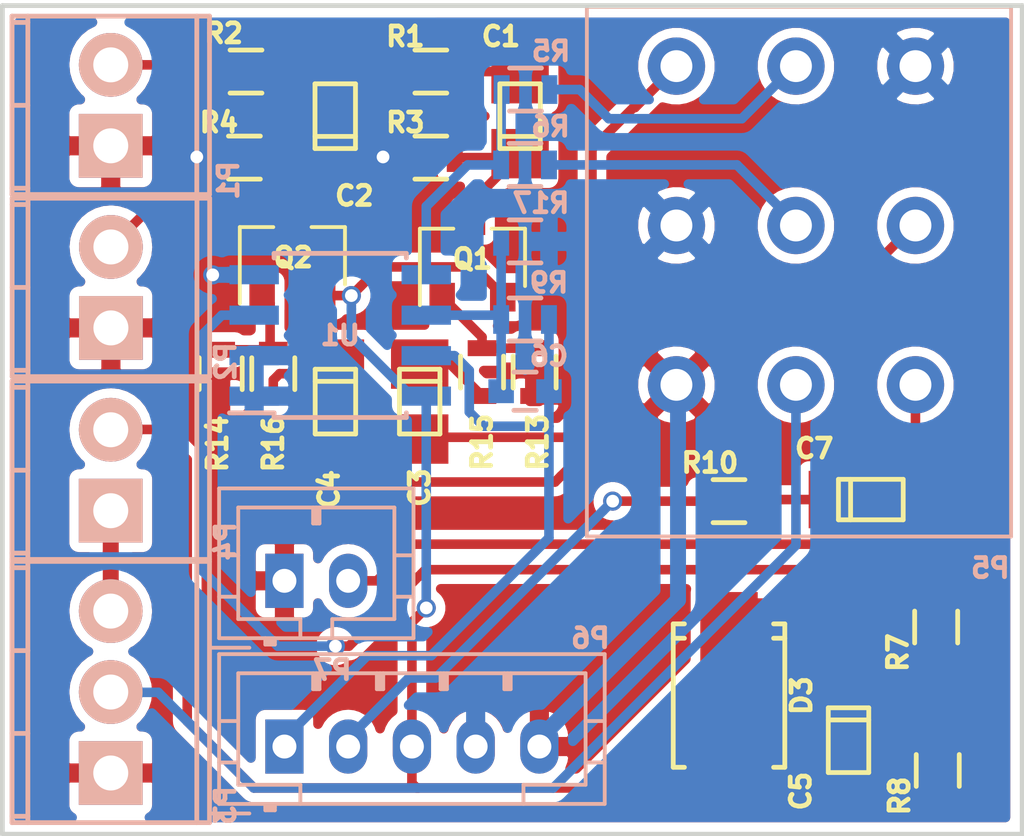
<source format=kicad_pcb>
(kicad_pcb (version 4) (host pcbnew 4.0.4-1.fc24-product)

  (general
    (links 61)
    (no_connects 0)
    (area 123.10412 74.549999 157.175001 104.183001)
    (thickness 1.2)
    (drawings 8)
    (tracks 176)
    (zones 0)
    (modules 33)
    (nets 25)
  )

  (page A4)
  (layers
    (0 F.Cu signal)
    (31 B.Cu signal)
    (32 B.Adhes user)
    (33 F.Adhes user)
    (34 B.Paste user)
    (35 F.Paste user)
    (36 B.SilkS user)
    (37 F.SilkS user)
    (38 B.Mask user)
    (39 F.Mask user)
    (40 Dwgs.User user)
    (41 Cmts.User user)
    (42 Eco1.User user)
    (43 Eco2.User user)
    (44 Edge.Cuts user)
    (45 Margin user)
    (46 B.CrtYd user)
    (47 F.CrtYd user)
    (48 B.Fab user)
    (49 F.Fab user)
  )

  (setup
    (last_trace_width 0.3)
    (trace_clearance 0.3)
    (zone_clearance 0.3)
    (zone_45_only no)
    (trace_min 0.3)
    (segment_width 0.2)
    (edge_width 0.15)
    (via_size 0.6)
    (via_drill 0.4)
    (via_min_size 0.4)
    (via_min_drill 0.3)
    (uvia_size 0.3)
    (uvia_drill 0.1)
    (uvias_allowed no)
    (uvia_min_size 0.2)
    (uvia_min_drill 0.1)
    (pcb_text_width 0.3)
    (pcb_text_size 1.5 1.5)
    (mod_edge_width 0.15)
    (mod_text_size 0.6 0.6)
    (mod_text_width 0.15)
    (pad_size 1.524 1.524)
    (pad_drill 0.762)
    (pad_to_mask_clearance 0.2)
    (aux_axis_origin 0 0)
    (visible_elements 7FFFFFFF)
    (pcbplotparams
      (layerselection 0x010fc_80000001)
      (usegerberextensions true)
      (excludeedgelayer true)
      (linewidth 0.100000)
      (plotframeref false)
      (viasonmask false)
      (mode 1)
      (useauxorigin false)
      (hpglpennumber 1)
      (hpglpenspeed 20)
      (hpglpendiameter 15)
      (hpglpenoverlay 2)
      (psnegative false)
      (psa4output false)
      (plotreference true)
      (plotvalue true)
      (plotinvisibletext false)
      (padsonsilk false)
      (subtractmaskfromsilk false)
      (outputformat 1)
      (mirror false)
      (drillshape 0)
      (scaleselection 1)
      (outputdirectory ../../GERBER/F0_BUF/))
  )

  (net 0 "")
  (net 1 "Net-(C1-Pad1)")
  (net 2 "Net-(C2-Pad1)")
  (net 3 "Net-(C3-Pad1)")
  (net 4 /PB1_1)
  (net 5 "Net-(C4-Pad1)")
  (net 6 /PB2_3)
  (net 7 "Net-(C5-Pad1)")
  (net 8 Earth)
  (net 9 "Net-(C6-Pad2)")
  (net 10 "Net-(C7-Pad1)")
  (net 11 /PV_3)
  (net 12 /IN_B)
  (net 13 /IN_N)
  (net 14 /PV_2)
  (net 15 /IN_EQ)
  (net 16 /VRef)
  (net 17 /PB1_2)
  (net 18 /PB2_2)
  (net 19 /V+)
  (net 20 /OUT_EQ)
  (net 21 "Net-(Q1-Pad1)")
  (net 22 "Net-(Q2-Pad1)")
  (net 23 "Net-(R5-Pad1)")
  (net 24 "Net-(P3-Pad3)")

  (net_class Default "This is the default net class."
    (clearance 0.3)
    (trace_width 0.3)
    (via_dia 0.6)
    (via_drill 0.4)
    (uvia_dia 0.3)
    (uvia_drill 0.1)
    (add_net /IN_B)
    (add_net /IN_EQ)
    (add_net /IN_N)
    (add_net /OUT_EQ)
    (add_net /PB1_1)
    (add_net /PB1_2)
    (add_net /PB2_2)
    (add_net /PB2_3)
    (add_net /PV_2)
    (add_net /PV_3)
    (add_net /V+)
    (add_net /VRef)
    (add_net Earth)
    (add_net "Net-(C1-Pad1)")
    (add_net "Net-(C2-Pad1)")
    (add_net "Net-(C3-Pad1)")
    (add_net "Net-(C4-Pad1)")
    (add_net "Net-(C5-Pad1)")
    (add_net "Net-(C6-Pad2)")
    (add_net "Net-(C7-Pad1)")
    (add_net "Net-(P3-Pad3)")
    (add_net "Net-(Q1-Pad1)")
    (add_net "Net-(Q2-Pad1)")
    (add_net "Net-(R5-Pad1)")
  )

  (module Capacitors_SMD:C_0603 (layer B.Cu) (tedit 5A7A900E) (tstamp 5A7A900C)
    (at 141.4 90.1 180)
    (descr "Capacitor SMD 0603, reflow soldering, AVX (see smccp.pdf)")
    (tags "capacitor 0603")
    (path /5A654351)
    (attr smd)
    (fp_text reference C6 (at -0.75 1.1 180) (layer B.SilkS)
      (effects (font (size 0.6 0.6) (thickness 0.15)) (justify mirror))
    )
    (fp_text value 100p (at 0 -1.9 180) (layer B.Fab) hide
      (effects (font (size 0.6 0.6) (thickness 0.15)) (justify mirror))
    )
    (fp_line (start -1.45 0.75) (end 1.45 0.75) (layer B.CrtYd) (width 0.05))
    (fp_line (start -1.45 -0.75) (end 1.45 -0.75) (layer B.CrtYd) (width 0.05))
    (fp_line (start -1.45 0.75) (end -1.45 -0.75) (layer B.CrtYd) (width 0.05))
    (fp_line (start 1.45 0.75) (end 1.45 -0.75) (layer B.CrtYd) (width 0.05))
    (fp_line (start -0.35 0.6) (end 0.35 0.6) (layer B.SilkS) (width 0.15))
    (fp_line (start 0.35 -0.6) (end -0.35 -0.6) (layer B.SilkS) (width 0.15))
    (pad 1 smd rect (at -0.75 0 180) (size 0.8 0.75) (layers B.Cu B.Paste B.Mask)
      (net 15 /IN_EQ))
    (pad 2 smd rect (at 0.75 0 180) (size 0.8 0.75) (layers B.Cu B.Paste B.Mask)
      (net 9 "Net-(C6-Pad2)"))
    (model Capacitors_SMD.3dshapes/C_0603.wrl
      (at (xyz 0 0 0))
      (scale (xyz 1 1 1))
      (rotate (xyz 0 0 0))
    )
  )

  (module Terminal_Blocks:TerminalBlock_Pheonix_MPT-2.54mm_2pol (layer B.Cu) (tedit 5A656DC2) (tstamp 5A656DDA)
    (at 128.4 93.85 90)
    (descr "2-way 2.54mm pitch terminal block, Phoenix MPT series")
    (path /5A658137)
    (fp_text reference P4 (at -0.96 3.6 90) (layer B.SilkS)
      (effects (font (size 0.6 0.6) (thickness 0.15)) (justify mirror))
    )
    (fp_text value CONN_01X02 (at 1.27 -4.50088 90) (layer B.Fab) hide
      (effects (font (size 0.6 0.6) (thickness 0.15)) (justify mirror))
    )
    (fp_line (start -1.7 3.3) (end 4.3 3.3) (layer B.CrtYd) (width 0.05))
    (fp_line (start -1.7 -3.3) (end -1.7 3.3) (layer B.CrtYd) (width 0.05))
    (fp_line (start 4.3 -3.3) (end -1.7 -3.3) (layer B.CrtYd) (width 0.05))
    (fp_line (start 4.3 3.3) (end 4.3 -3.3) (layer B.CrtYd) (width 0.05))
    (fp_line (start 4.06908 -2.60096) (end -1.52908 -2.60096) (layer B.SilkS) (width 0.15))
    (fp_line (start -1.33096 -3.0988) (end -1.33096 -2.60096) (layer B.SilkS) (width 0.15))
    (fp_line (start 3.87096 -2.60096) (end 3.87096 -3.0988) (layer B.SilkS) (width 0.15))
    (fp_line (start 1.27 -3.0988) (end 1.27 -2.60096) (layer B.SilkS) (width 0.15))
    (fp_line (start -1.52908 2.70002) (end 4.06908 2.70002) (layer B.SilkS) (width 0.15))
    (fp_line (start -1.52908 -3.0988) (end 4.06908 -3.0988) (layer B.SilkS) (width 0.15))
    (fp_line (start 4.06908 -3.0988) (end 4.06908 3.0988) (layer B.SilkS) (width 0.15))
    (fp_line (start 4.06908 3.0988) (end -1.52908 3.0988) (layer B.SilkS) (width 0.15))
    (fp_line (start -1.52908 3.0988) (end -1.52908 -3.0988) (layer B.SilkS) (width 0.15))
    (pad 2 thru_hole oval (at 2.54 0 90) (size 1.99898 1.99898) (drill 1.09728) (layers *.Cu *.Mask B.SilkS)
      (net 19 /V+))
    (pad 1 thru_hole rect (at 0 0 90) (size 1.99898 1.99898) (drill 1.09728) (layers *.Cu *.Mask B.SilkS)
      (net 24 "Net-(P3-Pad3)"))
    (model Terminal_Blocks.3dshapes/TerminalBlock_Pheonix_MPT-2.54mm_2pol.wrl
      (at (xyz 0.05 0 0))
      (scale (xyz 1 1 1))
      (rotate (xyz 0 0 0))
    )
  )

  (module Resistors_SMD:R_0603 (layer B.Cu) (tedit 5A7929CF) (tstamp 5A7927C3)
    (at 141.414739 80.635261)
    (descr "Resistor SMD 0603, reflow soldering, Vishay (see dcrcw.pdf)")
    (tags "resistor 0603")
    (path /5A653B83)
    (attr smd)
    (fp_text reference R5 (at 0.8 -1.2) (layer B.SilkS)
      (effects (font (size 0.6 0.6) (thickness 0.15)) (justify mirror))
    )
    (fp_text value 49.9k (at 0 -1.9) (layer B.Fab) hide
      (effects (font (size 0.6 0.6) (thickness 0.15)) (justify mirror))
    )
    (fp_line (start -1.3 0.8) (end 1.3 0.8) (layer B.CrtYd) (width 0.05))
    (fp_line (start -1.3 -0.8) (end 1.3 -0.8) (layer B.CrtYd) (width 0.05))
    (fp_line (start -1.3 0.8) (end -1.3 -0.8) (layer B.CrtYd) (width 0.05))
    (fp_line (start 1.3 0.8) (end 1.3 -0.8) (layer B.CrtYd) (width 0.05))
    (fp_line (start 0.5 -0.675) (end -0.5 -0.675) (layer B.SilkS) (width 0.15))
    (fp_line (start -0.5 0.675) (end 0.5 0.675) (layer B.SilkS) (width 0.15))
    (pad 1 smd rect (at -0.75 0) (size 0.5 0.9) (layers B.Cu B.Paste B.Mask)
      (net 23 "Net-(R5-Pad1)"))
    (pad 2 smd rect (at 0.75 0) (size 0.5 0.9) (layers B.Cu B.Paste B.Mask)
      (net 17 /PB1_2))
    (model Resistors_SMD.3dshapes/R_0603.wrl
      (at (xyz 0 0 0))
      (scale (xyz 1 1 1))
      (rotate (xyz 0 0 0))
    )
  )

  (module LIBS:Potentiometer_Alpha_Tripple_Vertical_Dual_Shaft (layer B.Cu) (tedit 5A7925AA) (tstamp 5A792790)
    (at 146.15 79.9 90)
    (descr "Potentiometer, vertically mounted, Omeg PC16PU, Omeg PC16PU, Omeg PC16PU, Vishay/Spectrol 248GJ/249GJ Single, Vishay/Spectrol 248GJ/249GJ Single, Vishay/Spectrol 248GJ/249GJ Single, Vishay/Spectrol 248GH/249GH Single, Vishay/Spectrol 148/149 Single, Vishay/Spectrol 148/149 Single, Vishay/Spectrol 148/149 Single, Vishay/Spectrol 148A/149A Single with mounting plates, Vishay/Spectrol 148/149 Double, Vishay/Spectrol 148A/149A Double with mounting plates, Piher PC-16 Single, Piher PC-16 Single, Piher PC-16 Single, Piher PC-16SV Single, Piher PC-16 Double, Piher PC-16 Triple, Piher T16H Single, Piher T16L Single, Piher T16H Double, Alps RK163 Single, Alps RK163 Double, Alps RK097 Single, Alps RK097 Double, http://www.alps.com/prod/info/E/HTML/Potentiometer/RotaryPotentiometers/RK097/RK09712100AV.html")
    (tags "Potentiometer vertical  Omeg PC16PU  Omeg PC16PU  Omeg PC16PU  Vishay/Spectrol 248GJ/249GJ Single  Vishay/Spectrol 248GJ/249GJ Single  Vishay/Spectrol 248GJ/249GJ Single  Vishay/Spectrol 248GH/249GH Single  Vishay/Spectrol 148/149 Single  Vishay/Spectrol 148/149 Single  Vishay/Spectrol 148/149 Single  Vishay/Spectrol 148A/149A Single with mounting plates  Vishay/Spectrol 148/149 Double  Vishay/Spectrol 148A/149A Double with mounting plates  Piher PC-16 Single  Piher PC-16 Single  Piher PC-16 Single  Piher PC-16SV Single  Piher PC-16 Double  Piher PC-16 Triple  Piher T16H Single  Piher T16L Single  Piher T16H Double  Alps RK163 Single  Alps RK163 Double  Alps RK097 Single  Alps RK097 Double Dual Shaft")
    (path /5A656FFD)
    (fp_text reference P5 (at -15.75 9.85 180) (layer B.SilkS)
      (effects (font (size 0.6 0.6) (thickness 0.15)) (justify mirror))
    )
    (fp_text value CONN_01X09 (at 2.15 -3.9 90) (layer B.Fab) hide
      (effects (font (size 0.6 0.6) (thickness 0.15)) (justify mirror))
    )
    (fp_line (start -14.7 10.45) (end -14.7 -2.75) (layer B.Fab) (width 0.1))
    (fp_line (start -14.7 -2.75) (end 1.8 -2.75) (layer B.Fab) (width 0.1))
    (fp_line (start 1.8 -2.75) (end 1.8 10.45) (layer B.Fab) (width 0.1))
    (fp_line (start 1.8 10.45) (end -14.7 10.45) (layer B.Fab) (width 0.1))
    (fp_line (start -14.76 10.5) (end 1.86 10.5) (layer B.SilkS) (width 0.12))
    (fp_line (start -14.76 -2.81) (end 1.86 -2.81) (layer B.SilkS) (width 0.12))
    (fp_line (start -14.76 10.5) (end -14.76 -2.81) (layer B.SilkS) (width 0.12))
    (fp_line (start 1.86 10.5) (end 1.86 -2.81) (layer B.SilkS) (width 0.12))
    (fp_line (start -15.15 10.7) (end -15.15 -3) (layer B.CrtYd) (width 0.05))
    (fp_line (start -15.15 -3) (end 2.05 -3) (layer B.CrtYd) (width 0.05))
    (fp_line (start 2.05 -3) (end 2.05 10.7) (layer B.CrtYd) (width 0.05))
    (fp_line (start 2.05 10.7) (end -15.15 10.7) (layer B.CrtYd) (width 0.05))
    (pad 3 thru_hole circle (at 0 7.5 90) (size 1.8 1.8) (drill 1) (layers *.Cu *.Mask)
      (net 16 /VRef))
    (pad 2 thru_hole circle (at 0 3.75 90) (size 1.8 1.8) (drill 1) (layers *.Cu *.Mask)
      (net 17 /PB1_2))
    (pad 1 thru_hole circle (at 0 0 90) (size 1.8 1.8) (drill 1) (layers *.Cu *.Mask)
      (net 4 /PB1_1))
    (pad 6 thru_hole circle (at -5 7.5 90) (size 1.8 1.8) (drill 1) (layers *.Cu *.Mask)
      (net 6 /PB2_3))
    (pad 5 thru_hole circle (at -5 3.75 90) (size 1.8 1.8) (drill 1) (layers *.Cu *.Mask)
      (net 18 /PB2_2))
    (pad 4 thru_hole circle (at -5 0 90) (size 1.8 1.8) (drill 1) (layers *.Cu *.Mask)
      (net 16 /VRef))
    (pad 7 thru_hole circle (at -10 0 90) (size 1.8 1.8) (drill 1) (layers *.Cu *.Mask)
      (net 8 Earth))
    (pad 8 thru_hole circle (at -10 3.75 90) (size 1.8 1.8) (drill 1) (layers *.Cu *.Mask)
      (net 14 /PV_2))
    (pad 9 thru_hole circle (at -10 7.5 90) (size 1.8 1.8) (drill 1) (layers *.Cu *.Mask)
      (net 11 /PV_3))
    (model Potentiometers.3dshapes/Potentiometer_Alps_RK097_Double_Vertical.wrl
      (at (xyz 0 0 0))
      (scale (xyz 0.393701 0.393701 0.393701))
      (rotate (xyz 0 0 0))
    )
  )

  (module Resistors_SMD:R_0603 (layer B.Cu) (tedit 5A792BCD) (tstamp 5A7927DB)
    (at 141.4 87.85 180)
    (descr "Resistor SMD 0603, reflow soldering, Vishay (see dcrcw.pdf)")
    (tags "resistor 0603")
    (path /5A654048)
    (attr smd)
    (fp_text reference R9 (at -0.75 1.15 180) (layer B.SilkS)
      (effects (font (size 0.6 0.6) (thickness 0.15)) (justify mirror))
    )
    (fp_text value 15k (at 0 -1.9 180) (layer B.Fab) hide
      (effects (font (size 0.6 0.6) (thickness 0.15)) (justify mirror))
    )
    (fp_line (start -1.3 0.8) (end 1.3 0.8) (layer B.CrtYd) (width 0.05))
    (fp_line (start -1.3 -0.8) (end 1.3 -0.8) (layer B.CrtYd) (width 0.05))
    (fp_line (start -1.3 0.8) (end -1.3 -0.8) (layer B.CrtYd) (width 0.05))
    (fp_line (start 1.3 0.8) (end 1.3 -0.8) (layer B.CrtYd) (width 0.05))
    (fp_line (start 0.5 -0.675) (end -0.5 -0.675) (layer B.SilkS) (width 0.15))
    (fp_line (start -0.5 0.675) (end 0.5 0.675) (layer B.SilkS) (width 0.15))
    (pad 1 smd rect (at -0.75 0 180) (size 0.5 0.9) (layers B.Cu B.Paste B.Mask)
      (net 15 /IN_EQ))
    (pad 2 smd rect (at 0.75 0 180) (size 0.5 0.9) (layers B.Cu B.Paste B.Mask)
      (net 9 "Net-(C6-Pad2)"))
    (model Resistors_SMD.3dshapes/R_0603.wrl
      (at (xyz 0 0 0))
      (scale (xyz 1 1 1))
      (rotate (xyz 0 0 0))
    )
  )

  (module Resistors_SMD:R_0603 (layer B.Cu) (tedit 5A7B9FE7) (tstamp 5A7BA118)
    (at 141.4 85.4 180)
    (descr "Resistor SMD 0603, reflow soldering, Vishay (see dcrcw.pdf)")
    (tags "resistor 0603")
    (path /5A7BB155)
    (attr smd)
    (fp_text reference R17 (at -0.5 1.2 180) (layer B.SilkS)
      (effects (font (size 0.6 0.6) (thickness 0.15)) (justify mirror))
    )
    (fp_text value 10k (at 0 -1.9 180) (layer B.Fab) hide
      (effects (font (size 0.6 0.6) (thickness 0.15)) (justify mirror))
    )
    (fp_line (start -1.3 0.8) (end 1.3 0.8) (layer B.CrtYd) (width 0.05))
    (fp_line (start -1.3 -0.8) (end 1.3 -0.8) (layer B.CrtYd) (width 0.05))
    (fp_line (start -1.3 0.8) (end -1.3 -0.8) (layer B.CrtYd) (width 0.05))
    (fp_line (start 1.3 0.8) (end 1.3 -0.8) (layer B.CrtYd) (width 0.05))
    (fp_line (start 0.5 -0.675) (end -0.5 -0.675) (layer B.SilkS) (width 0.15))
    (fp_line (start -0.5 0.675) (end 0.5 0.675) (layer B.SilkS) (width 0.15))
    (pad 1 smd rect (at -0.75 0 180) (size 0.5 0.9) (layers B.Cu B.Paste B.Mask)
      (net 16 /VRef))
    (pad 2 smd rect (at 0.75 0 180) (size 0.5 0.9) (layers B.Cu B.Paste B.Mask)
      (net 9 "Net-(C6-Pad2)"))
    (model Resistors_SMD.3dshapes/R_0603.wrl
      (at (xyz 0 0 0))
      (scale (xyz 1 1 1))
      (rotate (xyz 0 0 0))
    )
  )

  (module Housings_SOIC:SOIC-8_3.9x4.9mm_Pitch1.27mm (layer B.Cu) (tedit 5A792BF9) (tstamp 5A7927F9)
    (at 135.6 88.35)
    (descr "8-Lead Plastic Small Outline (SN) - Narrow, 3.90 mm Body [SOIC] (see Microchip Packaging Specification 00000049BS.pdf)")
    (tags "SOIC 1.27")
    (path /5A653F31)
    (attr smd)
    (fp_text reference U1 (at 0 0) (layer B.SilkS)
      (effects (font (size 0.6 0.6) (thickness 0.15)) (justify mirror))
    )
    (fp_text value MC33178 (at 0 -3.5) (layer B.Fab) hide
      (effects (font (size 0.6 0.6) (thickness 0.15)) (justify mirror))
    )
    (fp_line (start -3.75 2.75) (end -3.75 -2.75) (layer B.CrtYd) (width 0.05))
    (fp_line (start 3.75 2.75) (end 3.75 -2.75) (layer B.CrtYd) (width 0.05))
    (fp_line (start -3.75 2.75) (end 3.75 2.75) (layer B.CrtYd) (width 0.05))
    (fp_line (start -3.75 -2.75) (end 3.75 -2.75) (layer B.CrtYd) (width 0.05))
    (fp_line (start -2.075 2.575) (end -2.075 2.43) (layer B.SilkS) (width 0.15))
    (fp_line (start 2.075 2.575) (end 2.075 2.43) (layer B.SilkS) (width 0.15))
    (fp_line (start 2.075 -2.575) (end 2.075 -2.43) (layer B.SilkS) (width 0.15))
    (fp_line (start -2.075 -2.575) (end -2.075 -2.43) (layer B.SilkS) (width 0.15))
    (fp_line (start -2.075 2.575) (end 2.075 2.575) (layer B.SilkS) (width 0.15))
    (fp_line (start -2.075 -2.575) (end 2.075 -2.575) (layer B.SilkS) (width 0.15))
    (fp_line (start -2.075 2.43) (end -3.475 2.43) (layer B.SilkS) (width 0.15))
    (pad 1 smd rect (at -2.7 1.905) (size 1.55 0.6) (layers B.Cu B.Paste B.Mask)
      (net 16 /VRef))
    (pad 2 smd rect (at -2.7 0.635) (size 1.55 0.6) (layers B.Cu B.Paste B.Mask)
      (net 16 /VRef))
    (pad 3 smd rect (at -2.7 -0.635) (size 1.55 0.6) (layers B.Cu B.Paste B.Mask)
      (net 7 "Net-(C5-Pad1)"))
    (pad 4 smd rect (at -2.7 -1.905) (size 1.55 0.6) (layers B.Cu B.Paste B.Mask)
      (net 8 Earth))
    (pad 5 smd rect (at 2.7 -1.905) (size 1.55 0.6) (layers B.Cu B.Paste B.Mask)
      (net 23 "Net-(R5-Pad1)"))
    (pad 6 smd rect (at 2.7 -0.635) (size 1.55 0.6) (layers B.Cu B.Paste B.Mask)
      (net 9 "Net-(C6-Pad2)"))
    (pad 7 smd rect (at 2.7 0.635) (size 1.55 0.6) (layers B.Cu B.Paste B.Mask)
      (net 15 /IN_EQ))
    (pad 8 smd rect (at 2.7 1.905) (size 1.55 0.6) (layers B.Cu B.Paste B.Mask)
      (net 19 /V+))
    (model Housings_SOIC.3dshapes/SOIC-8_3.9x4.9mm_Pitch1.27mm.wrl
      (at (xyz 0 0 0))
      (scale (xyz 1 1 1))
      (rotate (xyz 0 0 0))
    )
  )

  (module Connectors_JST:JST_PH_B2B-PH-K_02x2.00mm_Straight (layer B.Cu) (tedit 5A7A2EA1) (tstamp 5A7A2EB7)
    (at 133.85 96.05)
    (descr "JST PH series connector, B2B-PH-K, top entry type, through hole, Datasheet: http://www.jst-mfg.com/product/pdf/eng/ePH.pdf")
    (tags "connector jst ph")
    (path /5A7A3189)
    (fp_text reference P7 (at 1.5 2.8) (layer B.SilkS)
      (effects (font (size 0.6 0.6) (thickness 0.15)) (justify mirror))
    )
    (fp_text value CONN_01X02 (at 1 -3.8) (layer B.Fab) hide
      (effects (font (size 0.6 0.6) (thickness 0.15)) (justify mirror))
    )
    (fp_line (start -2.05 1.8) (end -2.05 -2.9) (layer B.SilkS) (width 0.12))
    (fp_line (start -2.05 -2.9) (end 4.05 -2.9) (layer B.SilkS) (width 0.12))
    (fp_line (start 4.05 -2.9) (end 4.05 1.8) (layer B.SilkS) (width 0.12))
    (fp_line (start 4.05 1.8) (end -2.05 1.8) (layer B.SilkS) (width 0.12))
    (fp_line (start 0.5 1.8) (end 0.5 1.2) (layer B.SilkS) (width 0.12))
    (fp_line (start 0.5 1.2) (end -1.45 1.2) (layer B.SilkS) (width 0.12))
    (fp_line (start -1.45 1.2) (end -1.45 -2.3) (layer B.SilkS) (width 0.12))
    (fp_line (start -1.45 -2.3) (end 3.45 -2.3) (layer B.SilkS) (width 0.12))
    (fp_line (start 3.45 -2.3) (end 3.45 1.2) (layer B.SilkS) (width 0.12))
    (fp_line (start 3.45 1.2) (end 1.5 1.2) (layer B.SilkS) (width 0.12))
    (fp_line (start 1.5 1.2) (end 1.5 1.8) (layer B.SilkS) (width 0.12))
    (fp_line (start -2.05 0.5) (end -1.45 0.5) (layer B.SilkS) (width 0.12))
    (fp_line (start -2.05 -0.8) (end -1.45 -0.8) (layer B.SilkS) (width 0.12))
    (fp_line (start 4.05 0.5) (end 3.45 0.5) (layer B.SilkS) (width 0.12))
    (fp_line (start 4.05 -0.8) (end 3.45 -0.8) (layer B.SilkS) (width 0.12))
    (fp_line (start -0.3 1.8) (end -0.3 2) (layer B.SilkS) (width 0.12))
    (fp_line (start -0.3 2) (end -0.6 2) (layer B.SilkS) (width 0.12))
    (fp_line (start -0.6 2) (end -0.6 1.8) (layer B.SilkS) (width 0.12))
    (fp_line (start -0.3 1.9) (end -0.6 1.9) (layer B.SilkS) (width 0.12))
    (fp_line (start 0.9 -2.3) (end 0.9 -1.8) (layer B.SilkS) (width 0.12))
    (fp_line (start 0.9 -1.8) (end 1.1 -1.8) (layer B.SilkS) (width 0.12))
    (fp_line (start 1.1 -1.8) (end 1.1 -2.3) (layer B.SilkS) (width 0.12))
    (fp_line (start 1 -2.3) (end 1 -1.8) (layer B.SilkS) (width 0.12))
    (fp_line (start -1.1 2.1) (end -2.35 2.1) (layer B.SilkS) (width 0.12))
    (fp_line (start -2.35 2.1) (end -2.35 0.85) (layer B.SilkS) (width 0.12))
    (fp_line (start -1.1 2.1) (end -2.35 2.1) (layer B.Fab) (width 0.1))
    (fp_line (start -2.35 2.1) (end -2.35 0.85) (layer B.Fab) (width 0.1))
    (fp_line (start -1.95 1.7) (end -1.95 -2.8) (layer B.Fab) (width 0.1))
    (fp_line (start -1.95 -2.8) (end 3.95 -2.8) (layer B.Fab) (width 0.1))
    (fp_line (start 3.95 -2.8) (end 3.95 1.7) (layer B.Fab) (width 0.1))
    (fp_line (start 3.95 1.7) (end -1.95 1.7) (layer B.Fab) (width 0.1))
    (fp_line (start -2.45 2.2) (end -2.45 -3.3) (layer B.CrtYd) (width 0.05))
    (fp_line (start -2.45 -3.3) (end 4.45 -3.3) (layer B.CrtYd) (width 0.05))
    (fp_line (start 4.45 -3.3) (end 4.45 2.2) (layer B.CrtYd) (width 0.05))
    (fp_line (start 4.45 2.2) (end -2.45 2.2) (layer B.CrtYd) (width 0.05))
    (fp_text user %R (at 1 -1.5) (layer B.Fab) hide
      (effects (font (size 1 1) (thickness 0.15)) (justify mirror))
    )
    (pad 1 thru_hole rect (at 0 0) (size 1.2 1.7) (drill 0.75) (layers *.Cu *.Mask)
      (net 8 Earth))
    (pad 2 thru_hole oval (at 2 0) (size 1.2 1.7) (drill 0.75) (layers *.Cu *.Mask)
      (net 11 /PV_3))
    (model ${KISYS3DMOD}/Connectors_JST.3dshapes/JST_PH_B2B-PH-K_02x2.00mm_Straight.wrl
      (at (xyz 0 0 0))
      (scale (xyz 1 1 1))
      (rotate (xyz 0 0 0))
    )
  )

  (module Connectors_JST:JST_PH_B5B-PH-K_05x2.00mm_Straight (layer B.Cu) (tedit 5A79263E) (tstamp 5A792A4A)
    (at 133.85 101.25)
    (descr "JST PH series connector, B5B-PH-K, top entry type, through hole, Datasheet: http://www.jst-mfg.com/product/pdf/eng/ePH.pdf")
    (tags "connector jst ph")
    (path /5A657865)
    (fp_text reference P6 (at 9.6 -3.4) (layer B.SilkS)
      (effects (font (size 0.6 0.6) (thickness 0.15)) (justify mirror))
    )
    (fp_text value CONN_01X05 (at 4 -3.8) (layer B.Fab) hide
      (effects (font (size 0.6 0.6) (thickness 0.15)) (justify mirror))
    )
    (fp_line (start -2.05 1.8) (end -2.05 -2.9) (layer B.SilkS) (width 0.12))
    (fp_line (start -2.05 -2.9) (end 10.05 -2.9) (layer B.SilkS) (width 0.12))
    (fp_line (start 10.05 -2.9) (end 10.05 1.8) (layer B.SilkS) (width 0.12))
    (fp_line (start 10.05 1.8) (end -2.05 1.8) (layer B.SilkS) (width 0.12))
    (fp_line (start 0.5 1.8) (end 0.5 1.2) (layer B.SilkS) (width 0.12))
    (fp_line (start 0.5 1.2) (end -1.45 1.2) (layer B.SilkS) (width 0.12))
    (fp_line (start -1.45 1.2) (end -1.45 -2.3) (layer B.SilkS) (width 0.12))
    (fp_line (start -1.45 -2.3) (end 9.45 -2.3) (layer B.SilkS) (width 0.12))
    (fp_line (start 9.45 -2.3) (end 9.45 1.2) (layer B.SilkS) (width 0.12))
    (fp_line (start 9.45 1.2) (end 7.5 1.2) (layer B.SilkS) (width 0.12))
    (fp_line (start 7.5 1.2) (end 7.5 1.8) (layer B.SilkS) (width 0.12))
    (fp_line (start -2.05 0.5) (end -1.45 0.5) (layer B.SilkS) (width 0.12))
    (fp_line (start -2.05 -0.8) (end -1.45 -0.8) (layer B.SilkS) (width 0.12))
    (fp_line (start 10.05 0.5) (end 9.45 0.5) (layer B.SilkS) (width 0.12))
    (fp_line (start 10.05 -0.8) (end 9.45 -0.8) (layer B.SilkS) (width 0.12))
    (fp_line (start -0.3 1.8) (end -0.3 2) (layer B.SilkS) (width 0.12))
    (fp_line (start -0.3 2) (end -0.6 2) (layer B.SilkS) (width 0.12))
    (fp_line (start -0.6 2) (end -0.6 1.8) (layer B.SilkS) (width 0.12))
    (fp_line (start -0.3 1.9) (end -0.6 1.9) (layer B.SilkS) (width 0.12))
    (fp_line (start 0.9 -2.3) (end 0.9 -1.8) (layer B.SilkS) (width 0.12))
    (fp_line (start 0.9 -1.8) (end 1.1 -1.8) (layer B.SilkS) (width 0.12))
    (fp_line (start 1.1 -1.8) (end 1.1 -2.3) (layer B.SilkS) (width 0.12))
    (fp_line (start 1 -2.3) (end 1 -1.8) (layer B.SilkS) (width 0.12))
    (fp_line (start 2.9 -2.3) (end 2.9 -1.8) (layer B.SilkS) (width 0.12))
    (fp_line (start 2.9 -1.8) (end 3.1 -1.8) (layer B.SilkS) (width 0.12))
    (fp_line (start 3.1 -1.8) (end 3.1 -2.3) (layer B.SilkS) (width 0.12))
    (fp_line (start 3 -2.3) (end 3 -1.8) (layer B.SilkS) (width 0.12))
    (fp_line (start 4.9 -2.3) (end 4.9 -1.8) (layer B.SilkS) (width 0.12))
    (fp_line (start 4.9 -1.8) (end 5.1 -1.8) (layer B.SilkS) (width 0.12))
    (fp_line (start 5.1 -1.8) (end 5.1 -2.3) (layer B.SilkS) (width 0.12))
    (fp_line (start 5 -2.3) (end 5 -1.8) (layer B.SilkS) (width 0.12))
    (fp_line (start 6.9 -2.3) (end 6.9 -1.8) (layer B.SilkS) (width 0.12))
    (fp_line (start 6.9 -1.8) (end 7.1 -1.8) (layer B.SilkS) (width 0.12))
    (fp_line (start 7.1 -1.8) (end 7.1 -2.3) (layer B.SilkS) (width 0.12))
    (fp_line (start 7 -2.3) (end 7 -1.8) (layer B.SilkS) (width 0.12))
    (fp_line (start -1.1 2.1) (end -2.35 2.1) (layer B.SilkS) (width 0.12))
    (fp_line (start -2.35 2.1) (end -2.35 0.85) (layer B.SilkS) (width 0.12))
    (fp_line (start -1.1 2.1) (end -2.35 2.1) (layer B.Fab) (width 0.1))
    (fp_line (start -2.35 2.1) (end -2.35 0.85) (layer B.Fab) (width 0.1))
    (fp_line (start -1.95 1.7) (end -1.95 -2.8) (layer B.Fab) (width 0.1))
    (fp_line (start -1.95 -2.8) (end 9.95 -2.8) (layer B.Fab) (width 0.1))
    (fp_line (start 9.95 -2.8) (end 9.95 1.7) (layer B.Fab) (width 0.1))
    (fp_line (start 9.95 1.7) (end -1.95 1.7) (layer B.Fab) (width 0.1))
    (fp_line (start -2.45 2.2) (end -2.45 -3.3) (layer B.CrtYd) (width 0.05))
    (fp_line (start -2.45 -3.3) (end 10.45 -3.3) (layer B.CrtYd) (width 0.05))
    (fp_line (start 10.45 -3.3) (end 10.45 2.2) (layer B.CrtYd) (width 0.05))
    (fp_line (start 10.45 2.2) (end -2.45 2.2) (layer B.CrtYd) (width 0.05))
    (fp_text user %R (at 4 -1.5) (layer B.Fab) hide
      (effects (font (size 1 1) (thickness 0.15)) (justify mirror))
    )
    (pad 1 thru_hole rect (at 0 0) (size 1.2 1.7) (drill 0.75) (layers *.Cu *.Mask)
      (net 15 /IN_EQ))
    (pad 2 thru_hole oval (at 2 0) (size 1.2 1.7) (drill 0.75) (layers *.Cu *.Mask)
      (net 20 /OUT_EQ))
    (pad 3 thru_hole oval (at 4 0) (size 1.2 1.7) (drill 0.75) (layers *.Cu *.Mask)
      (net 19 /V+))
    (pad 4 thru_hole oval (at 6 0) (size 1.2 1.7) (drill 0.75) (layers *.Cu *.Mask)
      (net 16 /VRef))
    (pad 5 thru_hole oval (at 8 0) (size 1.2 1.7) (drill 0.75) (layers *.Cu *.Mask)
      (net 8 Earth))
    (model ${KISYS3DMOD}/Connectors_JST.3dshapes/JST_PH_B5B-PH-K_05x2.00mm_Straight.wrl
      (at (xyz 0 0 0))
      (scale (xyz 1 1 1))
      (rotate (xyz 0 0 0))
    )
  )

  (module Terminal_Blocks:TerminalBlock_Pheonix_MPT-2.54mm_2pol (layer B.Cu) (tedit 5A656DBC) (tstamp 5A656DCD)
    (at 128.405024 88.113844 90)
    (descr "2-way 2.54mm pitch terminal block, Phoenix MPT series")
    (path /5A656625)
    (fp_text reference P2 (at -1.06 3.6 90) (layer B.SilkS)
      (effects (font (size 0.6 0.6) (thickness 0.15)) (justify mirror))
    )
    (fp_text value CONN_01X02 (at 1.27 -4.50088 90) (layer B.Fab) hide
      (effects (font (size 0.6 0.6) (thickness 0.15)) (justify mirror))
    )
    (fp_line (start -1.7 3.3) (end 4.3 3.3) (layer B.CrtYd) (width 0.05))
    (fp_line (start -1.7 -3.3) (end -1.7 3.3) (layer B.CrtYd) (width 0.05))
    (fp_line (start 4.3 -3.3) (end -1.7 -3.3) (layer B.CrtYd) (width 0.05))
    (fp_line (start 4.3 3.3) (end 4.3 -3.3) (layer B.CrtYd) (width 0.05))
    (fp_line (start 4.06908 -2.60096) (end -1.52908 -2.60096) (layer B.SilkS) (width 0.15))
    (fp_line (start -1.33096 -3.0988) (end -1.33096 -2.60096) (layer B.SilkS) (width 0.15))
    (fp_line (start 3.87096 -2.60096) (end 3.87096 -3.0988) (layer B.SilkS) (width 0.15))
    (fp_line (start 1.27 -3.0988) (end 1.27 -2.60096) (layer B.SilkS) (width 0.15))
    (fp_line (start -1.52908 2.70002) (end 4.06908 2.70002) (layer B.SilkS) (width 0.15))
    (fp_line (start -1.52908 -3.0988) (end 4.06908 -3.0988) (layer B.SilkS) (width 0.15))
    (fp_line (start 4.06908 -3.0988) (end 4.06908 3.0988) (layer B.SilkS) (width 0.15))
    (fp_line (start 4.06908 3.0988) (end -1.52908 3.0988) (layer B.SilkS) (width 0.15))
    (fp_line (start -1.52908 3.0988) (end -1.52908 -3.0988) (layer B.SilkS) (width 0.15))
    (pad 2 thru_hole oval (at 2.54 0 90) (size 1.99898 1.99898) (drill 1.09728) (layers *.Cu *.Mask B.SilkS)
      (net 12 /IN_B))
    (pad 1 thru_hole rect (at 0 0 90) (size 1.99898 1.99898) (drill 1.09728) (layers *.Cu *.Mask B.SilkS)
      (net 8 Earth))
    (model Terminal_Blocks.3dshapes/TerminalBlock_Pheonix_MPT-2.54mm_2pol.wrl
      (at (xyz 0.05 0 0))
      (scale (xyz 1 1 1))
      (rotate (xyz 0 0 0))
    )
  )

  (module Terminal_Blocks:TerminalBlock_Pheonix_MPT-2.54mm_3pol (layer B.Cu) (tedit 5A656DBF) (tstamp 5A656DD4)
    (at 128.4 102.08 90)
    (descr "3-way 2.54mm pitch terminal block, Phoenix MPT series")
    (path /5A657F5B)
    (fp_text reference P3 (at -1.02 3.6 90) (layer B.SilkS)
      (effects (font (size 0.6 0.6) (thickness 0.15)) (justify mirror))
    )
    (fp_text value CONN_01X03 (at 2.54 -4.50088 90) (layer B.Fab) hide
      (effects (font (size 0.6 0.6) (thickness 0.15)) (justify mirror))
    )
    (fp_line (start -1.778 -3.302) (end 6.858 -3.302) (layer B.CrtYd) (width 0.05))
    (fp_line (start -1.778 3.302) (end -1.778 -3.302) (layer B.CrtYd) (width 0.05))
    (fp_line (start 6.858 3.302) (end -1.778 3.302) (layer B.CrtYd) (width 0.05))
    (fp_line (start 6.858 -3.302) (end 6.858 3.302) (layer B.CrtYd) (width 0.05))
    (fp_line (start 6.63956 3.0988) (end -1.55956 3.0988) (layer B.SilkS) (width 0.15))
    (fp_line (start 6.63956 2.70002) (end -1.55956 2.70002) (layer B.SilkS) (width 0.15))
    (fp_line (start 6.63956 -2.60096) (end -1.55956 -2.60096) (layer B.SilkS) (width 0.15))
    (fp_line (start -1.55956 -3.0988) (end 6.63956 -3.0988) (layer B.SilkS) (width 0.15))
    (fp_line (start 3.84048 -2.60096) (end 3.84048 -3.0988) (layer B.SilkS) (width 0.15))
    (fp_line (start -1.3589 -3.0988) (end -1.3589 -2.60096) (layer B.SilkS) (width 0.15))
    (fp_line (start 6.44144 -2.60096) (end 6.44144 -3.0988) (layer B.SilkS) (width 0.15))
    (fp_line (start 1.24206 -3.0988) (end 1.24206 -2.60096) (layer B.SilkS) (width 0.15))
    (fp_line (start 6.63956 -3.0988) (end 6.63956 3.0988) (layer B.SilkS) (width 0.15))
    (fp_line (start -1.55702 3.0988) (end -1.55702 -3.0988) (layer B.SilkS) (width 0.15))
    (pad 3 thru_hole oval (at 5.08 0 90) (size 1.99898 1.99898) (drill 1.09728) (layers *.Cu *.Mask B.SilkS)
      (net 24 "Net-(P3-Pad3)"))
    (pad 1 thru_hole rect (at 0 0 90) (size 1.99898 1.99898) (drill 1.09728) (layers *.Cu *.Mask B.SilkS)
      (net 8 Earth))
    (pad 2 thru_hole oval (at 2.54 0 90) (size 1.99898 1.99898) (drill 1.09728) (layers *.Cu *.Mask B.SilkS)
      (net 14 /PV_2))
    (model Terminal_Blocks.3dshapes/TerminalBlock_Pheonix_MPT-2.54mm_3pol.wrl
      (at (xyz 0.1 0 0))
      (scale (xyz 1 1 1))
      (rotate (xyz 0 0 0))
    )
  )

  (module Resistors_SMD:R_0603 (layer F.Cu) (tedit 5A792901) (tstamp 5A7927CF)
    (at 154.3 97.5 270)
    (descr "Resistor SMD 0603, reflow soldering, Vishay (see dcrcw.pdf)")
    (tags "resistor 0603")
    (path /5A654B24)
    (attr smd)
    (fp_text reference R7 (at 0.8 1.2 270) (layer F.SilkS)
      (effects (font (size 0.6 0.6) (thickness 0.15)))
    )
    (fp_text value 100k (at 0 1.9 270) (layer F.Fab) hide
      (effects (font (size 0.6 0.6) (thickness 0.15)))
    )
    (fp_line (start -1.3 -0.8) (end 1.3 -0.8) (layer F.CrtYd) (width 0.05))
    (fp_line (start -1.3 0.8) (end 1.3 0.8) (layer F.CrtYd) (width 0.05))
    (fp_line (start -1.3 -0.8) (end -1.3 0.8) (layer F.CrtYd) (width 0.05))
    (fp_line (start 1.3 -0.8) (end 1.3 0.8) (layer F.CrtYd) (width 0.05))
    (fp_line (start 0.5 0.675) (end -0.5 0.675) (layer F.SilkS) (width 0.15))
    (fp_line (start -0.5 -0.675) (end 0.5 -0.675) (layer F.SilkS) (width 0.15))
    (pad 1 smd rect (at -0.75 0 270) (size 0.5 0.9) (layers F.Cu F.Paste F.Mask)
      (net 19 /V+))
    (pad 2 smd rect (at 0.75 0 270) (size 0.5 0.9) (layers F.Cu F.Paste F.Mask)
      (net 7 "Net-(C5-Pad1)"))
    (model Resistors_SMD.3dshapes/R_0603.wrl
      (at (xyz 0 0 0))
      (scale (xyz 1 1 1))
      (rotate (xyz 0 0 0))
    )
  )

  (module Terminal_Blocks:TerminalBlock_Pheonix_MPT-2.54mm_2pol (layer B.Cu) (tedit 5A656DB9) (tstamp 5A656DC7)
    (at 128.4 82.4 90)
    (descr "2-way 2.54mm pitch terminal block, Phoenix MPT series")
    (path /5A65640A)
    (fp_text reference P1 (at -1.086156 3.694976 90) (layer B.SilkS)
      (effects (font (size 0.6 0.6) (thickness 0.15)) (justify mirror))
    )
    (fp_text value CONN_01X02 (at 1.27 -4.50088 90) (layer B.Fab) hide
      (effects (font (size 0.6 0.6) (thickness 0.15)) (justify mirror))
    )
    (fp_line (start -1.7 3.3) (end 4.3 3.3) (layer B.CrtYd) (width 0.05))
    (fp_line (start -1.7 -3.3) (end -1.7 3.3) (layer B.CrtYd) (width 0.05))
    (fp_line (start 4.3 -3.3) (end -1.7 -3.3) (layer B.CrtYd) (width 0.05))
    (fp_line (start 4.3 3.3) (end 4.3 -3.3) (layer B.CrtYd) (width 0.05))
    (fp_line (start 4.06908 -2.60096) (end -1.52908 -2.60096) (layer B.SilkS) (width 0.15))
    (fp_line (start -1.33096 -3.0988) (end -1.33096 -2.60096) (layer B.SilkS) (width 0.15))
    (fp_line (start 3.87096 -2.60096) (end 3.87096 -3.0988) (layer B.SilkS) (width 0.15))
    (fp_line (start 1.27 -3.0988) (end 1.27 -2.60096) (layer B.SilkS) (width 0.15))
    (fp_line (start -1.52908 2.70002) (end 4.06908 2.70002) (layer B.SilkS) (width 0.15))
    (fp_line (start -1.52908 -3.0988) (end 4.06908 -3.0988) (layer B.SilkS) (width 0.15))
    (fp_line (start 4.06908 -3.0988) (end 4.06908 3.0988) (layer B.SilkS) (width 0.15))
    (fp_line (start 4.06908 3.0988) (end -1.52908 3.0988) (layer B.SilkS) (width 0.15))
    (fp_line (start -1.52908 3.0988) (end -1.52908 -3.0988) (layer B.SilkS) (width 0.15))
    (pad 2 thru_hole oval (at 2.54 0 90) (size 1.99898 1.99898) (drill 1.09728) (layers *.Cu *.Mask B.SilkS)
      (net 13 /IN_N))
    (pad 1 thru_hole rect (at 0 0 90) (size 1.99898 1.99898) (drill 1.09728) (layers *.Cu *.Mask B.SilkS)
      (net 8 Earth))
    (model Terminal_Blocks.3dshapes/TerminalBlock_Pheonix_MPT-2.54mm_2pol.wrl
      (at (xyz 0.05 0 0))
      (scale (xyz 1 1 1))
      (rotate (xyz 0 0 0))
    )
  )

  (module Capacitors_Tantalum_SMD:TantalC_SizeR_EIA-2012 (layer F.Cu) (tedit 5A7926AC) (tstamp 5A792753)
    (at 141.243993 81.470255 270)
    (descr "Tantal Cap. , Size C, EIA-2012")
    (path /5A79331B)
    (fp_text reference C1 (at -2.5 0.6 540) (layer F.SilkS)
      (effects (font (size 0.6 0.6) (thickness 0.15)))
    )
    (fp_text value 0.1u (at 0 1.27 270) (layer F.Fab) hide
      (effects (font (size 0.6 0.6) (thickness 0.15)))
    )
    (fp_line (start 0.635 -0.635) (end 0.635 0.635) (layer F.SilkS) (width 0.15))
    (fp_line (start -1.016 -0.635) (end -1.016 0.635) (layer F.SilkS) (width 0.15))
    (fp_line (start -1.016 0.635) (end 1.016 0.635) (layer F.SilkS) (width 0.15))
    (fp_line (start 1.016 0.635) (end 1.016 -0.635) (layer F.SilkS) (width 0.15))
    (fp_line (start 1.016 -0.635) (end -1.016 -0.635) (layer F.SilkS) (width 0.15))
    (pad 1 smd rect (at 1.17602 0 270) (size 1.5494 1.80086) (layers F.Cu F.Paste F.Mask)
      (net 1 "Net-(C1-Pad1)"))
    (pad 2 smd rect (at -1.17602 0 270) (size 1.5494 1.80086) (layers F.Cu F.Paste F.Mask)
      (net 13 /IN_N))
    (model Capacitors_Tantalum_SMD.3dshapes/TantalC_SizeR_EIA-2012.wrl
      (at (xyz 0 0 0))
      (scale (xyz 1 1 1))
      (rotate (xyz 0 0 0))
    )
  )

  (module Capacitors_Tantalum_SMD:TantalC_SizeR_EIA-2012 (layer F.Cu) (tedit 5A792812) (tstamp 5A792759)
    (at 135.443993 81.470255 270)
    (descr "Tantal Cap. , Size C, EIA-2012")
    (path /5A793406)
    (fp_text reference C2 (at 2.5 -0.6 540) (layer F.SilkS)
      (effects (font (size 0.6 0.6) (thickness 0.15)))
    )
    (fp_text value 0.1u (at 0 1.27 270) (layer F.Fab) hide
      (effects (font (size 0.6 0.6) (thickness 0.15)))
    )
    (fp_line (start 0.635 -0.635) (end 0.635 0.635) (layer F.SilkS) (width 0.15))
    (fp_line (start -1.016 -0.635) (end -1.016 0.635) (layer F.SilkS) (width 0.15))
    (fp_line (start -1.016 0.635) (end 1.016 0.635) (layer F.SilkS) (width 0.15))
    (fp_line (start 1.016 0.635) (end 1.016 -0.635) (layer F.SilkS) (width 0.15))
    (fp_line (start 1.016 -0.635) (end -1.016 -0.635) (layer F.SilkS) (width 0.15))
    (pad 1 smd rect (at 1.17602 0 270) (size 1.5494 1.80086) (layers F.Cu F.Paste F.Mask)
      (net 2 "Net-(C2-Pad1)"))
    (pad 2 smd rect (at -1.17602 0 270) (size 1.5494 1.80086) (layers F.Cu F.Paste F.Mask)
      (net 12 /IN_B))
    (model Capacitors_Tantalum_SMD.3dshapes/TantalC_SizeR_EIA-2012.wrl
      (at (xyz 0 0 0))
      (scale (xyz 1 1 1))
      (rotate (xyz 0 0 0))
    )
  )

  (module Capacitors_Tantalum_SMD:TantalC_SizeR_EIA-2012 (layer F.Cu) (tedit 5A7A2C51) (tstamp 5A79275F)
    (at 138.093993 90.42602 90)
    (descr "Tantal Cap. , Size C, EIA-2012")
    (path /5A65362E)
    (fp_text reference C3 (at -2.7 0 90) (layer F.SilkS)
      (effects (font (size 0.6 0.6) (thickness 0.15)))
    )
    (fp_text value 1u (at 0 1.27 90) (layer F.Fab) hide
      (effects (font (size 0.6 0.6) (thickness 0.15)))
    )
    (fp_line (start 0.635 -0.635) (end 0.635 0.635) (layer F.SilkS) (width 0.15))
    (fp_line (start -1.016 -0.635) (end -1.016 0.635) (layer F.SilkS) (width 0.15))
    (fp_line (start -1.016 0.635) (end 1.016 0.635) (layer F.SilkS) (width 0.15))
    (fp_line (start 1.016 0.635) (end 1.016 -0.635) (layer F.SilkS) (width 0.15))
    (fp_line (start 1.016 -0.635) (end -1.016 -0.635) (layer F.SilkS) (width 0.15))
    (pad 1 smd rect (at 1.17602 0 90) (size 1.5494 1.80086) (layers F.Cu F.Paste F.Mask)
      (net 3 "Net-(C3-Pad1)"))
    (pad 2 smd rect (at -1.17602 0 90) (size 1.5494 1.80086) (layers F.Cu F.Paste F.Mask)
      (net 4 /PB1_1))
    (model Capacitors_Tantalum_SMD.3dshapes/TantalC_SizeR_EIA-2012.wrl
      (at (xyz 0 0 0))
      (scale (xyz 1 1 1))
      (rotate (xyz 0 0 0))
    )
  )

  (module Capacitors_Tantalum_SMD:TantalC_SizeR_EIA-2012 (layer F.Cu) (tedit 5A7A2D3A) (tstamp 5A792765)
    (at 135.45 90.42602 90)
    (descr "Tantal Cap. , Size C, EIA-2012")
    (path /5A653AC6)
    (fp_text reference C4 (at -2.75 -0.2 90) (layer F.SilkS)
      (effects (font (size 0.6 0.6) (thickness 0.15)))
    )
    (fp_text value 1u (at 0 1.27 90) (layer F.Fab) hide
      (effects (font (size 0.6 0.6) (thickness 0.15)))
    )
    (fp_line (start 0.635 -0.635) (end 0.635 0.635) (layer F.SilkS) (width 0.15))
    (fp_line (start -1.016 -0.635) (end -1.016 0.635) (layer F.SilkS) (width 0.15))
    (fp_line (start -1.016 0.635) (end 1.016 0.635) (layer F.SilkS) (width 0.15))
    (fp_line (start 1.016 0.635) (end 1.016 -0.635) (layer F.SilkS) (width 0.15))
    (fp_line (start 1.016 -0.635) (end -1.016 -0.635) (layer F.SilkS) (width 0.15))
    (pad 1 smd rect (at 1.17602 0 90) (size 1.5494 1.80086) (layers F.Cu F.Paste F.Mask)
      (net 5 "Net-(C4-Pad1)"))
    (pad 2 smd rect (at -1.17602 0 90) (size 1.5494 1.80086) (layers F.Cu F.Paste F.Mask)
      (net 6 /PB2_3))
    (model Capacitors_Tantalum_SMD.3dshapes/TantalC_SizeR_EIA-2012.wrl
      (at (xyz 0 0 0))
      (scale (xyz 1 1 1))
      (rotate (xyz 0 0 0))
    )
  )

  (module Capacitors_Tantalum_SMD:TantalC_SizeR_EIA-2012 (layer F.Cu) (tedit 5A79293C) (tstamp 5A79276B)
    (at 151.55 101.05 90)
    (descr "Tantal Cap. , Size C, EIA-2012")
    (path /5A654FB3)
    (fp_text reference C5 (at -1.6 -1.5 90) (layer F.SilkS)
      (effects (font (size 0.6 0.6) (thickness 0.15)))
    )
    (fp_text value 10u (at 0 1.27 90) (layer F.Fab) hide
      (effects (font (size 0.6 0.6) (thickness 0.15)))
    )
    (fp_line (start 0.635 -0.635) (end 0.635 0.635) (layer F.SilkS) (width 0.15))
    (fp_line (start -1.016 -0.635) (end -1.016 0.635) (layer F.SilkS) (width 0.15))
    (fp_line (start -1.016 0.635) (end 1.016 0.635) (layer F.SilkS) (width 0.15))
    (fp_line (start 1.016 0.635) (end 1.016 -0.635) (layer F.SilkS) (width 0.15))
    (fp_line (start 1.016 -0.635) (end -1.016 -0.635) (layer F.SilkS) (width 0.15))
    (pad 1 smd rect (at 1.17602 0 90) (size 1.5494 1.80086) (layers F.Cu F.Paste F.Mask)
      (net 7 "Net-(C5-Pad1)"))
    (pad 2 smd rect (at -1.17602 0 90) (size 1.5494 1.80086) (layers F.Cu F.Paste F.Mask)
      (net 8 Earth))
    (model Capacitors_Tantalum_SMD.3dshapes/TantalC_SizeR_EIA-2012.wrl
      (at (xyz 0 0 0))
      (scale (xyz 1 1 1))
      (rotate (xyz 0 0 0))
    )
  )

  (module Capacitors_Tantalum_SMD:TantalC_SizeR_EIA-2012 (layer F.Cu) (tedit 5A7A3528) (tstamp 5A792777)
    (at 152.25 93.5 180)
    (descr "Tantal Cap. , Size C, EIA-2012")
    (path /5A65510F)
    (fp_text reference C7 (at 1.77602 1.6 180) (layer F.SilkS)
      (effects (font (size 0.6 0.6) (thickness 0.15)))
    )
    (fp_text value 10u (at 0 1.27 180) (layer F.Fab) hide
      (effects (font (size 0.6 0.6) (thickness 0.15)))
    )
    (fp_line (start 0.635 -0.635) (end 0.635 0.635) (layer F.SilkS) (width 0.15))
    (fp_line (start -1.016 -0.635) (end -1.016 0.635) (layer F.SilkS) (width 0.15))
    (fp_line (start -1.016 0.635) (end 1.016 0.635) (layer F.SilkS) (width 0.15))
    (fp_line (start 1.016 0.635) (end 1.016 -0.635) (layer F.SilkS) (width 0.15))
    (fp_line (start 1.016 -0.635) (end -1.016 -0.635) (layer F.SilkS) (width 0.15))
    (pad 1 smd rect (at 1.17602 0 180) (size 1.5494 1.80086) (layers F.Cu F.Paste F.Mask)
      (net 10 "Net-(C7-Pad1)"))
    (pad 2 smd rect (at -1.17602 0 180) (size 1.5494 1.80086) (layers F.Cu F.Paste F.Mask)
      (net 11 /PV_3))
    (model Capacitors_Tantalum_SMD.3dshapes/TantalC_SizeR_EIA-2012.wrl
      (at (xyz 0 0 0))
      (scale (xyz 1 1 1))
      (rotate (xyz 0 0 0))
    )
  )

  (module TO_SOT_Packages_SMD:SC-59 (layer F.Cu) (tedit 5A7926A0) (tstamp 5A79279E)
    (at 139.75 85.95 90)
    (descr "SC-59, https://lib.chipdip.ru/images/import_diod/original/SOT-23_SC-59.jpg")
    (tags SC-59)
    (path /5A65139F)
    (attr smd)
    (fp_text reference Q1 (at 0 0 180) (layer F.SilkS)
      (effects (font (size 0.6 0.6) (thickness 0.15)))
    )
    (fp_text value 2N5457 (at 0 2.5 90) (layer F.Fab) hide
      (effects (font (size 0.6 0.6) (thickness 0.15)))
    )
    (fp_text user %R (at 0 0 180) (layer F.Fab)
      (effects (font (size 0.5 0.5) (thickness 0.075)))
    )
    (fp_line (start -0.85 1.55) (end -0.85 -1) (layer F.Fab) (width 0.1))
    (fp_line (start -1.45 -1.65) (end 0.95 -1.65) (layer F.SilkS) (width 0.12))
    (fp_line (start 0.95 -1.65) (end 0.95 -0.6) (layer F.SilkS) (width 0.12))
    (fp_line (start -0.85 1.65) (end 0.95 1.65) (layer F.SilkS) (width 0.12))
    (fp_line (start 0.95 1.65) (end 0.95 0.6) (layer F.SilkS) (width 0.12))
    (fp_line (start -0.85 1.55) (end 0.85 1.55) (layer F.Fab) (width 0.1))
    (fp_line (start -0.3 -1.55) (end -0.85 -1) (layer F.Fab) (width 0.1))
    (fp_line (start -0.3 -1.55) (end 0.85 -1.55) (layer F.Fab) (width 0.1))
    (fp_line (start 0.85 -1.52) (end 0.85 1.52) (layer F.Fab) (width 0.1))
    (fp_line (start -1.9 -1.8) (end 1.9 -1.8) (layer F.CrtYd) (width 0.05))
    (fp_line (start -1.9 -1.8) (end -1.9 1.8) (layer F.CrtYd) (width 0.05))
    (fp_line (start 1.9 1.8) (end 1.9 -1.8) (layer F.CrtYd) (width 0.05))
    (fp_line (start 1.9 1.8) (end -1.9 1.8) (layer F.CrtYd) (width 0.05))
    (pad 1 smd rect (at -1.2 -0.95 90) (size 0.9 0.8) (layers F.Cu F.Paste F.Mask)
      (net 21 "Net-(Q1-Pad1)"))
    (pad 2 smd rect (at -1.2 0.95 90) (size 0.9 0.8) (layers F.Cu F.Paste F.Mask)
      (net 19 /V+))
    (pad 3 smd rect (at 1.2 0 90) (size 0.9 0.8) (layers F.Cu F.Paste F.Mask)
      (net 1 "Net-(C1-Pad1)"))
    (model ${KISYS3DMOD}/TO_SOT_Packages_SMD.3dshapes/SC-59.wrl
      (at (xyz 0 0 0))
      (scale (xyz 1 1 1))
      (rotate (xyz 0 0 0))
    )
  )

  (module TO_SOT_Packages_SMD:SC-59 (layer F.Cu) (tedit 5A792820) (tstamp 5A7927A5)
    (at 134.1 85.9 90)
    (descr "SC-59, https://lib.chipdip.ru/images/import_diod/original/SOT-23_SC-59.jpg")
    (tags SC-59)
    (path /5A653AA5)
    (attr smd)
    (fp_text reference Q2 (at -0.004762 0.025 180) (layer F.SilkS)
      (effects (font (size 0.6 0.6) (thickness 0.15)))
    )
    (fp_text value 2N5457 (at 0 2.5 90) (layer F.Fab) hide
      (effects (font (size 0.6 0.6) (thickness 0.15)))
    )
    (fp_text user %R (at 0 0 180) (layer F.Fab)
      (effects (font (size 0.5 0.5) (thickness 0.075)))
    )
    (fp_line (start -0.85 1.55) (end -0.85 -1) (layer F.Fab) (width 0.1))
    (fp_line (start -1.45 -1.65) (end 0.95 -1.65) (layer F.SilkS) (width 0.12))
    (fp_line (start 0.95 -1.65) (end 0.95 -0.6) (layer F.SilkS) (width 0.12))
    (fp_line (start -0.85 1.65) (end 0.95 1.65) (layer F.SilkS) (width 0.12))
    (fp_line (start 0.95 1.65) (end 0.95 0.6) (layer F.SilkS) (width 0.12))
    (fp_line (start -0.85 1.55) (end 0.85 1.55) (layer F.Fab) (width 0.1))
    (fp_line (start -0.3 -1.55) (end -0.85 -1) (layer F.Fab) (width 0.1))
    (fp_line (start -0.3 -1.55) (end 0.85 -1.55) (layer F.Fab) (width 0.1))
    (fp_line (start 0.85 -1.52) (end 0.85 1.52) (layer F.Fab) (width 0.1))
    (fp_line (start -1.9 -1.8) (end 1.9 -1.8) (layer F.CrtYd) (width 0.05))
    (fp_line (start -1.9 -1.8) (end -1.9 1.8) (layer F.CrtYd) (width 0.05))
    (fp_line (start 1.9 1.8) (end 1.9 -1.8) (layer F.CrtYd) (width 0.05))
    (fp_line (start 1.9 1.8) (end -1.9 1.8) (layer F.CrtYd) (width 0.05))
    (pad 1 smd rect (at -1.2 -0.95 90) (size 0.9 0.8) (layers F.Cu F.Paste F.Mask)
      (net 22 "Net-(Q2-Pad1)"))
    (pad 2 smd rect (at -1.2 0.95 90) (size 0.9 0.8) (layers F.Cu F.Paste F.Mask)
      (net 19 /V+))
    (pad 3 smd rect (at 1.2 0 90) (size 0.9 0.8) (layers F.Cu F.Paste F.Mask)
      (net 2 "Net-(C2-Pad1)"))
    (model ${KISYS3DMOD}/TO_SOT_Packages_SMD.3dshapes/SC-59.wrl
      (at (xyz 0 0 0))
      (scale (xyz 1 1 1))
      (rotate (xyz 0 0 0))
    )
  )

  (module Resistors_SMD:R_0603 (layer F.Cu) (tedit 5A7926E2) (tstamp 5A7927AB)
    (at 138.443993 80.070255 180)
    (descr "Resistor SMD 0603, reflow soldering, Vishay (see dcrcw.pdf)")
    (tags "resistor 0603")
    (path /5A65126F)
    (attr smd)
    (fp_text reference R1 (at 0.8 1.1 180) (layer F.SilkS)
      (effects (font (size 0.6 0.6) (thickness 0.15)))
    )
    (fp_text value 330k (at 0 1.9 180) (layer F.Fab) hide
      (effects (font (size 0.6 0.6) (thickness 0.15)))
    )
    (fp_line (start -1.3 -0.8) (end 1.3 -0.8) (layer F.CrtYd) (width 0.05))
    (fp_line (start -1.3 0.8) (end 1.3 0.8) (layer F.CrtYd) (width 0.05))
    (fp_line (start -1.3 -0.8) (end -1.3 0.8) (layer F.CrtYd) (width 0.05))
    (fp_line (start 1.3 -0.8) (end 1.3 0.8) (layer F.CrtYd) (width 0.05))
    (fp_line (start 0.5 0.675) (end -0.5 0.675) (layer F.SilkS) (width 0.15))
    (fp_line (start -0.5 -0.675) (end 0.5 -0.675) (layer F.SilkS) (width 0.15))
    (pad 1 smd rect (at -0.75 0 180) (size 0.5 0.9) (layers F.Cu F.Paste F.Mask)
      (net 13 /IN_N))
    (pad 2 smd rect (at 0.75 0 180) (size 0.5 0.9) (layers F.Cu F.Paste F.Mask)
      (net 8 Earth))
    (model Resistors_SMD.3dshapes/R_0603.wrl
      (at (xyz 0 0 0))
      (scale (xyz 1 1 1))
      (rotate (xyz 0 0 0))
    )
  )

  (module Resistors_SMD:R_0603 (layer F.Cu) (tedit 5A7927BA) (tstamp 5A7927B1)
    (at 132.643993 80.070255 180)
    (descr "Resistor SMD 0603, reflow soldering, Vishay (see dcrcw.pdf)")
    (tags "resistor 0603")
    (path /5A653A92)
    (attr smd)
    (fp_text reference R2 (at 0.7 1.2 180) (layer F.SilkS)
      (effects (font (size 0.6 0.6) (thickness 0.15)))
    )
    (fp_text value 330k (at 0 1.9 180) (layer F.Fab) hide
      (effects (font (size 0.6 0.6) (thickness 0.15)))
    )
    (fp_line (start -1.3 -0.8) (end 1.3 -0.8) (layer F.CrtYd) (width 0.05))
    (fp_line (start -1.3 0.8) (end 1.3 0.8) (layer F.CrtYd) (width 0.05))
    (fp_line (start -1.3 -0.8) (end -1.3 0.8) (layer F.CrtYd) (width 0.05))
    (fp_line (start 1.3 -0.8) (end 1.3 0.8) (layer F.CrtYd) (width 0.05))
    (fp_line (start 0.5 0.675) (end -0.5 0.675) (layer F.SilkS) (width 0.15))
    (fp_line (start -0.5 -0.675) (end 0.5 -0.675) (layer F.SilkS) (width 0.15))
    (pad 1 smd rect (at -0.75 0 180) (size 0.5 0.9) (layers F.Cu F.Paste F.Mask)
      (net 12 /IN_B))
    (pad 2 smd rect (at 0.75 0 180) (size 0.5 0.9) (layers F.Cu F.Paste F.Mask)
      (net 8 Earth))
    (model Resistors_SMD.3dshapes/R_0603.wrl
      (at (xyz 0 0 0))
      (scale (xyz 1 1 1))
      (rotate (xyz 0 0 0))
    )
  )

  (module Resistors_SMD:R_0603 (layer F.Cu) (tedit 5A792710) (tstamp 5A7927B7)
    (at 138.443993 82.770255 180)
    (descr "Resistor SMD 0603, reflow soldering, Vishay (see dcrcw.pdf)")
    (tags "resistor 0603")
    (path /5A6512B6)
    (attr smd)
    (fp_text reference R3 (at 0.8 1.1 180) (layer F.SilkS)
      (effects (font (size 0.6 0.6) (thickness 0.15)))
    )
    (fp_text value 1MEG (at 0 1.9 450) (layer F.Fab) hide
      (effects (font (size 0.6 0.6) (thickness 0.15)))
    )
    (fp_line (start -1.3 -0.8) (end 1.3 -0.8) (layer F.CrtYd) (width 0.05))
    (fp_line (start -1.3 0.8) (end 1.3 0.8) (layer F.CrtYd) (width 0.05))
    (fp_line (start -1.3 -0.8) (end -1.3 0.8) (layer F.CrtYd) (width 0.05))
    (fp_line (start 1.3 -0.8) (end 1.3 0.8) (layer F.CrtYd) (width 0.05))
    (fp_line (start 0.5 0.675) (end -0.5 0.675) (layer F.SilkS) (width 0.15))
    (fp_line (start -0.5 -0.675) (end 0.5 -0.675) (layer F.SilkS) (width 0.15))
    (pad 1 smd rect (at -0.75 0 180) (size 0.5 0.9) (layers F.Cu F.Paste F.Mask)
      (net 1 "Net-(C1-Pad1)"))
    (pad 2 smd rect (at 0.75 0 180) (size 0.5 0.9) (layers F.Cu F.Paste F.Mask)
      (net 16 /VRef))
    (model Resistors_SMD.3dshapes/R_0603.wrl
      (at (xyz 0 0 0))
      (scale (xyz 1 1 1))
      (rotate (xyz 0 0 0))
    )
  )

  (module Resistors_SMD:R_0603 (layer F.Cu) (tedit 5A7927E3) (tstamp 5A7927BD)
    (at 132.593993 82.770255 180)
    (descr "Resistor SMD 0603, reflow soldering, Vishay (see dcrcw.pdf)")
    (tags "resistor 0603")
    (path /5A653A98)
    (attr smd)
    (fp_text reference R4 (at 0.8 1.1 180) (layer F.SilkS)
      (effects (font (size 0.6 0.6) (thickness 0.15)))
    )
    (fp_text value 1MEG (at 0 1.9 180) (layer F.Fab) hide
      (effects (font (size 0.6 0.6) (thickness 0.15)))
    )
    (fp_line (start -1.3 -0.8) (end 1.3 -0.8) (layer F.CrtYd) (width 0.05))
    (fp_line (start -1.3 0.8) (end 1.3 0.8) (layer F.CrtYd) (width 0.05))
    (fp_line (start -1.3 -0.8) (end -1.3 0.8) (layer F.CrtYd) (width 0.05))
    (fp_line (start 1.3 -0.8) (end 1.3 0.8) (layer F.CrtYd) (width 0.05))
    (fp_line (start 0.5 0.675) (end -0.5 0.675) (layer F.SilkS) (width 0.15))
    (fp_line (start -0.5 -0.675) (end 0.5 -0.675) (layer F.SilkS) (width 0.15))
    (pad 1 smd rect (at -0.75 0 180) (size 0.5 0.9) (layers F.Cu F.Paste F.Mask)
      (net 2 "Net-(C2-Pad1)"))
    (pad 2 smd rect (at 0.75 0 180) (size 0.5 0.9) (layers F.Cu F.Paste F.Mask)
      (net 16 /VRef))
    (model Resistors_SMD.3dshapes/R_0603.wrl
      (at (xyz 0 0 0))
      (scale (xyz 1 1 1))
      (rotate (xyz 0 0 0))
    )
  )

  (module Resistors_SMD:R_0603 (layer B.Cu) (tedit 5A7929E0) (tstamp 5A7927C9)
    (at 141.4 83)
    (descr "Resistor SMD 0603, reflow soldering, Vishay (see dcrcw.pdf)")
    (tags "resistor 0603")
    (path /5A653C2D)
    (attr smd)
    (fp_text reference R6 (at 0.8 -1.2) (layer B.SilkS)
      (effects (font (size 0.6 0.6) (thickness 0.15)) (justify mirror))
    )
    (fp_text value 49.9k (at 0 -1.9) (layer B.Fab) hide
      (effects (font (size 0.6 0.6) (thickness 0.15)) (justify mirror))
    )
    (fp_line (start -1.3 0.8) (end 1.3 0.8) (layer B.CrtYd) (width 0.05))
    (fp_line (start -1.3 -0.8) (end 1.3 -0.8) (layer B.CrtYd) (width 0.05))
    (fp_line (start -1.3 0.8) (end -1.3 -0.8) (layer B.CrtYd) (width 0.05))
    (fp_line (start 1.3 0.8) (end 1.3 -0.8) (layer B.CrtYd) (width 0.05))
    (fp_line (start 0.5 -0.675) (end -0.5 -0.675) (layer B.SilkS) (width 0.15))
    (fp_line (start -0.5 0.675) (end 0.5 0.675) (layer B.SilkS) (width 0.15))
    (pad 1 smd rect (at -0.75 0) (size 0.5 0.9) (layers B.Cu B.Paste B.Mask)
      (net 23 "Net-(R5-Pad1)"))
    (pad 2 smd rect (at 0.75 0) (size 0.5 0.9) (layers B.Cu B.Paste B.Mask)
      (net 18 /PB2_2))
    (model Resistors_SMD.3dshapes/R_0603.wrl
      (at (xyz 0 0 0))
      (scale (xyz 1 1 1))
      (rotate (xyz 0 0 0))
    )
  )

  (module Resistors_SMD:R_0603 (layer F.Cu) (tedit 5A792904) (tstamp 5A7927D5)
    (at 154.35 102 270)
    (descr "Resistor SMD 0603, reflow soldering, Vishay (see dcrcw.pdf)")
    (tags "resistor 0603")
    (path /5A654BC0)
    (attr smd)
    (fp_text reference R8 (at 0.8 1.2 270) (layer F.SilkS)
      (effects (font (size 0.6 0.6) (thickness 0.15)))
    )
    (fp_text value 100k (at 0 1.9 270) (layer F.Fab) hide
      (effects (font (size 0.6 0.6) (thickness 0.15)))
    )
    (fp_line (start -1.3 -0.8) (end 1.3 -0.8) (layer F.CrtYd) (width 0.05))
    (fp_line (start -1.3 0.8) (end 1.3 0.8) (layer F.CrtYd) (width 0.05))
    (fp_line (start -1.3 -0.8) (end -1.3 0.8) (layer F.CrtYd) (width 0.05))
    (fp_line (start 1.3 -0.8) (end 1.3 0.8) (layer F.CrtYd) (width 0.05))
    (fp_line (start 0.5 0.675) (end -0.5 0.675) (layer F.SilkS) (width 0.15))
    (fp_line (start -0.5 -0.675) (end 0.5 -0.675) (layer F.SilkS) (width 0.15))
    (pad 1 smd rect (at -0.75 0 270) (size 0.5 0.9) (layers F.Cu F.Paste F.Mask)
      (net 7 "Net-(C5-Pad1)"))
    (pad 2 smd rect (at 0.75 0 270) (size 0.5 0.9) (layers F.Cu F.Paste F.Mask)
      (net 8 Earth))
    (model Resistors_SMD.3dshapes/R_0603.wrl
      (at (xyz 0 0 0))
      (scale (xyz 1 1 1))
      (rotate (xyz 0 0 0))
    )
  )

  (module Resistors_SMD:R_0603 (layer F.Cu) (tedit 5A7A3523) (tstamp 5A7927E1)
    (at 147.8 93.55 180)
    (descr "Resistor SMD 0603, reflow soldering, Vishay (see dcrcw.pdf)")
    (tags "resistor 0603")
    (path /5A6551C2)
    (attr smd)
    (fp_text reference R10 (at 0.6 1.2 180) (layer F.SilkS)
      (effects (font (size 0.6 0.6) (thickness 0.15)))
    )
    (fp_text value 100 (at 0 1.9 180) (layer F.Fab) hide
      (effects (font (size 0.6 0.6) (thickness 0.15)))
    )
    (fp_line (start -1.3 -0.8) (end 1.3 -0.8) (layer F.CrtYd) (width 0.05))
    (fp_line (start -1.3 0.8) (end 1.3 0.8) (layer F.CrtYd) (width 0.05))
    (fp_line (start -1.3 -0.8) (end -1.3 0.8) (layer F.CrtYd) (width 0.05))
    (fp_line (start 1.3 -0.8) (end 1.3 0.8) (layer F.CrtYd) (width 0.05))
    (fp_line (start 0.5 0.675) (end -0.5 0.675) (layer F.SilkS) (width 0.15))
    (fp_line (start -0.5 -0.675) (end 0.5 -0.675) (layer F.SilkS) (width 0.15))
    (pad 1 smd rect (at -0.75 0 180) (size 0.5 0.9) (layers F.Cu F.Paste F.Mask)
      (net 10 "Net-(C7-Pad1)"))
    (pad 2 smd rect (at 0.75 0 180) (size 0.5 0.9) (layers F.Cu F.Paste F.Mask)
      (net 20 /OUT_EQ))
    (model Resistors_SMD.3dshapes/R_0603.wrl
      (at (xyz 0 0 0))
      (scale (xyz 1 1 1))
      (rotate (xyz 0 0 0))
    )
  )

  (module Diodes_SMD:SMA_Standard (layer F.Cu) (tedit 5AF268A9) (tstamp 5A792A7D)
    (at 147.8 99.65102 270)
    (descr "Diode SMA")
    (tags "Diode SMA")
    (path /5A68E289)
    (attr smd)
    (fp_text reference D3 (at 0 -2.275001 270) (layer F.SilkS)
      (effects (font (size 0.6 0.6) (thickness 0.15)))
    )
    (fp_text value CS1D (at 0 4.3 270) (layer F.Fab) hide
      (effects (font (size 0.6 0.6) (thickness 0.15)))
    )
    (fp_line (start -3.5 -2) (end 3.5 -2) (layer F.CrtYd) (width 0.05))
    (fp_line (start 3.5 -2) (end 3.5 2) (layer F.CrtYd) (width 0.05))
    (fp_line (start 3.5 2) (end -3.5 2) (layer F.CrtYd) (width 0.05))
    (fp_line (start -3.5 2) (end -3.5 -2) (layer F.CrtYd) (width 0.05))
    (fp_text user K (at -3 1.9 270) (layer F.SilkS) hide
      (effects (font (size 1 1) (thickness 0.15)))
    )
    (fp_text user A (at 3 1.9 270) (layer F.SilkS) hide
      (effects (font (size 1 1) (thickness 0.15)))
    )
    (fp_circle (center 0 0) (end 0.20066 -0.0508) (layer F.Adhes) (width 0.381))
    (fp_line (start -1.79914 1.75006) (end -1.79914 1.39954) (layer F.SilkS) (width 0.15))
    (fp_line (start -1.79914 -1.75006) (end -1.79914 -1.39954) (layer F.SilkS) (width 0.15))
    (fp_line (start 2.25044 1.75006) (end 2.25044 1.39954) (layer F.SilkS) (width 0.15))
    (fp_line (start -2.25044 1.75006) (end -2.25044 1.39954) (layer F.SilkS) (width 0.15))
    (fp_line (start -2.25044 -1.75006) (end -2.25044 -1.39954) (layer F.SilkS) (width 0.15))
    (fp_line (start 2.25044 -1.75006) (end 2.25044 -1.39954) (layer F.SilkS) (width 0.15))
    (fp_line (start -2.25044 1.75006) (end 2.25044 1.75006) (layer F.SilkS) (width 0.15))
    (fp_line (start -2.25044 -1.75006) (end 2.25044 -1.75006) (layer F.SilkS) (width 0.15))
    (pad 1 smd rect (at -1.99898 0 270) (size 2.49936 1.80086) (layers F.Cu F.Paste F.Mask)
      (net 19 /V+))
    (pad 2 smd rect (at 1.99898 0 270) (size 2.49936 1.80086) (layers F.Cu F.Paste F.Mask)
      (net 8 Earth))
    (model Diodes_SMD.3dshapes/SMA_Standard.wrl
      (at (xyz 0 0 0))
      (scale (xyz 0.3937 0.3937 0.3937))
      (rotate (xyz 0 0 180))
    )
  )

  (module Resistors_SMD:R_0603 (layer F.Cu) (tedit 5A7A55FC) (tstamp 5A7A417B)
    (at 141.7 89.5 270)
    (descr "Resistor SMD 0603, reflow soldering, Vishay (see dcrcw.pdf)")
    (tags "resistor 0603")
    (path /5A7A4415)
    (attr smd)
    (fp_text reference R13 (at 2.2 -0.1 270) (layer F.SilkS)
      (effects (font (size 0.6 0.6) (thickness 0.15)))
    )
    (fp_text value 20k (at 0 1.9 270) (layer B.Fab) hide
      (effects (font (size 0.6 0.6) (thickness 0.15)) (justify mirror))
    )
    (fp_line (start -1.3 -0.8) (end 1.3 -0.8) (layer F.CrtYd) (width 0.05))
    (fp_line (start -1.3 0.8) (end 1.3 0.8) (layer F.CrtYd) (width 0.05))
    (fp_line (start -1.3 -0.8) (end -1.3 0.8) (layer F.CrtYd) (width 0.05))
    (fp_line (start 1.3 -0.8) (end 1.3 0.8) (layer F.CrtYd) (width 0.05))
    (fp_line (start 0.5 0.675) (end -0.5 0.675) (layer F.SilkS) (width 0.15))
    (fp_line (start -0.5 -0.675) (end 0.5 -0.675) (layer F.SilkS) (width 0.15))
    (pad 1 smd rect (at -0.75 0 270) (size 0.5 0.9) (layers F.Cu F.Paste F.Mask)
      (net 21 "Net-(Q1-Pad1)"))
    (pad 2 smd rect (at 0.75 0 270) (size 0.5 0.9) (layers F.Cu F.Paste F.Mask)
      (net 8 Earth))
    (model Resistors_SMD.3dshapes/R_0603.wrl
      (at (xyz 0 0 0))
      (scale (xyz 1 1 1))
      (rotate (xyz 0 0 0))
    )
  )

  (module Resistors_SMD:R_0603 (layer F.Cu) (tedit 5A7A411C) (tstamp 5A7A4181)
    (at 131.85 89.55 270)
    (descr "Resistor SMD 0603, reflow soldering, Vishay (see dcrcw.pdf)")
    (tags "resistor 0603")
    (path /5A7A4493)
    (attr smd)
    (fp_text reference R14 (at 2.2 0.1 270) (layer F.SilkS)
      (effects (font (size 0.6 0.6) (thickness 0.15)))
    )
    (fp_text value 20k (at 0 1.9 270) (layer F.Fab) hide
      (effects (font (size 0.6 0.6) (thickness 0.15)))
    )
    (fp_line (start -1.3 -0.8) (end 1.3 -0.8) (layer F.CrtYd) (width 0.05))
    (fp_line (start -1.3 0.8) (end 1.3 0.8) (layer F.CrtYd) (width 0.05))
    (fp_line (start -1.3 -0.8) (end -1.3 0.8) (layer F.CrtYd) (width 0.05))
    (fp_line (start 1.3 -0.8) (end 1.3 0.8) (layer F.CrtYd) (width 0.05))
    (fp_line (start 0.5 0.675) (end -0.5 0.675) (layer F.SilkS) (width 0.15))
    (fp_line (start -0.5 -0.675) (end 0.5 -0.675) (layer F.SilkS) (width 0.15))
    (pad 1 smd rect (at -0.75 0 270) (size 0.5 0.9) (layers F.Cu F.Paste F.Mask)
      (net 22 "Net-(Q2-Pad1)"))
    (pad 2 smd rect (at 0.75 0 270) (size 0.5 0.9) (layers F.Cu F.Paste F.Mask)
      (net 8 Earth))
    (model Resistors_SMD.3dshapes/R_0603.wrl
      (at (xyz 0 0 0))
      (scale (xyz 1 1 1))
      (rotate (xyz 0 0 0))
    )
  )

  (module Resistors_SMD:R_0603 (layer F.Cu) (tedit 5A7A55A1) (tstamp 5A7A56BA)
    (at 140.05 89.5 90)
    (descr "Resistor SMD 0603, reflow soldering, Vishay (see dcrcw.pdf)")
    (tags "resistor 0603")
    (path /5A7A57A3)
    (attr smd)
    (fp_text reference R15 (at -2.2 0 90) (layer F.SilkS)
      (effects (font (size 0.6 0.6) (thickness 0.15)))
    )
    (fp_text value 1k (at 0 1.9 90) (layer F.Fab) hide
      (effects (font (size 0.6 0.6) (thickness 0.15)))
    )
    (fp_line (start -1.3 -0.8) (end 1.3 -0.8) (layer F.CrtYd) (width 0.05))
    (fp_line (start -1.3 0.8) (end 1.3 0.8) (layer F.CrtYd) (width 0.05))
    (fp_line (start -1.3 -0.8) (end -1.3 0.8) (layer F.CrtYd) (width 0.05))
    (fp_line (start 1.3 -0.8) (end 1.3 0.8) (layer F.CrtYd) (width 0.05))
    (fp_line (start 0.5 0.675) (end -0.5 0.675) (layer F.SilkS) (width 0.15))
    (fp_line (start -0.5 -0.675) (end 0.5 -0.675) (layer F.SilkS) (width 0.15))
    (pad 1 smd rect (at -0.75 0 90) (size 0.5 0.9) (layers F.Cu F.Paste F.Mask)
      (net 3 "Net-(C3-Pad1)"))
    (pad 2 smd rect (at 0.75 0 90) (size 0.5 0.9) (layers F.Cu F.Paste F.Mask)
      (net 21 "Net-(Q1-Pad1)"))
    (model Resistors_SMD.3dshapes/R_0603.wrl
      (at (xyz 0 0 0))
      (scale (xyz 1 1 1))
      (rotate (xyz 0 0 0))
    )
  )

  (module Resistors_SMD:R_0603 (layer F.Cu) (tedit 5A7A55A5) (tstamp 5A7A56C6)
    (at 133.5 89.55 90)
    (descr "Resistor SMD 0603, reflow soldering, Vishay (see dcrcw.pdf)")
    (tags "resistor 0603")
    (path /5A7A58A8)
    (attr smd)
    (fp_text reference R16 (at -2.2 0 90) (layer F.SilkS)
      (effects (font (size 0.6 0.6) (thickness 0.15)))
    )
    (fp_text value 1k (at 0 1.9 90) (layer F.Fab) hide
      (effects (font (size 0.6 0.6) (thickness 0.15)))
    )
    (fp_line (start -1.3 -0.8) (end 1.3 -0.8) (layer F.CrtYd) (width 0.05))
    (fp_line (start -1.3 0.8) (end 1.3 0.8) (layer F.CrtYd) (width 0.05))
    (fp_line (start -1.3 -0.8) (end -1.3 0.8) (layer F.CrtYd) (width 0.05))
    (fp_line (start 1.3 -0.8) (end 1.3 0.8) (layer F.CrtYd) (width 0.05))
    (fp_line (start 0.5 0.675) (end -0.5 0.675) (layer F.SilkS) (width 0.15))
    (fp_line (start -0.5 -0.675) (end 0.5 -0.675) (layer F.SilkS) (width 0.15))
    (pad 1 smd rect (at -0.75 0 90) (size 0.5 0.9) (layers F.Cu F.Paste F.Mask)
      (net 5 "Net-(C4-Pad1)"))
    (pad 2 smd rect (at 0.75 0 90) (size 0.5 0.9) (layers F.Cu F.Paste F.Mask)
      (net 22 "Net-(Q2-Pad1)"))
    (model Resistors_SMD.3dshapes/R_0603.wrl
      (at (xyz 0 0 0))
      (scale (xyz 1 1 1))
      (rotate (xyz 0 0 0))
    )
  )

  (gr_line (start 156.7 103.7) (end 156.7 78.3) (layer Margin) (width 0.2))
  (gr_line (start 125.3 103.7) (end 156.7 103.7) (layer Margin) (width 0.2))
  (gr_line (start 125.3 78.3) (end 125.3 103.7) (layer Margin) (width 0.2))
  (gr_line (start 156.7 78.3) (end 125.3 78.3) (layer Margin) (width 0.2))
  (gr_line (start 157 104) (end 157 78) (layer Edge.Cuts) (width 0.15))
  (gr_line (start 125 104) (end 157 104) (layer Edge.Cuts) (width 0.15))
  (gr_line (start 125 78) (end 125 104) (layer Edge.Cuts) (width 0.15))
  (gr_line (start 157 78) (end 125 78) (layer Edge.Cuts) (width 0.15))

  (segment (start 139.75 84.75) (end 139.75 84.140268) (width 0.3) (layer F.Cu) (net 1))
  (segment (start 139.75 84.140268) (end 141.243993 82.646275) (width 0.3) (layer F.Cu) (net 1))
  (segment (start 139.193993 82.770255) (end 141.120013 82.770255) (width 0.3) (layer F.Cu) (net 1))
  (segment (start 141.120013 82.770255) (end 141.243993 82.646275) (width 0.3) (layer F.Cu) (net 1))
  (segment (start 134.1 84.7) (end 134.1 83.990268) (width 0.3) (layer F.Cu) (net 2))
  (segment (start 134.1 83.990268) (end 135.443993 82.646275) (width 0.3) (layer F.Cu) (net 2))
  (segment (start 133.343993 82.770255) (end 135.320013 82.770255) (width 0.3) (layer F.Cu) (net 2))
  (segment (start 135.320013 82.770255) (end 135.443993 82.646275) (width 0.3) (layer F.Cu) (net 2))
  (segment (start 138.093993 89.25) (end 139.05 89.25) (width 0.3) (layer F.Cu) (net 3))
  (segment (start 139.05 89.25) (end 140.05 90.25) (width 0.3) (layer F.Cu) (net 3))
  (segment (start 138.093993 91.60204) (end 138.09796 91.60204) (width 0.3) (layer F.Cu) (net 4))
  (segment (start 138.09796 91.60204) (end 138.153725 91.546275) (width 0.3) (layer F.Cu) (net 4))
  (segment (start 138.153725 91.546275) (end 142.653725 91.546275) (width 0.3) (layer F.Cu) (net 4))
  (segment (start 142.653725 91.546275) (end 143.5 90.7) (width 0.3) (layer F.Cu) (net 4))
  (segment (start 143.5 82.5) (end 144.799999 81.200001) (width 0.3) (layer F.Cu) (net 4))
  (segment (start 143.5 90.7) (end 143.5 82.5) (width 0.3) (layer F.Cu) (net 4))
  (segment (start 144.799999 81.200001) (end 144.849999 81.200001) (width 0.3) (layer F.Cu) (net 4))
  (segment (start 144.849999 81.200001) (end 146.15 79.9) (width 0.3) (layer F.Cu) (net 4))
  (segment (start 133.7 89.55) (end 135.12398 89.55) (width 0.3) (layer F.Cu) (net 5))
  (segment (start 135.12398 89.55) (end 135.45 89.22398) (width 0.3) (layer F.Cu) (net 5))
  (segment (start 133.5 90.3) (end 133.5 89.75) (width 0.3) (layer F.Cu) (net 5))
  (segment (start 133.5 89.75) (end 133.7 89.55) (width 0.3) (layer F.Cu) (net 5))
  (segment (start 142.51902 92.770976) (end 144.100011 91.189985) (width 0.3) (layer F.Cu) (net 6))
  (segment (start 144.100011 91.189985) (end 144.100011 88.599989) (width 0.3) (layer F.Cu) (net 6))
  (segment (start 144.100011 88.599989) (end 145.2 87.5) (width 0.3) (layer F.Cu) (net 6))
  (segment (start 145.2 87.5) (end 151 87.5) (width 0.3) (layer F.Cu) (net 6))
  (segment (start 151 87.5) (end 152.750001 85.749999) (width 0.3) (layer F.Cu) (net 6))
  (segment (start 152.750001 85.749999) (end 153.65 84.85) (width 0.3) (layer F.Cu) (net 6))
  (segment (start 135.45 91.57602) (end 135.45 92.55) (width 0.3) (layer F.Cu) (net 6))
  (segment (start 142.51902 92.770976) (end 142.539998 92.749998) (width 0.3) (layer F.Cu) (net 6))
  (segment (start 135.85 92.95) (end 142.339996 92.95) (width 0.3) (layer F.Cu) (net 6))
  (segment (start 142.339996 92.95) (end 142.51902 92.770976) (width 0.3) (layer F.Cu) (net 6))
  (segment (start 135.45 92.55) (end 135.85 92.95) (width 0.3) (layer F.Cu) (net 6))
  (segment (start 132.9 87.715) (end 131.885 87.715) (width 0.3) (layer B.Cu) (net 7))
  (segment (start 131.885 87.715) (end 131.3 88.3) (width 0.3) (layer B.Cu) (net 7))
  (segment (start 131.3 88.3) (end 131.3 95.760002) (width 0.3) (layer B.Cu) (net 7))
  (segment (start 131.3 95.760002) (end 133.639998 98.1) (width 0.3) (layer B.Cu) (net 7))
  (segment (start 133.639998 98.1) (end 135.45 98.1) (width 0.3) (layer B.Cu) (net 7))
  (via (at 135.45 98.1) (size 0.6) (drill 0.4) (layers F.Cu B.Cu) (net 7))
  (segment (start 135.874264 98.1) (end 138.274264 95.7) (width 0.3) (layer F.Cu) (net 7))
  (segment (start 138.274264 95.7) (end 154.95 95.7) (width 0.3) (layer F.Cu) (net 7))
  (segment (start 135.45 98.1) (end 135.874264 98.1) (width 0.3) (layer F.Cu) (net 7))
  (segment (start 154.95 95.7) (end 155.25 96) (width 0.3) (layer F.Cu) (net 7))
  (segment (start 155 98.25) (end 154.5 98.25) (width 0.3) (layer F.Cu) (net 7))
  (segment (start 155.25 98) (end 155 98.25) (width 0.3) (layer F.Cu) (net 7))
  (segment (start 155.25 96) (end 155.25 98) (width 0.3) (layer F.Cu) (net 7))
  (segment (start 154.35 101.25) (end 154.35 99.85) (width 0.3) (layer F.Cu) (net 7))
  (segment (start 152.75043 99.87398) (end 152.77441 99.85) (width 0.3) (layer F.Cu) (net 7))
  (segment (start 154.35 99.85) (end 154.35 98.3) (width 0.3) (layer F.Cu) (net 7))
  (segment (start 151.55 99.87398) (end 152.75043 99.87398) (width 0.3) (layer F.Cu) (net 7))
  (segment (start 152.77441 99.85) (end 154.35 99.85) (width 0.3) (layer F.Cu) (net 7))
  (segment (start 154.35 98.3) (end 154.3 98.25) (width 0.3) (layer F.Cu) (net 7))
  (segment (start 132.095 86.45) (end 131.6 86.45) (width 0.5) (layer B.Cu) (net 8))
  (via (at 131.6 86.45) (size 0.6) (drill 0.4) (layers F.Cu B.Cu) (net 8))
  (segment (start 132.095 86.45) (end 132.895 86.45) (width 0.3) (layer B.Cu) (net 8))
  (segment (start 132.895 86.45) (end 132.9 86.445) (width 0.3) (layer B.Cu) (net 8))
  (segment (start 132.1 86.445) (end 132.095 86.45) (width 0.5) (layer B.Cu) (net 8))
  (segment (start 146.2 96.65) (end 146.2 89.9) (width 0.5) (layer B.Cu) (net 8))
  (segment (start 146.2 89.9) (end 146.15 89.85) (width 0.5) (layer B.Cu) (net 8))
  (segment (start 141.85 101) (end 146.2 96.65) (width 0.5) (layer B.Cu) (net 8))
  (segment (start 141.85 101.25) (end 141.85 101) (width 0.5) (layer B.Cu) (net 8))
  (segment (start 138.3 87.715) (end 140.515 87.715) (width 0.3) (layer B.Cu) (net 9))
  (segment (start 140.515 87.715) (end 140.65 87.85) (width 0.3) (layer B.Cu) (net 9))
  (segment (start 140.65 87.75) (end 140.65 85.4) (width 0.3) (layer B.Cu) (net 9))
  (segment (start 140.65 87.75) (end 140.65 90) (width 0.3) (layer B.Cu) (net 9))
  (segment (start 151.07398 93.5) (end 148.6 93.5) (width 0.3) (layer F.Cu) (net 10))
  (segment (start 148.6 93.5) (end 148.55 93.55) (width 0.3) (layer F.Cu) (net 10))
  (segment (start 153.42602 93.5) (end 153.65 93.27602) (width 0.3) (layer F.Cu) (net 11))
  (segment (start 153.65 93.27602) (end 153.65 89.85) (width 0.3) (layer F.Cu) (net 11))
  (segment (start 136.75 96.05) (end 137.9 94.9) (width 0.3) (layer F.Cu) (net 11))
  (segment (start 135.85 96.05) (end 136.75 96.05) (width 0.3) (layer F.Cu) (net 11))
  (segment (start 137.9 94.9) (end 152.15175 94.9) (width 0.3) (layer F.Cu) (net 11))
  (segment (start 152.15175 94.9) (end 153.42602 93.62573) (width 0.3) (layer F.Cu) (net 11))
  (segment (start 153.42602 93.62573) (end 153.42602 93.5) (width 0.3) (layer F.Cu) (net 11))
  (segment (start 128.405024 85.573844) (end 129.404513 84.574355) (width 0.3) (layer F.Cu) (net 12))
  (segment (start 132.643992 81.570256) (end 133.393993 80.820255) (width 0.3) (layer F.Cu) (net 12))
  (segment (start 129.404513 84.574355) (end 131.549895 84.574355) (width 0.3) (layer F.Cu) (net 12))
  (segment (start 131.549895 84.574355) (end 132.643992 83.480258) (width 0.3) (layer F.Cu) (net 12))
  (segment (start 132.643992 83.480258) (end 132.643992 81.570256) (width 0.3) (layer F.Cu) (net 12))
  (segment (start 133.393993 80.820255) (end 133.393993 80.070255) (width 0.3) (layer F.Cu) (net 12))
  (segment (start 133.393993 80.270255) (end 133.393993 80.070255) (width 0.3) (layer F.Cu) (net 12))
  (segment (start 133.393993 80.070255) (end 135.220013 80.070255) (width 0.3) (layer F.Cu) (net 12))
  (segment (start 135.220013 80.070255) (end 135.443993 80.294235) (width 0.3) (layer F.Cu) (net 12))
  (segment (start 128.4 79.86) (end 129.813492 79.86) (width 0.3) (layer F.Cu) (net 13))
  (segment (start 129.813492 79.86) (end 130.603958 79.069534) (width 0.3) (layer F.Cu) (net 13))
  (segment (start 130.603958 79.069534) (end 138.393272 79.069534) (width 0.3) (layer F.Cu) (net 13))
  (segment (start 138.393272 79.069534) (end 139.193993 79.870255) (width 0.3) (layer F.Cu) (net 13))
  (segment (start 139.193993 79.870255) (end 139.193993 80.070255) (width 0.3) (layer F.Cu) (net 13))
  (segment (start 139.193993 80.070255) (end 141.020013 80.070255) (width 0.3) (layer F.Cu) (net 13))
  (segment (start 141.020013 80.070255) (end 141.243993 80.294235) (width 0.3) (layer F.Cu) (net 13))
  (segment (start 128.4 99.54) (end 128.41 99.55) (width 0.3) (layer B.Cu) (net 14))
  (segment (start 128.41 99.55) (end 129.889998 99.55) (width 0.3) (layer B.Cu) (net 14))
  (segment (start 129.889998 99.55) (end 132.890008 102.55001) (width 0.3) (layer B.Cu) (net 14))
  (segment (start 132.890008 102.55001) (end 142.284928 102.55001) (width 0.3) (layer B.Cu) (net 14))
  (segment (start 142.284928 102.55001) (end 149.9 94.934938) (width 0.3) (layer B.Cu) (net 14))
  (segment (start 149.9 94.934938) (end 149.9 91.122792) (width 0.3) (layer B.Cu) (net 14))
  (segment (start 149.9 91.122792) (end 149.9 89.85) (width 0.3) (layer B.Cu) (net 14))
  (segment (start 138.451457 98.4) (end 142.15 94.701457) (width 0.3) (layer B.Cu) (net 15))
  (segment (start 136.45 98.4) (end 138.451457 98.4) (width 0.3) (layer B.Cu) (net 15))
  (segment (start 133.85 101) (end 136.45 98.4) (width 0.3) (layer B.Cu) (net 15))
  (segment (start 133.85 101.25) (end 133.85 101) (width 0.3) (layer B.Cu) (net 15))
  (segment (start 142.15 94.701457) (end 142.15 91.2) (width 0.3) (layer B.Cu) (net 15))
  (segment (start 138.3 88.985) (end 139.185 88.985) (width 0.3) (layer B.Cu) (net 15))
  (segment (start 139.185 88.985) (end 139.65 89.45) (width 0.3) (layer B.Cu) (net 15))
  (segment (start 139.65 89.45) (end 139.65 90.75) (width 0.3) (layer B.Cu) (net 15))
  (segment (start 139.65 90.75) (end 140.1 91.2) (width 0.3) (layer B.Cu) (net 15))
  (segment (start 140.1 91.2) (end 142.15 91.2) (width 0.3) (layer B.Cu) (net 15))
  (segment (start 142.15 91.2) (end 142.15 90) (width 0.3) (layer B.Cu) (net 15))
  (segment (start 142.15 90) (end 142.15 87.75) (width 0.3) (layer B.Cu) (net 15))
  (segment (start 131.843993 82.770255) (end 131.120255 82.770255) (width 0.3) (layer F.Cu) (net 16))
  (segment (start 131.120255 82.770255) (end 131.1 82.75) (width 0.3) (layer F.Cu) (net 16))
  (via (at 131.1 82.75) (size 0.6) (drill 0.4) (layers F.Cu B.Cu) (net 16))
  (segment (start 136.964696 82.770255) (end 136.944441 82.75) (width 0.3) (layer F.Cu) (net 16))
  (segment (start 137.693993 82.770255) (end 136.964696 82.770255) (width 0.3) (layer F.Cu) (net 16))
  (via (at 136.944441 82.75) (size 0.6) (drill 0.4) (layers F.Cu B.Cu) (net 16))
  (segment (start 142.564739 80.635261) (end 142.164739 80.635261) (width 0.3) (layer B.Cu) (net 17))
  (segment (start 142.564739 80.635261) (end 143.114739 80.635261) (width 0.3) (layer B.Cu) (net 17))
  (segment (start 143.114739 80.635261) (end 144.029478 81.55) (width 0.3) (layer B.Cu) (net 17))
  (segment (start 144.029478 81.55) (end 148.2 81.55) (width 0.3) (layer B.Cu) (net 17))
  (segment (start 149.9 79.85) (end 148.2 81.55) (width 0.3) (layer B.Cu) (net 17))
  (segment (start 142.15 83) (end 148.05 83) (width 0.3) (layer B.Cu) (net 18))
  (segment (start 148.05 83) (end 148.185261 83.135261) (width 0.3) (layer B.Cu) (net 18))
  (segment (start 149.9 84.85) (end 148.185261 83.135261) (width 0.3) (layer B.Cu) (net 18))
  (segment (start 140.7 87.15) (end 140.7 87.1) (width 0.3) (layer F.Cu) (net 19))
  (segment (start 139.8 86.2) (end 136.849998 86.2) (width 0.3) (layer F.Cu) (net 19))
  (segment (start 140.7 87.1) (end 139.8 86.2) (width 0.3) (layer F.Cu) (net 19))
  (segment (start 136.849998 86.2) (end 136.249997 86.800001) (width 0.3) (layer F.Cu) (net 19))
  (segment (start 136.249997 86.800001) (end 135.949998 87.1) (width 0.3) (layer F.Cu) (net 19))
  (segment (start 135.949998 87.524264) (end 135.949998 87.1) (width 0.3) (layer B.Cu) (net 19))
  (segment (start 135.949998 88.379998) (end 135.949998 87.524264) (width 0.3) (layer B.Cu) (net 19))
  (segment (start 138.3 90.255) (end 137.825 90.255) (width 0.3) (layer B.Cu) (net 19))
  (segment (start 137.825 90.255) (end 135.949998 88.379998) (width 0.3) (layer B.Cu) (net 19))
  (via (at 135.949998 87.1) (size 0.6) (drill 0.4) (layers F.Cu B.Cu) (net 19))
  (segment (start 135.05 87.1) (end 135.949998 87.1) (width 0.3) (layer F.Cu) (net 19))
  (segment (start 138.3 90.255) (end 138.3 96.9) (width 0.3) (layer B.Cu) (net 19))
  (via (at 138.3 96.9) (size 0.6) (drill 0.4) (layers F.Cu B.Cu) (net 19))
  (segment (start 137.85 101.25) (end 137.85 97.35) (width 0.3) (layer F.Cu) (net 19))
  (segment (start 137.85 97.35) (end 138.000001 97.199999) (width 0.3) (layer F.Cu) (net 19))
  (segment (start 138.000001 97.199999) (end 138.3 96.9) (width 0.3) (layer F.Cu) (net 19))
  (segment (start 138.05 102.55001) (end 143.25128 102.55001) (width 0.3) (layer F.Cu) (net 19))
  (segment (start 143.25128 102.55001) (end 147.8 98.00129) (width 0.3) (layer F.Cu) (net 19))
  (segment (start 130.8 100.460002) (end 132.890008 102.55001) (width 0.3) (layer F.Cu) (net 19))
  (segment (start 137.85 101.25) (end 137.85 102.4) (width 0.3) (layer F.Cu) (net 19))
  (segment (start 137.85 102.4) (end 138.00001 102.55001) (width 0.3) (layer F.Cu) (net 19))
  (segment (start 138.00001 102.55001) (end 138.05 102.55001) (width 0.3) (layer F.Cu) (net 19))
  (segment (start 128.41 91.3) (end 129.85 91.3) (width 0.3) (layer F.Cu) (net 19))
  (segment (start 132.890008 102.55001) (end 138.05 102.55001) (width 0.3) (layer F.Cu) (net 19))
  (segment (start 129.85 91.3) (end 130.8 92.25) (width 0.3) (layer F.Cu) (net 19))
  (segment (start 130.8 92.25) (end 130.8 100.460002) (width 0.3) (layer F.Cu) (net 19))
  (segment (start 128.4 91.31) (end 128.41 91.3) (width 0.3) (layer F.Cu) (net 19))
  (segment (start 147.8 98.00129) (end 147.8 97.65204) (width 0.3) (layer F.Cu) (net 19))
  (segment (start 137.85 101) (end 137.85 101.25) (width 0.3) (layer F.Cu) (net 19))
  (segment (start 154.3 96.75) (end 148.70204 96.75) (width 0.3) (layer F.Cu) (net 19))
  (segment (start 148.70204 96.75) (end 147.8 97.65204) (width 0.3) (layer F.Cu) (net 19))
  (segment (start 143.850001 93.849997) (end 144.15 93.549998) (width 0.3) (layer B.Cu) (net 20))
  (segment (start 135.85 101) (end 137.75 99.1) (width 0.3) (layer B.Cu) (net 20))
  (segment (start 144.150002 93.55) (end 144.15 93.549998) (width 0.3) (layer F.Cu) (net 20))
  (segment (start 138.599998 99.1) (end 143.850001 93.849997) (width 0.3) (layer B.Cu) (net 20))
  (segment (start 137.75 99.1) (end 138.599998 99.1) (width 0.3) (layer B.Cu) (net 20))
  (segment (start 135.85 101.25) (end 135.85 101) (width 0.3) (layer B.Cu) (net 20))
  (segment (start 147.05 93.55) (end 144.150002 93.55) (width 0.3) (layer F.Cu) (net 20))
  (via (at 144.15 93.549998) (size 0.6) (drill 0.4) (layers F.Cu B.Cu) (net 20))
  (segment (start 140.05 88.75) (end 140.05 88.4) (width 0.3) (layer F.Cu) (net 21))
  (segment (start 140.05 88.4) (end 138.8 87.15) (width 0.3) (layer F.Cu) (net 21))
  (segment (start 140.05 88.75) (end 141.7 88.75) (width 0.3) (layer F.Cu) (net 21))
  (segment (start 133.15 87.1) (end 133.4 87.35) (width 0.3) (layer F.Cu) (net 22))
  (segment (start 133.4 87.35) (end 133.4 88.7) (width 0.3) (layer F.Cu) (net 22))
  (segment (start 133.4 88.7) (end 133.5 88.8) (width 0.3) (layer F.Cu) (net 22))
  (segment (start 131.85 88.8) (end 133.5 88.8) (width 0.3) (layer F.Cu) (net 22))
  (segment (start 140.65 83) (end 140.65 80.65) (width 0.3) (layer B.Cu) (net 23))
  (segment (start 140.65 80.65) (end 140.664739 80.635261) (width 0.3) (layer B.Cu) (net 23))
  (segment (start 138.3 86.445) (end 138.3 84.3) (width 0.3) (layer B.Cu) (net 23))
  (segment (start 138.3 84.3) (end 139.6 83) (width 0.3) (layer B.Cu) (net 23))
  (segment (start 139.6 83) (end 140.65 83) (width 0.3) (layer B.Cu) (net 23))
  (segment (start 128.4 93.85) (end 128.4 95.14949) (width 0.5) (layer F.Cu) (net 24))
  (segment (start 128.4 95.14949) (end 128.4 97) (width 0.5) (layer F.Cu) (net 24))

  (zone (net 8) (net_name Earth) (layer F.Cu) (tstamp 5AF27371) (hatch edge 0.508)
    (connect_pads (clearance 0.3))
    (min_thickness 0.3)
    (fill yes (arc_segments 32) (thermal_gap 0.3) (thermal_bridge_width 0.6))
    (polygon
      (pts
        (xy 157 78) (xy 125 78) (xy 125 104) (xy 157 104)
      )
    )
    (filled_polygon
      (pts
        (xy 127.606313 78.640105) (xy 127.385845 78.817366) (xy 127.204006 79.034073) (xy 127.067723 79.281972) (xy 126.982185 79.551621)
        (xy 126.950651 79.832749) (xy 126.95051 79.852987) (xy 126.95051 79.867013) (xy 126.978115 80.148554) (xy 127.05988 80.419371)
        (xy 127.192689 80.669149) (xy 127.371484 80.888373) (xy 127.446594 80.95051) (xy 127.356189 80.95051) (xy 127.26925 80.967803)
        (xy 127.187355 81.001725) (xy 127.113652 81.050972) (xy 127.050972 81.113652) (xy 127.001725 81.187355) (xy 126.967803 81.26925)
        (xy 126.95051 81.356189) (xy 126.95051 82.1375) (xy 127.06301 82.25) (xy 128.25 82.25) (xy 128.25 82.23)
        (xy 128.55 82.23) (xy 128.55 82.25) (xy 129.73699 82.25) (xy 129.84949 82.1375) (xy 129.84949 81.356189)
        (xy 129.832197 81.26925) (xy 129.798275 81.187355) (xy 129.749028 81.113652) (xy 129.686348 81.050972) (xy 129.612645 81.001725)
        (xy 129.53075 80.967803) (xy 129.443811 80.95051) (xy 129.354609 80.95051) (xy 129.414155 80.902634) (xy 129.595994 80.685927)
        (xy 129.720198 80.46) (xy 129.813492 80.46) (xy 129.868662 80.454591) (xy 129.923863 80.449761) (xy 129.926892 80.448881)
        (xy 129.930033 80.448573) (xy 129.98313 80.432542) (xy 130.036313 80.417091) (xy 130.039111 80.415641) (xy 130.042134 80.414728)
        (xy 130.091065 80.388711) (xy 130.140276 80.363203) (xy 130.142744 80.361233) (xy 130.145527 80.359753) (xy 130.178629 80.332755)
        (xy 131.193993 80.332755) (xy 131.193993 80.564576) (xy 131.211286 80.651515) (xy 131.245208 80.73341) (xy 131.294455 80.807113)
        (xy 131.357135 80.869793) (xy 131.430838 80.91904) (xy 131.512733 80.952962) (xy 131.599672 80.970255) (xy 131.656493 80.970255)
        (xy 131.768993 80.857755) (xy 131.768993 80.220255) (xy 132.018993 80.220255) (xy 132.018993 80.857755) (xy 132.131493 80.970255)
        (xy 132.188314 80.970255) (xy 132.275253 80.952962) (xy 132.357148 80.91904) (xy 132.430851 80.869793) (xy 132.493531 80.807113)
        (xy 132.542778 80.73341) (xy 132.5767 80.651515) (xy 132.593993 80.564576) (xy 132.593993 80.332755) (xy 132.481493 80.220255)
        (xy 132.018993 80.220255) (xy 131.768993 80.220255) (xy 131.306493 80.220255) (xy 131.193993 80.332755) (xy 130.178629 80.332755)
        (xy 130.188442 80.324752) (xy 130.231792 80.290146) (xy 130.236183 80.285816) (xy 130.236273 80.285742) (xy 130.236342 80.285658)
        (xy 130.237756 80.284264) (xy 130.852486 79.669534) (xy 131.193993 79.669534) (xy 131.193993 79.807755) (xy 131.306493 79.920255)
        (xy 131.768993 79.920255) (xy 131.768993 79.900255) (xy 132.018993 79.900255) (xy 132.018993 79.920255) (xy 132.481493 79.920255)
        (xy 132.593993 79.807755) (xy 132.593993 79.669534) (xy 132.691816 79.669534) (xy 132.691816 80.520255) (xy 132.69753 80.591916)
        (xy 132.715566 80.650154) (xy 132.219728 81.145992) (xy 132.184553 81.188815) (xy 132.148924 81.231276) (xy 132.147405 81.23404)
        (xy 132.145401 81.236479) (xy 132.119193 81.285357) (xy 132.092511 81.333891) (xy 132.091558 81.336896) (xy 132.090066 81.339678)
        (xy 132.073857 81.392696) (xy 132.057103 81.445509) (xy 132.056751 81.448644) (xy 132.055829 81.451661) (xy 132.050233 81.50676)
        (xy 132.04405 81.561879) (xy 132.044007 81.568051) (xy 132.043996 81.568162) (xy 132.044006 81.568265) (xy 132.043992 81.570256)
        (xy 132.043992 81.868078) (xy 131.593993 81.868078) (xy 131.522332 81.873792) (xy 131.400788 81.911433) (xy 131.294542 81.981444)
        (xy 131.263482 82.017887) (xy 131.178776 82.000499) (xy 131.031697 81.999473) (xy 130.887219 82.027033) (xy 130.750847 82.082131)
        (xy 130.627773 82.162668) (xy 130.522687 82.265577) (xy 130.43959 82.386936) (xy 130.381648 82.522125) (xy 130.351068 82.665994)
        (xy 130.349014 82.813062) (xy 130.375565 82.957728) (xy 130.42971 83.094482) (xy 130.509386 83.218115) (xy 130.611558 83.323917)
        (xy 130.732335 83.407859) (xy 130.867116 83.466744) (xy 131.010767 83.498328) (xy 131.157818 83.501408) (xy 131.234244 83.487932)
        (xy 131.255182 83.519706) (xy 131.352021 83.602241) (xy 131.468019 83.65453) (xy 131.593993 83.672432) (xy 131.60329 83.672432)
        (xy 131.301367 83.974355) (xy 129.404513 83.974355) (xy 129.349343 83.979764) (xy 129.294142 83.984594) (xy 129.291113 83.985474)
        (xy 129.287972 83.985782) (xy 129.234875 84.001813) (xy 129.181692 84.017264) (xy 129.178894 84.018714) (xy 129.175871 84.019627)
        (xy 129.12694 84.045644) (xy 129.077729 84.071152) (xy 129.075261 84.073122) (xy 129.072478 84.074602) (xy 129.029593 84.109578)
        (xy 128.986213 84.144208) (xy 128.981821 84.148541) (xy 128.981732 84.148613) (xy 128.981664 84.148695) (xy 128.980249 84.150091)
        (xy 128.915574 84.214766) (xy 128.696484 84.146946) (xy 128.415143 84.117376) (xy 128.133417 84.143015) (xy 127.862035 84.222887)
        (xy 127.611337 84.353949) (xy 127.390869 84.53121) (xy 127.20903 84.747917) (xy 127.072747 84.995816) (xy 126.987209 85.265465)
        (xy 126.955675 85.546593) (xy 126.955534 85.566831) (xy 126.955534 85.580857) (xy 126.983139 85.862398) (xy 127.064904 86.133215)
        (xy 127.197713 86.382993) (xy 127.376508 86.602217) (xy 127.451618 86.664354) (xy 127.361213 86.664354) (xy 127.274274 86.681647)
        (xy 127.192379 86.715569) (xy 127.118676 86.764816) (xy 127.055996 86.827496) (xy 127.006749 86.901199) (xy 126.972827 86.983094)
        (xy 126.955534 87.070033) (xy 126.955534 87.851344) (xy 127.068034 87.963844) (xy 128.255024 87.963844) (xy 128.255024 87.943844)
        (xy 128.555024 87.943844) (xy 128.555024 87.963844) (xy 129.742014 87.963844) (xy 129.854514 87.851344) (xy 129.854514 87.070033)
        (xy 129.837221 86.983094) (xy 129.803299 86.901199) (xy 129.754052 86.827496) (xy 129.691372 86.764816) (xy 129.617669 86.715569)
        (xy 129.535774 86.681647) (xy 129.448835 86.664354) (xy 129.359633 86.664354) (xy 129.419179 86.616478) (xy 129.601018 86.399771)
        (xy 129.737301 86.151872) (xy 129.822839 85.882223) (xy 129.854373 85.601095) (xy 129.854514 85.580857) (xy 129.854514 85.566831)
        (xy 129.826909 85.28529) (xy 129.793416 85.174355) (xy 131.549895 85.174355) (xy 131.605065 85.168946) (xy 131.660266 85.164116)
        (xy 131.663295 85.163236) (xy 131.666436 85.162928) (xy 131.719533 85.146897) (xy 131.772716 85.131446) (xy 131.775514 85.129996)
        (xy 131.778537 85.129083) (xy 131.827468 85.103066) (xy 131.876679 85.077558) (xy 131.879147 85.075588) (xy 131.88193 85.074108)
        (xy 131.924845 85.039107) (xy 131.968195 85.004501) (xy 131.972586 85.000171) (xy 131.972676 85.000097) (xy 131.972745 85.000013)
        (xy 131.974159 84.998619) (xy 133.068256 83.904522) (xy 133.103431 83.861699) (xy 133.13906 83.819238) (xy 133.140579 83.816474)
        (xy 133.142583 83.814035) (xy 133.168781 83.765176) (xy 133.195473 83.716623) (xy 133.196427 83.713616) (xy 133.197918 83.710835)
        (xy 133.209659 83.672432) (xy 133.592861 83.672432) (xy 133.575201 83.705369) (xy 133.548519 83.753903) (xy 133.547566 83.756908)
        (xy 133.546074 83.75969) (xy 133.529865 83.812708) (xy 133.522363 83.836357) (xy 133.506795 83.841178) (xy 133.400549 83.911189)
        (xy 133.318014 84.008028) (xy 133.265725 84.124026) (xy 133.247823 84.25) (xy 133.247823 85.15) (xy 133.253537 85.221661)
        (xy 133.291178 85.343205) (xy 133.361189 85.449451) (xy 133.458028 85.531986) (xy 133.574026 85.584275) (xy 133.7 85.602177)
        (xy 134.5 85.602177) (xy 134.571661 85.596463) (xy 134.693205 85.558822) (xy 134.799451 85.488811) (xy 134.881986 85.391972)
        (xy 134.934275 85.275974) (xy 134.952177 85.15) (xy 134.952177 84.25) (xy 134.946463 84.178339) (xy 134.908822 84.056795)
        (xy 134.898168 84.040628) (xy 135.065644 83.873152) (xy 136.344423 83.873152) (xy 136.416084 83.867438) (xy 136.537628 83.829797)
        (xy 136.643874 83.759786) (xy 136.726409 83.662947) (xy 136.778698 83.546949) (xy 136.787716 83.483489) (xy 136.855208 83.498328)
        (xy 137.002259 83.501408) (xy 137.083666 83.487054) (xy 137.105182 83.519706) (xy 137.202021 83.602241) (xy 137.318019 83.65453)
        (xy 137.443993 83.672432) (xy 137.943993 83.672432) (xy 138.015654 83.666718) (xy 138.137198 83.629077) (xy 138.243444 83.559066)
        (xy 138.325979 83.462227) (xy 138.378268 83.346229) (xy 138.39617 83.220255) (xy 138.39617 82.320255) (xy 138.390456 82.248594)
        (xy 138.352815 82.12705) (xy 138.282804 82.020804) (xy 138.185965 81.938269) (xy 138.069967 81.88598) (xy 137.943993 81.868078)
        (xy 137.443993 81.868078) (xy 137.372332 81.873792) (xy 137.250788 81.911433) (xy 137.144542 81.981444) (xy 137.112654 82.018858)
        (xy 137.023217 82.000499) (xy 136.876138 81.999473) (xy 136.7966 82.014645) (xy 136.7966 81.871575) (xy 136.790886 81.799914)
        (xy 136.753245 81.67837) (xy 136.683234 81.572124) (xy 136.586395 81.489589) (xy 136.546775 81.471729) (xy 136.643874 81.407746)
        (xy 136.726409 81.310907) (xy 136.778698 81.194909) (xy 136.7966 81.068935) (xy 136.7966 80.332755) (xy 136.993993 80.332755)
        (xy 136.993993 80.564576) (xy 137.011286 80.651515) (xy 137.045208 80.73341) (xy 137.094455 80.807113) (xy 137.157135 80.869793)
        (xy 137.230838 80.91904) (xy 137.312733 80.952962) (xy 137.399672 80.970255) (xy 137.456493 80.970255) (xy 137.568993 80.857755)
        (xy 137.568993 80.220255) (xy 137.818993 80.220255) (xy 137.818993 80.857755) (xy 137.931493 80.970255) (xy 137.988314 80.970255)
        (xy 138.075253 80.952962) (xy 138.157148 80.91904) (xy 138.230851 80.869793) (xy 138.293531 80.807113) (xy 138.342778 80.73341)
        (xy 138.3767 80.651515) (xy 138.393993 80.564576) (xy 138.393993 80.332755) (xy 138.281493 80.220255) (xy 137.818993 80.220255)
        (xy 137.568993 80.220255) (xy 137.106493 80.220255) (xy 136.993993 80.332755) (xy 136.7966 80.332755) (xy 136.7966 79.669534)
        (xy 136.993993 79.669534) (xy 136.993993 79.807755) (xy 137.106493 79.920255) (xy 137.568993 79.920255) (xy 137.568993 79.900255)
        (xy 137.818993 79.900255) (xy 137.818993 79.920255) (xy 138.281493 79.920255) (xy 138.338479 79.863269) (xy 138.491816 80.016606)
        (xy 138.491816 80.520255) (xy 138.49753 80.591916) (xy 138.535171 80.71346) (xy 138.605182 80.819706) (xy 138.702021 80.902241)
        (xy 138.818019 80.95453) (xy 138.943993 80.972432) (xy 139.443993 80.972432) (xy 139.515654 80.966718) (xy 139.637198 80.929077)
        (xy 139.743444 80.859066) (xy 139.825979 80.762227) (xy 139.867438 80.670255) (xy 139.891386 80.670255) (xy 139.891386 81.068935)
        (xy 139.8971 81.140596) (xy 139.934741 81.26214) (xy 140.004752 81.368386) (xy 140.101591 81.450921) (xy 140.141211 81.468781)
        (xy 140.044112 81.532764) (xy 139.961577 81.629603) (xy 139.909288 81.745601) (xy 139.891386 81.871575) (xy 139.891386 82.170255)
        (xy 139.866195 82.170255) (xy 139.852815 82.12705) (xy 139.782804 82.020804) (xy 139.685965 81.938269) (xy 139.569967 81.88598)
        (xy 139.443993 81.868078) (xy 138.943993 81.868078) (xy 138.872332 81.873792) (xy 138.750788 81.911433) (xy 138.644542 81.981444)
        (xy 138.562007 82.078283) (xy 138.509718 82.194281) (xy 138.491816 82.320255) (xy 138.491816 83.220255) (xy 138.49753 83.291916)
        (xy 138.535171 83.41346) (xy 138.605182 83.519706) (xy 138.702021 83.602241) (xy 138.818019 83.65453) (xy 138.943993 83.672432)
        (xy 139.369308 83.672432) (xy 139.325736 83.716004) (xy 139.290561 83.758827) (xy 139.254932 83.801288) (xy 139.253413 83.804052)
        (xy 139.251409 83.806491) (xy 139.225201 83.855369) (xy 139.215511 83.872994) (xy 139.156795 83.891178) (xy 139.050549 83.961189)
        (xy 138.968014 84.058028) (xy 138.915725 84.174026) (xy 138.897823 84.3) (xy 138.897823 85.2) (xy 138.903537 85.271661)
        (xy 138.941178 85.393205) (xy 139.011189 85.499451) (xy 139.108028 85.581986) (xy 139.14799 85.6) (xy 136.849998 85.6)
        (xy 136.794869 85.605405) (xy 136.739627 85.610239) (xy 136.736598 85.611119) (xy 136.733457 85.611427) (xy 136.680393 85.627448)
        (xy 136.627178 85.642908) (xy 136.624377 85.64436) (xy 136.621356 85.645272) (xy 136.572422 85.671291) (xy 136.523215 85.696797)
        (xy 136.520749 85.698766) (xy 136.517963 85.700247) (xy 136.475032 85.735261) (xy 136.431699 85.769853) (xy 136.427307 85.774184)
        (xy 136.427217 85.774258) (xy 136.427148 85.774342) (xy 136.425734 85.775736) (xy 135.844997 86.356473) (xy 135.798553 86.365333)
        (xy 135.788811 86.350549) (xy 135.691972 86.268014) (xy 135.575974 86.215725) (xy 135.45 86.197823) (xy 134.65 86.197823)
        (xy 134.578339 86.203537) (xy 134.456795 86.241178) (xy 134.350549 86.311189) (xy 134.268014 86.408028) (xy 134.215725 86.524026)
        (xy 134.197823 86.65) (xy 134.197823 87.55) (xy 134.203537 87.621661) (xy 134.241178 87.743205) (xy 134.311189 87.849451)
        (xy 134.408028 87.931986) (xy 134.524026 87.984275) (xy 134.65 88.002177) (xy 135.45 88.002177) (xy 135.521661 87.996463)
        (xy 135.643205 87.958822) (xy 135.749451 87.888811) (xy 135.796076 87.834105) (xy 135.860765 87.848328) (xy 136.007816 87.851408)
        (xy 136.152664 87.825867) (xy 136.289792 87.772679) (xy 136.413978 87.693868) (xy 136.520491 87.592437) (xy 136.605275 87.472249)
        (xy 136.665098 87.337882) (xy 136.695806 87.20272) (xy 137.098526 86.8) (xy 137.947823 86.8) (xy 137.947823 87.6)
        (xy 137.953537 87.671661) (xy 137.991178 87.793205) (xy 138.061189 87.899451) (xy 138.158028 87.981986) (xy 138.249286 88.023123)
        (xy 137.193563 88.023123) (xy 137.121902 88.028837) (xy 137.000358 88.066478) (xy 136.894112 88.136489) (xy 136.811577 88.233328)
        (xy 136.771608 88.321994) (xy 136.759252 88.282095) (xy 136.689241 88.175849) (xy 136.592402 88.093314) (xy 136.476404 88.041025)
        (xy 136.35043 88.023123) (xy 134.54957 88.023123) (xy 134.477909 88.028837) (xy 134.356365 88.066478) (xy 134.250119 88.136489)
        (xy 134.21009 88.183456) (xy 134.191972 88.168014) (xy 134.075974 88.115725) (xy 134 88.104928) (xy 134 87.565319)
        (xy 134.002177 87.55) (xy 134.002177 86.65) (xy 133.996463 86.578339) (xy 133.958822 86.456795) (xy 133.888811 86.350549)
        (xy 133.791972 86.268014) (xy 133.675974 86.215725) (xy 133.55 86.197823) (xy 132.75 86.197823) (xy 132.678339 86.203537)
        (xy 132.556795 86.241178) (xy 132.450549 86.311189) (xy 132.368014 86.408028) (xy 132.315725 86.524026) (xy 132.297823 86.65)
        (xy 132.297823 87.55) (xy 132.303537 87.621661) (xy 132.341178 87.743205) (xy 132.411189 87.849451) (xy 132.508028 87.931986)
        (xy 132.624026 87.984275) (xy 132.75 88.002177) (xy 132.8 88.002177) (xy 132.8 88.178603) (xy 132.767529 88.2)
        (xy 132.579501 88.2) (xy 132.541972 88.168014) (xy 132.425974 88.115725) (xy 132.3 88.097823) (xy 131.4 88.097823)
        (xy 131.328339 88.103537) (xy 131.206795 88.141178) (xy 131.100549 88.211189) (xy 131.018014 88.308028) (xy 130.965725 88.424026)
        (xy 130.947823 88.55) (xy 130.947823 89.05) (xy 130.953537 89.121661) (xy 130.991178 89.243205) (xy 131.061189 89.349451)
        (xy 131.158028 89.431986) (xy 131.274026 89.484275) (xy 131.4 89.502177) (xy 132.3 89.502177) (xy 132.371661 89.496463)
        (xy 132.493205 89.458822) (xy 132.582471 89.4) (xy 132.770499 89.4) (xy 132.808028 89.431986) (xy 132.924026 89.484275)
        (xy 132.961715 89.489631) (xy 132.948519 89.513635) (xy 132.947566 89.51664) (xy 132.946074 89.519422) (xy 132.929865 89.57244)
        (xy 132.913644 89.623572) (xy 132.856795 89.641178) (xy 132.750549 89.711189) (xy 132.674469 89.800454) (xy 132.649538 89.763142)
        (xy 132.586858 89.700462) (xy 132.513155 89.651215) (xy 132.43126 89.617293) (xy 132.344321 89.6) (xy 132.1125 89.6)
        (xy 132 89.7125) (xy 132 90.175) (xy 132.02 90.175) (xy 132.02 90.425) (xy 132 90.425)
        (xy 132 90.8875) (xy 132.1125 91) (xy 132.344321 91) (xy 132.43126 90.982707) (xy 132.513155 90.948785)
        (xy 132.586858 90.899538) (xy 132.649538 90.836858) (xy 132.6764 90.796656) (xy 132.711189 90.849451) (xy 132.808028 90.931986)
        (xy 132.924026 90.984275) (xy 133.05 91.002177) (xy 133.95 91.002177) (xy 134.021661 90.996463) (xy 134.097393 90.97301)
        (xy 134.097393 92.37674) (xy 134.103107 92.448401) (xy 134.140748 92.569945) (xy 134.210759 92.676191) (xy 134.307598 92.758726)
        (xy 134.423596 92.811015) (xy 134.54957 92.828917) (xy 134.921986 92.828917) (xy 134.946797 92.876784) (xy 134.948767 92.879252)
        (xy 134.950247 92.882035) (xy 134.985248 92.92495) (xy 135.019854 92.9683) (xy 135.024184 92.972691) (xy 135.024258 92.972781)
        (xy 135.024342 92.97285) (xy 135.025736 92.974264) (xy 135.425736 93.374264) (xy 135.468559 93.409439) (xy 135.51102 93.445068)
        (xy 135.513784 93.446587) (xy 135.516223 93.448591) (xy 135.565101 93.474799) (xy 135.613635 93.501481) (xy 135.61664 93.502434)
        (xy 135.619422 93.503926) (xy 135.67244 93.520135) (xy 135.725253 93.536889) (xy 135.728388 93.537241) (xy 135.731405 93.538163)
        (xy 135.786504 93.543759) (xy 135.841623 93.549942) (xy 135.847795 93.549985) (xy 135.847906 93.549996) (xy 135.848009 93.549986)
        (xy 135.85 93.55) (xy 142.339996 93.55) (xy 142.395166 93.544591) (xy 142.450367 93.539761) (xy 142.453396 93.538881)
        (xy 142.456537 93.538573) (xy 142.509634 93.522542) (xy 142.562817 93.507091) (xy 142.565615 93.505641) (xy 142.568638 93.504728)
        (xy 142.617569 93.478711) (xy 142.66678 93.453203) (xy 142.669248 93.451233) (xy 142.672031 93.449753) (xy 142.714946 93.414752)
        (xy 142.758296 93.380146) (xy 142.762687 93.375816) (xy 142.762777 93.375742) (xy 142.762846 93.375658) (xy 142.76426 93.374264)
        (xy 144.524275 91.614249) (xy 144.55945 91.571426) (xy 144.595079 91.528965) (xy 144.596598 91.526201) (xy 144.598602 91.523762)
        (xy 144.62481 91.474884) (xy 144.651492 91.42635) (xy 144.652445 91.423345) (xy 144.653937 91.420563) (xy 144.670142 91.367558)
        (xy 144.6869 91.314732) (xy 144.687252 91.311595) (xy 144.688174 91.308579) (xy 144.69377 91.253487) (xy 144.699953 91.198362)
        (xy 144.699996 91.19219) (xy 144.700007 91.192079) (xy 144.699997 91.191976) (xy 144.700011 91.189985) (xy 144.700011 90.879312)
        (xy 145.38282 90.879312) (xy 145.478893 91.078895) (xy 145.721779 91.187169) (xy 145.981121 91.245978) (xy 146.246954 91.253062)
        (xy 146.50906 91.208149) (xy 146.757368 91.112964) (xy 146.821107 91.078895) (xy 146.91718 90.879312) (xy 146.15 90.112132)
        (xy 145.38282 90.879312) (xy 144.700011 90.879312) (xy 144.700011 89.996954) (xy 144.796938 89.996954) (xy 144.841851 90.25906)
        (xy 144.937036 90.507368) (xy 144.971105 90.571107) (xy 145.170688 90.66718) (xy 145.937868 89.9) (xy 146.362132 89.9)
        (xy 147.129312 90.66718) (xy 147.328895 90.571107) (xy 147.437169 90.328221) (xy 147.495978 90.068879) (xy 147.497453 90.013512)
        (xy 148.548226 90.013512) (xy 148.596018 90.273911) (xy 148.693478 90.520068) (xy 148.836895 90.742607) (xy 149.020805 90.933051)
        (xy 149.238203 91.084147) (xy 149.480809 91.190139) (xy 149.739381 91.246989) (xy 150.004072 91.252534) (xy 150.264798 91.206561)
        (xy 150.51163 91.110821) (xy 150.735164 90.968962) (xy 150.926888 90.786386) (xy 151.079498 90.570048) (xy 151.187181 90.328188)
        (xy 151.245835 90.070019) (xy 151.250058 89.767626) (xy 151.198635 89.507919) (xy 151.097747 89.263147) (xy 150.951237 89.042632)
        (xy 150.764686 88.854774) (xy 150.545199 88.706729) (xy 150.301137 88.604134) (xy 150.041796 88.550899) (xy 149.777054 88.549051)
        (xy 149.516995 88.59866) (xy 149.271524 88.697836) (xy 149.049992 88.842803) (xy 148.860836 89.028038) (xy 148.711262 89.246486)
        (xy 148.606966 89.489826) (xy 148.551922 89.748789) (xy 148.548226 90.013512) (xy 147.497453 90.013512) (xy 147.503062 89.803046)
        (xy 147.458149 89.54094) (xy 147.362964 89.292632) (xy 147.328895 89.228893) (xy 147.129312 89.13282) (xy 146.362132 89.9)
        (xy 145.937868 89.9) (xy 145.170688 89.13282) (xy 144.971105 89.228893) (xy 144.862831 89.471779) (xy 144.804022 89.731121)
        (xy 144.796938 89.996954) (xy 144.700011 89.996954) (xy 144.700011 88.920688) (xy 145.38282 88.920688) (xy 146.15 89.687868)
        (xy 146.91718 88.920688) (xy 146.821107 88.721105) (xy 146.578221 88.612831) (xy 146.318879 88.554022) (xy 146.053046 88.546938)
        (xy 145.79094 88.591851) (xy 145.542632 88.687036) (xy 145.478893 88.721105) (xy 145.38282 88.920688) (xy 144.700011 88.920688)
        (xy 144.700011 88.848517) (xy 145.448528 88.1) (xy 151 88.1) (xy 151.05517 88.094591) (xy 151.110371 88.089761)
        (xy 151.1134 88.088881) (xy 151.116541 88.088573) (xy 151.169638 88.072542) (xy 151.222821 88.057091) (xy 151.225619 88.055641)
        (xy 151.228642 88.054728) (xy 151.277573 88.028711) (xy 151.326784 88.003203) (xy 151.329252 88.001233) (xy 151.332035 87.999753)
        (xy 151.37495 87.964752) (xy 151.4183 87.930146) (xy 151.422691 87.925816) (xy 151.422781 87.925742) (xy 151.42285 87.925658)
        (xy 151.424264 87.924264) (xy 153.180408 86.16812) (xy 153.230809 86.190139) (xy 153.489381 86.246989) (xy 153.754072 86.252534)
        (xy 154.014798 86.206561) (xy 154.26163 86.110821) (xy 154.485164 85.968962) (xy 154.676888 85.786386) (xy 154.829498 85.570048)
        (xy 154.937181 85.328188) (xy 154.995835 85.070019) (xy 155.000058 84.767626) (xy 154.948635 84.507919) (xy 154.847747 84.263147)
        (xy 154.701237 84.042632) (xy 154.514686 83.854774) (xy 154.295199 83.706729) (xy 154.051137 83.604134) (xy 153.791796 83.550899)
        (xy 153.527054 83.549051) (xy 153.266995 83.59866) (xy 153.021524 83.697836) (xy 152.799992 83.842803) (xy 152.610836 84.028038)
        (xy 152.461262 84.246486) (xy 152.356966 84.489826) (xy 152.301922 84.748789) (xy 152.298226 85.013512) (xy 152.346018 85.273911)
        (xy 152.354965 85.296507) (xy 150.751472 86.9) (xy 145.2 86.9) (xy 145.14483 86.905409) (xy 145.089629 86.910239)
        (xy 145.0866 86.911119) (xy 145.083459 86.911427) (xy 145.030362 86.927458) (xy 144.977179 86.942909) (xy 144.974381 86.944359)
        (xy 144.971358 86.945272) (xy 144.922388 86.97131) (xy 144.873216 86.996798) (xy 144.870751 86.998765) (xy 144.867965 87.000247)
        (xy 144.825022 87.03527) (xy 144.7817 87.069854) (xy 144.777309 87.074184) (xy 144.777219 87.074258) (xy 144.77715 87.074342)
        (xy 144.775736 87.075736) (xy 144.1 87.751472) (xy 144.1 85.013512) (xy 144.798226 85.013512) (xy 144.846018 85.273911)
        (xy 144.943478 85.520068) (xy 145.086895 85.742607) (xy 145.270805 85.933051) (xy 145.488203 86.084147) (xy 145.730809 86.190139)
        (xy 145.989381 86.246989) (xy 146.254072 86.252534) (xy 146.514798 86.206561) (xy 146.76163 86.110821) (xy 146.985164 85.968962)
        (xy 147.176888 85.786386) (xy 147.329498 85.570048) (xy 147.437181 85.328188) (xy 147.495835 85.070019) (xy 147.496624 85.013512)
        (xy 148.548226 85.013512) (xy 148.596018 85.273911) (xy 148.693478 85.520068) (xy 148.836895 85.742607) (xy 149.020805 85.933051)
        (xy 149.238203 86.084147) (xy 149.480809 86.190139) (xy 149.739381 86.246989) (xy 150.004072 86.252534) (xy 150.264798 86.206561)
        (xy 150.51163 86.110821) (xy 150.735164 85.968962) (xy 150.926888 85.786386) (xy 151.079498 85.570048) (xy 151.187181 85.328188)
        (xy 151.245835 85.070019) (xy 151.250058 84.767626) (xy 151.198635 84.507919) (xy 151.097747 84.263147) (xy 150.951237 84.042632)
        (xy 150.764686 83.854774) (xy 150.545199 83.706729) (xy 150.301137 83.604134) (xy 150.041796 83.550899) (xy 149.777054 83.549051)
        (xy 149.516995 83.59866) (xy 149.271524 83.697836) (xy 149.049992 83.842803) (xy 148.860836 84.028038) (xy 148.711262 84.246486)
        (xy 148.606966 84.489826) (xy 148.551922 84.748789) (xy 148.548226 85.013512) (xy 147.496624 85.013512) (xy 147.500058 84.767626)
        (xy 147.448635 84.507919) (xy 147.347747 84.263147) (xy 147.201237 84.042632) (xy 147.014686 83.854774) (xy 146.795199 83.706729)
        (xy 146.551137 83.604134) (xy 146.291796 83.550899) (xy 146.027054 83.549051) (xy 145.766995 83.59866) (xy 145.521524 83.697836)
        (xy 145.299992 83.842803) (xy 145.110836 84.028038) (xy 144.961262 84.246486) (xy 144.856966 84.489826) (xy 144.801922 84.748789)
        (xy 144.798226 85.013512) (xy 144.1 85.013512) (xy 144.1 82.748528) (xy 145.11101 81.737518) (xy 145.127572 81.728712)
        (xy 145.176783 81.703204) (xy 145.179251 81.701234) (xy 145.182034 81.699754) (xy 145.224949 81.664753) (xy 145.268299 81.630147)
        (xy 145.27269 81.625817) (xy 145.27278 81.625743) (xy 145.272849 81.625659) (xy 145.274263 81.624265) (xy 145.715206 81.183322)
        (xy 145.730809 81.190139) (xy 145.989381 81.246989) (xy 146.254072 81.252534) (xy 146.514798 81.206561) (xy 146.76163 81.110821)
        (xy 146.985164 80.968962) (xy 147.176888 80.786386) (xy 147.329498 80.570048) (xy 147.437181 80.328188) (xy 147.495835 80.070019)
        (xy 147.496624 80.013512) (xy 148.548226 80.013512) (xy 148.596018 80.273911) (xy 148.693478 80.520068) (xy 148.836895 80.742607)
        (xy 149.020805 80.933051) (xy 149.238203 81.084147) (xy 149.480809 81.190139) (xy 149.739381 81.246989) (xy 150.004072 81.252534)
        (xy 150.264798 81.206561) (xy 150.51163 81.110821) (xy 150.735164 80.968962) (xy 150.926888 80.786386) (xy 151.079498 80.570048)
        (xy 151.187181 80.328188) (xy 151.245835 80.070019) (xy 151.246624 80.013512) (xy 152.298226 80.013512) (xy 152.346018 80.273911)
        (xy 152.443478 80.520068) (xy 152.586895 80.742607) (xy 152.770805 80.933051) (xy 152.988203 81.084147) (xy 153.230809 81.190139)
        (xy 153.489381 81.246989) (xy 153.754072 81.252534) (xy 154.014798 81.206561) (xy 154.26163 81.110821) (xy 154.485164 80.968962)
        (xy 154.676888 80.786386) (xy 154.829498 80.570048) (xy 154.937181 80.328188) (xy 154.995835 80.070019) (xy 155.000058 79.767626)
        (xy 154.948635 79.507919) (xy 154.847747 79.263147) (xy 154.701237 79.042632) (xy 154.514686 78.854774) (xy 154.295199 78.706729)
        (xy 154.051137 78.604134) (xy 153.791796 78.550899) (xy 153.527054 78.549051) (xy 153.266995 78.59866) (xy 153.021524 78.697836)
        (xy 152.799992 78.842803) (xy 152.610836 79.028038) (xy 152.461262 79.246486) (xy 152.356966 79.489826) (xy 152.301922 79.748789)
        (xy 152.298226 80.013512) (xy 151.246624 80.013512) (xy 151.250058 79.767626) (xy 151.198635 79.507919) (xy 151.097747 79.263147)
        (xy 150.951237 79.042632) (xy 150.764686 78.854774) (xy 150.545199 78.706729) (xy 150.301137 78.604134) (xy 150.041796 78.550899)
        (xy 149.777054 78.549051) (xy 149.516995 78.59866) (xy 149.271524 78.697836) (xy 149.049992 78.842803) (xy 148.860836 79.028038)
        (xy 148.711262 79.246486) (xy 148.606966 79.489826) (xy 148.551922 79.748789) (xy 148.548226 80.013512) (xy 147.496624 80.013512)
        (xy 147.500058 79.767626) (xy 147.448635 79.507919) (xy 147.347747 79.263147) (xy 147.201237 79.042632) (xy 147.014686 78.854774)
        (xy 146.795199 78.706729) (xy 146.551137 78.604134) (xy 146.291796 78.550899) (xy 146.027054 78.549051) (xy 145.766995 78.59866)
        (xy 145.521524 78.697836) (xy 145.299992 78.842803) (xy 145.110836 79.028038) (xy 144.961262 79.246486) (xy 144.856966 79.489826)
        (xy 144.801922 79.748789) (xy 144.798226 80.013512) (xy 144.846018 80.273911) (xy 144.869146 80.332326) (xy 144.538988 80.662484)
        (xy 144.522387 80.671311) (xy 144.473215 80.696799) (xy 144.47075 80.698766) (xy 144.467964 80.700248) (xy 144.425021 80.735271)
        (xy 144.381699 80.769855) (xy 144.377308 80.774185) (xy 144.377218 80.774259) (xy 144.377149 80.774343) (xy 144.375735 80.775737)
        (xy 143.075736 82.075736) (xy 143.040561 82.118559) (xy 143.004932 82.16102) (xy 143.003413 82.163784) (xy 143.001409 82.166223)
        (xy 142.975201 82.215101) (xy 142.948519 82.263635) (xy 142.947566 82.26664) (xy 142.946074 82.269422) (xy 142.929865 82.32244)
        (xy 142.913111 82.375253) (xy 142.912759 82.378388) (xy 142.911837 82.381405) (xy 142.906241 82.436504) (xy 142.900058 82.491623)
        (xy 142.900015 82.497795) (xy 142.900004 82.497906) (xy 142.900014 82.498009) (xy 142.9 82.5) (xy 142.9 90.451472)
        (xy 142.405197 90.946275) (xy 142.213048 90.946275) (xy 142.28126 90.932707) (xy 142.363155 90.898785) (xy 142.436858 90.849538)
        (xy 142.499538 90.786858) (xy 142.548785 90.713155) (xy 142.582707 90.63126) (xy 142.6 90.544321) (xy 142.6 90.4875)
        (xy 142.4875 90.375) (xy 141.85 90.375) (xy 141.85 90.42) (xy 141.55 90.42) (xy 141.55 90.375)
        (xy 141.53 90.375) (xy 141.53 90.125) (xy 141.55 90.125) (xy 141.55 89.6625) (xy 141.85 89.6625)
        (xy 141.85 90.125) (xy 142.4875 90.125) (xy 142.6 90.0125) (xy 142.6 89.955679) (xy 142.582707 89.86874)
        (xy 142.548785 89.786845) (xy 142.499538 89.713142) (xy 142.436858 89.650462) (xy 142.363155 89.601215) (xy 142.28126 89.567293)
        (xy 142.194321 89.55) (xy 141.9625 89.55) (xy 141.85 89.6625) (xy 141.55 89.6625) (xy 141.4375 89.55)
        (xy 141.205679 89.55) (xy 141.11874 89.567293) (xy 141.036845 89.601215) (xy 140.963142 89.650462) (xy 140.900462 89.713142)
        (xy 140.8736 89.753344) (xy 140.838811 89.700549) (xy 140.741972 89.618014) (xy 140.625974 89.565725) (xy 140.5 89.547823)
        (xy 140.196351 89.547823) (xy 140.100705 89.452177) (xy 140.5 89.452177) (xy 140.571661 89.446463) (xy 140.693205 89.408822)
        (xy 140.782471 89.35) (xy 140.970499 89.35) (xy 141.008028 89.381986) (xy 141.124026 89.434275) (xy 141.25 89.452177)
        (xy 142.15 89.452177) (xy 142.221661 89.446463) (xy 142.343205 89.408822) (xy 142.449451 89.338811) (xy 142.531986 89.241972)
        (xy 142.584275 89.125974) (xy 142.602177 89) (xy 142.602177 88.5) (xy 142.596463 88.428339) (xy 142.558822 88.306795)
        (xy 142.488811 88.200549) (xy 142.391972 88.118014) (xy 142.275974 88.065725) (xy 142.15 88.047823) (xy 141.25 88.047823)
        (xy 141.178339 88.053537) (xy 141.056795 88.091178) (xy 140.967529 88.15) (xy 140.779501 88.15) (xy 140.741972 88.118014)
        (xy 140.625974 88.065725) (xy 140.537694 88.05318) (xy 140.536877 88.052177) (xy 141.1 88.052177) (xy 141.171661 88.046463)
        (xy 141.293205 88.008822) (xy 141.399451 87.938811) (xy 141.481986 87.841972) (xy 141.534275 87.725974) (xy 141.552177 87.6)
        (xy 141.552177 86.7) (xy 141.546463 86.628339) (xy 141.508822 86.506795) (xy 141.438811 86.400549) (xy 141.341972 86.318014)
        (xy 141.225974 86.265725) (xy 141.1 86.247823) (xy 140.696351 86.247823) (xy 140.224264 85.775736) (xy 140.181441 85.740561)
        (xy 140.13898 85.704932) (xy 140.136216 85.703413) (xy 140.133777 85.701409) (xy 140.084899 85.675201) (xy 140.043019 85.652177)
        (xy 140.15 85.652177) (xy 140.221661 85.646463) (xy 140.343205 85.608822) (xy 140.449451 85.538811) (xy 140.531986 85.441972)
        (xy 140.584275 85.325974) (xy 140.602177 85.2) (xy 140.602177 84.3) (xy 140.596463 84.228339) (xy 140.576126 84.16267)
        (xy 140.865644 83.873152) (xy 142.144423 83.873152) (xy 142.216084 83.867438) (xy 142.337628 83.829797) (xy 142.443874 83.759786)
        (xy 142.526409 83.662947) (xy 142.578698 83.546949) (xy 142.5966 83.420975) (xy 142.5966 81.871575) (xy 142.590886 81.799914)
        (xy 142.553245 81.67837) (xy 142.483234 81.572124) (xy 142.386395 81.489589) (xy 142.346775 81.471729) (xy 142.443874 81.407746)
        (xy 142.526409 81.310907) (xy 142.578698 81.194909) (xy 142.5966 81.068935) (xy 142.5966 79.519535) (xy 142.590886 79.447874)
        (xy 142.553245 79.32633) (xy 142.483234 79.220084) (xy 142.386395 79.137549) (xy 142.270397 79.08526) (xy 142.144423 79.067358)
        (xy 140.343563 79.067358) (xy 140.271902 79.073072) (xy 140.150358 79.110713) (xy 140.044112 79.180724) (xy 139.961577 79.277563)
        (xy 139.909288 79.393561) (xy 139.898389 79.470255) (xy 139.866195 79.470255) (xy 139.852815 79.42705) (xy 139.782804 79.320804)
        (xy 139.685965 79.238269) (xy 139.569967 79.18598) (xy 139.443993 79.168078) (xy 139.340344 79.168078) (xy 138.817536 78.64527)
        (xy 138.774713 78.610095) (xy 138.732252 78.574466) (xy 138.729488 78.572947) (xy 138.727049 78.570943) (xy 138.678171 78.544735)
        (xy 138.642274 78.525) (xy 156.475 78.525) (xy 156.475 103.475) (xy 129.617546 103.475) (xy 129.686348 103.429028)
        (xy 129.749028 103.366348) (xy 129.798275 103.292645) (xy 129.832197 103.21075) (xy 129.84949 103.123811) (xy 129.84949 102.3425)
        (xy 129.73699 102.23) (xy 128.55 102.23) (xy 128.55 102.25) (xy 128.25 102.25) (xy 128.25 102.23)
        (xy 127.06301 102.23) (xy 126.95051 102.3425) (xy 126.95051 103.123811) (xy 126.967803 103.21075) (xy 127.001725 103.292645)
        (xy 127.050972 103.366348) (xy 127.113652 103.429028) (xy 127.182454 103.475) (xy 125.525 103.475) (xy 125.525 92.85051)
        (xy 126.948333 92.85051) (xy 126.948333 94.84949) (xy 126.954047 94.921151) (xy 126.991688 95.042695) (xy 127.061699 95.148941)
        (xy 127.158538 95.231476) (xy 127.274536 95.283765) (xy 127.40051 95.301667) (xy 127.7 95.301667) (xy 127.7 95.731127)
        (xy 127.606313 95.780105) (xy 127.385845 95.957366) (xy 127.204006 96.174073) (xy 127.067723 96.421972) (xy 126.982185 96.691621)
        (xy 126.950651 96.972749) (xy 126.95051 96.992987) (xy 126.95051 97.007013) (xy 126.978115 97.288554) (xy 127.05988 97.559371)
        (xy 127.192689 97.809149) (xy 127.371484 98.028373) (xy 127.589455 98.208695) (xy 127.702502 98.269819) (xy 127.606313 98.320105)
        (xy 127.385845 98.497366) (xy 127.204006 98.714073) (xy 127.067723 98.961972) (xy 126.982185 99.231621) (xy 126.950651 99.512749)
        (xy 126.95051 99.532987) (xy 126.95051 99.547013) (xy 126.978115 99.828554) (xy 127.05988 100.099371) (xy 127.192689 100.349149)
        (xy 127.371484 100.568373) (xy 127.446594 100.63051) (xy 127.356189 100.63051) (xy 127.26925 100.647803) (xy 127.187355 100.681725)
        (xy 127.113652 100.730972) (xy 127.050972 100.793652) (xy 127.001725 100.867355) (xy 126.967803 100.94925) (xy 126.95051 101.036189)
        (xy 126.95051 101.8175) (xy 127.06301 101.93) (xy 128.25 101.93) (xy 128.25 101.91) (xy 128.55 101.91)
        (xy 128.55 101.93) (xy 129.73699 101.93) (xy 129.84949 101.8175) (xy 129.84949 101.036189) (xy 129.832197 100.94925)
        (xy 129.798275 100.867355) (xy 129.749028 100.793652) (xy 129.686348 100.730972) (xy 129.612645 100.681725) (xy 129.53075 100.647803)
        (xy 129.443811 100.63051) (xy 129.354609 100.63051) (xy 129.414155 100.582634) (xy 129.595994 100.365927) (xy 129.732277 100.118028)
        (xy 129.817815 99.848379) (xy 129.849349 99.567251) (xy 129.84949 99.547013) (xy 129.84949 99.532987) (xy 129.821885 99.251446)
        (xy 129.74012 98.980629) (xy 129.607311 98.730851) (xy 129.428516 98.511627) (xy 129.210545 98.331305) (xy 129.097498 98.270181)
        (xy 129.193687 98.219895) (xy 129.414155 98.042634) (xy 129.595994 97.825927) (xy 129.732277 97.578028) (xy 129.817815 97.308379)
        (xy 129.849349 97.027251) (xy 129.84949 97.007013) (xy 129.84949 96.992987) (xy 129.821885 96.711446) (xy 129.74012 96.440629)
        (xy 129.607311 96.190851) (xy 129.428516 95.971627) (xy 129.210545 95.791305) (xy 129.1 95.731534) (xy 129.1 95.301667)
        (xy 129.39949 95.301667) (xy 129.471151 95.295953) (xy 129.592695 95.258312) (xy 129.698941 95.188301) (xy 129.781476 95.091462)
        (xy 129.833765 94.975464) (xy 129.851667 94.84949) (xy 129.851667 92.85051) (xy 129.845953 92.778849) (xy 129.808312 92.657305)
        (xy 129.738301 92.551059) (xy 129.641462 92.468524) (xy 129.525464 92.416235) (xy 129.39949 92.398333) (xy 129.357317 92.398333)
        (xy 129.414155 92.352634) (xy 129.595994 92.135927) (xy 129.681629 91.980157) (xy 130.2 92.498528) (xy 130.2 100.460002)
        (xy 130.205409 100.515172) (xy 130.210239 100.570373) (xy 130.211119 100.573402) (xy 130.211427 100.576543) (xy 130.227458 100.62964)
        (xy 130.242909 100.682823) (xy 130.244359 100.685621) (xy 130.245272 100.688644) (xy 130.271289 100.737575) (xy 130.296797 100.786786)
        (xy 130.298767 100.789254) (xy 130.300247 100.792037) (xy 130.335248 100.834952) (xy 130.369854 100.878302) (xy 130.374184 100.882693)
        (xy 130.374258 100.882783) (xy 130.374342 100.882852) (xy 130.375736 100.884266) (xy 132.465744 102.974274) (xy 132.508567 103.009449)
        (xy 132.551028 103.045078) (xy 132.553792 103.046597) (xy 132.556231 103.048601) (xy 132.60509 103.074799) (xy 132.653643 103.101491)
        (xy 132.65665 103.102445) (xy 132.659431 103.103936) (xy 132.712421 103.120137) (xy 132.765261 103.136899) (xy 132.768398 103.137251)
        (xy 132.771414 103.138173) (xy 132.826551 103.143774) (xy 132.881631 103.149952) (xy 132.887793 103.149995) (xy 132.887914 103.150007)
        (xy 132.888027 103.149996) (xy 132.890008 103.15001) (xy 143.25128 103.15001) (xy 143.30645 103.144601) (xy 143.361651 103.139771)
        (xy 143.36468 103.138891) (xy 143.367821 103.138583) (xy 143.420918 103.122552) (xy 143.474101 103.107101) (xy 143.476899 103.105651)
        (xy 143.479922 103.104738) (xy 143.528853 103.078721) (xy 143.578064 103.053213) (xy 143.580532 103.051243) (xy 143.583315 103.049763)
        (xy 143.62623 103.014762) (xy 143.66958 102.980156) (xy 143.673971 102.975826) (xy 143.674061 102.975752) (xy 143.67413 102.975668)
        (xy 143.675544 102.974274) (xy 144.737318 101.9125) (xy 146.44957 101.9125) (xy 146.44957 102.944001) (xy 146.466863 103.03094)
        (xy 146.500785 103.112835) (xy 146.550032 103.186538) (xy 146.612712 103.249218) (xy 146.686415 103.298465) (xy 146.76831 103.332387)
        (xy 146.855249 103.34968) (xy 147.5375 103.34968) (xy 147.65 103.23718) (xy 147.65 101.8) (xy 147.95 101.8)
        (xy 147.95 103.23718) (xy 148.0625 103.34968) (xy 148.744751 103.34968) (xy 148.83169 103.332387) (xy 148.913585 103.298465)
        (xy 148.987288 103.249218) (xy 149.049968 103.186538) (xy 149.099215 103.112835) (xy 149.133137 103.03094) (xy 149.15043 102.944001)
        (xy 149.15043 102.48852) (xy 150.19957 102.48852) (xy 150.19957 103.045041) (xy 150.216863 103.13198) (xy 150.250785 103.213875)
        (xy 150.300032 103.287578) (xy 150.362712 103.350258) (xy 150.436415 103.399505) (xy 150.51831 103.433427) (xy 150.605249 103.45072)
        (xy 151.2875 103.45072) (xy 151.4 103.33822) (xy 151.4 102.37602) (xy 151.7 102.37602) (xy 151.7 103.33822)
        (xy 151.8125 103.45072) (xy 152.494751 103.45072) (xy 152.58169 103.433427) (xy 152.663585 103.399505) (xy 152.737288 103.350258)
        (xy 152.799968 103.287578) (xy 152.849215 103.213875) (xy 152.883137 103.13198) (xy 152.90043 103.045041) (xy 152.90043 102.9875)
        (xy 153.45 102.9875) (xy 153.45 103.044321) (xy 153.467293 103.13126) (xy 153.501215 103.213155) (xy 153.550462 103.286858)
        (xy 153.613142 103.349538) (xy 153.686845 103.398785) (xy 153.76874 103.432707) (xy 153.855679 103.45) (xy 154.0875 103.45)
        (xy 154.2 103.3375) (xy 154.2 102.875) (xy 154.5 102.875) (xy 154.5 103.3375) (xy 154.6125 103.45)
        (xy 154.844321 103.45) (xy 154.93126 103.432707) (xy 155.013155 103.398785) (xy 155.086858 103.349538) (xy 155.149538 103.286858)
        (xy 155.198785 103.213155) (xy 155.232707 103.13126) (xy 155.25 103.044321) (xy 155.25 102.9875) (xy 155.1375 102.875)
        (xy 154.5 102.875) (xy 154.2 102.875) (xy 153.5625 102.875) (xy 153.45 102.9875) (xy 152.90043 102.9875)
        (xy 152.90043 102.48852) (xy 152.867589 102.455679) (xy 153.45 102.455679) (xy 153.45 102.5125) (xy 153.5625 102.625)
        (xy 154.2 102.625) (xy 154.2 102.1625) (xy 154.5 102.1625) (xy 154.5 102.625) (xy 155.1375 102.625)
        (xy 155.25 102.5125) (xy 155.25 102.455679) (xy 155.232707 102.36874) (xy 155.198785 102.286845) (xy 155.149538 102.213142)
        (xy 155.086858 102.150462) (xy 155.013155 102.101215) (xy 154.93126 102.067293) (xy 154.844321 102.05) (xy 154.6125 102.05)
        (xy 154.5 102.1625) (xy 154.2 102.1625) (xy 154.0875 102.05) (xy 153.855679 102.05) (xy 153.76874 102.067293)
        (xy 153.686845 102.101215) (xy 153.613142 102.150462) (xy 153.550462 102.213142) (xy 153.501215 102.286845) (xy 153.467293 102.36874)
        (xy 153.45 102.455679) (xy 152.867589 102.455679) (xy 152.78793 102.37602) (xy 151.7 102.37602) (xy 151.4 102.37602)
        (xy 150.31207 102.37602) (xy 150.19957 102.48852) (xy 149.15043 102.48852) (xy 149.15043 101.9125) (xy 149.03793 101.8)
        (xy 147.95 101.8) (xy 147.65 101.8) (xy 146.56207 101.8) (xy 146.44957 101.9125) (xy 144.737318 101.9125)
        (xy 146.293819 100.355999) (xy 146.44957 100.355999) (xy 146.44957 101.3875) (xy 146.56207 101.5) (xy 147.65 101.5)
        (xy 147.65 100.06282) (xy 147.95 100.06282) (xy 147.95 101.5) (xy 149.03793 101.5) (xy 149.15043 101.3875)
        (xy 149.15043 100.355999) (xy 149.133137 100.26906) (xy 149.099215 100.187165) (xy 149.049968 100.113462) (xy 148.987288 100.050782)
        (xy 148.913585 100.001535) (xy 148.83169 99.967613) (xy 148.744751 99.95032) (xy 148.0625 99.95032) (xy 147.95 100.06282)
        (xy 147.65 100.06282) (xy 147.5375 99.95032) (xy 146.855249 99.95032) (xy 146.76831 99.967613) (xy 146.686415 100.001535)
        (xy 146.612712 100.050782) (xy 146.550032 100.113462) (xy 146.500785 100.187165) (xy 146.466863 100.26906) (xy 146.44957 100.355999)
        (xy 146.293819 100.355999) (xy 147.295921 99.353897) (xy 148.70043 99.353897) (xy 148.772091 99.348183) (xy 148.893635 99.310542)
        (xy 148.999881 99.240531) (xy 149.082416 99.143692) (xy 149.134705 99.027694) (xy 149.152607 98.90172) (xy 149.152607 97.35)
        (xy 153.570499 97.35) (xy 153.608028 97.381986) (xy 153.724026 97.434275) (xy 153.85 97.452177) (xy 154.65 97.452177)
        (xy 154.65 97.547823) (xy 153.85 97.547823) (xy 153.778339 97.553537) (xy 153.656795 97.591178) (xy 153.550549 97.661189)
        (xy 153.468014 97.758028) (xy 153.415725 97.874026) (xy 153.397823 98) (xy 153.397823 98.5) (xy 153.403537 98.571661)
        (xy 153.441178 98.693205) (xy 153.511189 98.799451) (xy 153.608028 98.881986) (xy 153.724026 98.934275) (xy 153.75 98.937966)
        (xy 153.75 99.25) (xy 152.902607 99.25) (xy 152.902607 99.09928) (xy 152.896893 99.027619) (xy 152.859252 98.906075)
        (xy 152.789241 98.799829) (xy 152.692402 98.717294) (xy 152.576404 98.665005) (xy 152.45043 98.647103) (xy 150.64957 98.647103)
        (xy 150.577909 98.652817) (xy 150.456365 98.690458) (xy 150.350119 98.760469) (xy 150.267584 98.857308) (xy 150.215295 98.973306)
        (xy 150.197393 99.09928) (xy 150.197393 100.64868) (xy 150.203107 100.720341) (xy 150.240748 100.841885) (xy 150.310759 100.948131)
        (xy 150.407598 101.030666) (xy 150.44668 101.048283) (xy 150.436415 101.052535) (xy 150.362712 101.101782) (xy 150.300032 101.164462)
        (xy 150.250785 101.238165) (xy 150.216863 101.32006) (xy 150.19957 101.406999) (xy 150.19957 101.96352) (xy 150.31207 102.07602)
        (xy 151.4 102.07602) (xy 151.4 102.05602) (xy 151.7 102.05602) (xy 151.7 102.07602) (xy 152.78793 102.07602)
        (xy 152.90043 101.96352) (xy 152.90043 101.406999) (xy 152.883137 101.32006) (xy 152.849215 101.238165) (xy 152.799968 101.164462)
        (xy 152.737288 101.101782) (xy 152.663585 101.052535) (xy 152.655964 101.049378) (xy 152.749881 100.987491) (xy 152.832416 100.890652)
        (xy 152.884705 100.774654) (xy 152.902607 100.64868) (xy 152.902607 100.451794) (xy 152.908549 100.45) (xy 153.75 100.45)
        (xy 153.75 100.577798) (xy 153.706795 100.591178) (xy 153.600549 100.661189) (xy 153.518014 100.758028) (xy 153.465725 100.874026)
        (xy 153.447823 101) (xy 153.447823 101.5) (xy 153.453537 101.571661) (xy 153.491178 101.693205) (xy 153.561189 101.799451)
        (xy 153.658028 101.881986) (xy 153.774026 101.934275) (xy 153.9 101.952177) (xy 154.8 101.952177) (xy 154.871661 101.946463)
        (xy 154.993205 101.908822) (xy 155.099451 101.838811) (xy 155.181986 101.741972) (xy 155.234275 101.625974) (xy 155.252177 101.5)
        (xy 155.252177 101) (xy 155.246463 100.928339) (xy 155.208822 100.806795) (xy 155.138811 100.700549) (xy 155.041972 100.618014)
        (xy 154.95 100.576555) (xy 154.95 98.904344) (xy 155.038147 98.84626) (xy 155.05517 98.844591) (xy 155.110371 98.839761)
        (xy 155.1134 98.838881) (xy 155.116541 98.838573) (xy 155.169638 98.822542) (xy 155.222821 98.807091) (xy 155.225619 98.805641)
        (xy 155.228642 98.804728) (xy 155.277573 98.778711) (xy 155.326784 98.753203) (xy 155.329252 98.751233) (xy 155.332035 98.749753)
        (xy 155.37495 98.714752) (xy 155.4183 98.680146) (xy 155.422691 98.675816) (xy 155.422781 98.675742) (xy 155.42285 98.675658)
        (xy 155.424264 98.674264) (xy 155.674264 98.424264) (xy 155.709439 98.381441) (xy 155.745068 98.33898) (xy 155.746587 98.336216)
        (xy 155.748591 98.333777) (xy 155.774799 98.284899) (xy 155.801481 98.236365) (xy 155.802434 98.23336) (xy 155.803926 98.230578)
        (xy 155.820135 98.17756) (xy 155.836889 98.124747) (xy 155.837241 98.121612) (xy 155.838163 98.118595) (xy 155.843759 98.063496)
        (xy 155.849942 98.008377) (xy 155.849985 98.002205) (xy 155.849996 98.002094) (xy 155.849986 98.001991) (xy 155.85 98)
        (xy 155.85 96) (xy 155.844591 95.94483) (xy 155.839761 95.889629) (xy 155.838881 95.8866) (xy 155.838573 95.883459)
        (xy 155.822542 95.830362) (xy 155.807091 95.777179) (xy 155.805641 95.774381) (xy 155.804728 95.771358) (xy 155.778711 95.722427)
        (xy 155.753203 95.673216) (xy 155.751233 95.670748) (xy 155.749753 95.667965) (xy 155.714752 95.62505) (xy 155.680146 95.5817)
        (xy 155.675816 95.577309) (xy 155.675742 95.577219) (xy 155.675658 95.57715) (xy 155.674264 95.575736) (xy 155.374264 95.275736)
        (xy 155.331441 95.240561) (xy 155.28898 95.204932) (xy 155.286216 95.203413) (xy 155.283777 95.201409) (xy 155.234899 95.175201)
        (xy 155.186365 95.148519) (xy 155.18336 95.147566) (xy 155.180578 95.146074) (xy 155.12756 95.129865) (xy 155.074747 95.113111)
        (xy 155.071612 95.112759) (xy 155.068595 95.111837) (xy 155.013496 95.106241) (xy 154.958377 95.100058) (xy 154.952205 95.100015)
        (xy 154.952094 95.100004) (xy 154.951991 95.100014) (xy 154.95 95.1) (xy 152.800278 95.1) (xy 153.047671 94.852607)
        (xy 154.20072 94.852607) (xy 154.272381 94.846893) (xy 154.393925 94.809252) (xy 154.500171 94.739241) (xy 154.582706 94.642402)
        (xy 154.634995 94.526404) (xy 154.652897 94.40043) (xy 154.652897 92.59957) (xy 154.647183 92.527909) (xy 154.609542 92.406365)
        (xy 154.539531 92.300119) (xy 154.442692 92.217584) (xy 154.326694 92.165295) (xy 154.25 92.154396) (xy 154.25 91.115332)
        (xy 154.26163 91.110821) (xy 154.485164 90.968962) (xy 154.676888 90.786386) (xy 154.829498 90.570048) (xy 154.937181 90.328188)
        (xy 154.995835 90.070019) (xy 155.000058 89.767626) (xy 154.948635 89.507919) (xy 154.847747 89.263147) (xy 154.701237 89.042632)
        (xy 154.514686 88.854774) (xy 154.295199 88.706729) (xy 154.051137 88.604134) (xy 153.791796 88.550899) (xy 153.527054 88.549051)
        (xy 153.266995 88.59866) (xy 153.021524 88.697836) (xy 152.799992 88.842803) (xy 152.610836 89.028038) (xy 152.461262 89.246486)
        (xy 152.356966 89.489826) (xy 152.301922 89.748789) (xy 152.298226 90.013512) (xy 152.346018 90.273911) (xy 152.443478 90.520068)
        (xy 152.586895 90.742607) (xy 152.770805 90.933051) (xy 152.988203 91.084147) (xy 153.05 91.111145) (xy 153.05 92.147393)
        (xy 152.65132 92.147393) (xy 152.579659 92.153107) (xy 152.458115 92.190748) (xy 152.351869 92.260759) (xy 152.269334 92.357598)
        (xy 152.251474 92.397218) (xy 152.187491 92.300119) (xy 152.090652 92.217584) (xy 151.974654 92.165295) (xy 151.84868 92.147393)
        (xy 150.29928 92.147393) (xy 150.227619 92.153107) (xy 150.106075 92.190748) (xy 149.999829 92.260759) (xy 149.917294 92.357598)
        (xy 149.865005 92.473596) (xy 149.847103 92.59957) (xy 149.847103 92.9) (xy 149.204344 92.9) (xy 149.138811 92.800549)
        (xy 149.041972 92.718014) (xy 148.925974 92.665725) (xy 148.8 92.647823) (xy 148.3 92.647823) (xy 148.228339 92.653537)
        (xy 148.106795 92.691178) (xy 148.000549 92.761189) (xy 147.918014 92.858028) (xy 147.865725 92.974026) (xy 147.847823 93.1)
        (xy 147.847823 94) (xy 147.853537 94.071661) (xy 147.891178 94.193205) (xy 147.961189 94.299451) (xy 147.961833 94.3)
        (xy 147.632529 94.3) (xy 147.681986 94.241972) (xy 147.734275 94.125974) (xy 147.752177 94) (xy 147.752177 93.1)
        (xy 147.746463 93.028339) (xy 147.708822 92.906795) (xy 147.638811 92.800549) (xy 147.541972 92.718014) (xy 147.425974 92.665725)
        (xy 147.3 92.647823) (xy 146.8 92.647823) (xy 146.728339 92.653537) (xy 146.606795 92.691178) (xy 146.500549 92.761189)
        (xy 146.418014 92.858028) (xy 146.376555 92.95) (xy 144.601743 92.95) (xy 144.508444 92.887069) (xy 144.372854 92.830073)
        (xy 144.228776 92.800497) (xy 144.081697 92.799471) (xy 143.937219 92.827031) (xy 143.800847 92.882129) (xy 143.677773 92.962666)
        (xy 143.572687 93.065575) (xy 143.48959 93.186934) (xy 143.431648 93.322123) (xy 143.401068 93.465992) (xy 143.399014 93.61306)
        (xy 143.425565 93.757726) (xy 143.47971 93.89448) (xy 143.559386 94.018113) (xy 143.661558 94.123915) (xy 143.782335 94.207857)
        (xy 143.917116 94.266742) (xy 144.060767 94.298326) (xy 144.14069 94.3) (xy 137.9 94.3) (xy 137.844871 94.305405)
        (xy 137.789629 94.310239) (xy 137.7866 94.311119) (xy 137.783459 94.311427) (xy 137.730395 94.327448) (xy 137.67718 94.342908)
        (xy 137.674379 94.34436) (xy 137.671358 94.345272) (xy 137.622424 94.371291) (xy 137.573217 94.396797) (xy 137.570751 94.398766)
        (xy 137.567965 94.400247) (xy 137.525034 94.435261) (xy 137.481701 94.469853) (xy 137.477309 94.474184) (xy 137.477219 94.474258)
        (xy 137.47715 94.474342) (xy 137.475736 94.475736) (xy 136.729516 95.221956) (xy 136.724567 95.212649) (xy 136.595049 95.053844)
        (xy 136.437153 94.923221) (xy 136.256891 94.825754) (xy 136.061132 94.765156) (xy 135.85733 94.743736) (xy 135.65325 94.762308)
        (xy 135.456663 94.820167) (xy 135.275059 94.915107) (xy 135.115353 95.043514) (xy 134.983631 95.200495) (xy 134.9 95.352619)
        (xy 134.9 95.155679) (xy 134.882707 95.06874) (xy 134.848785 94.986845) (xy 134.799538 94.913142) (xy 134.736858 94.850462)
        (xy 134.663155 94.801215) (xy 134.58126 94.767293) (xy 134.494321 94.75) (xy 134.1125 94.75) (xy 134 94.8625)
        (xy 134 95.9) (xy 134.02 95.9) (xy 134.02 96.2) (xy 134 96.2) (xy 134 97.2375)
        (xy 134.1125 97.35) (xy 134.494321 97.35) (xy 134.58126 97.332707) (xy 134.663155 97.298785) (xy 134.736858 97.249538)
        (xy 134.799538 97.186858) (xy 134.848785 97.113155) (xy 134.882707 97.03126) (xy 134.9 96.944321) (xy 134.9 96.745482)
        (xy 134.975433 96.887351) (xy 135.104951 97.046156) (xy 135.262847 97.176779) (xy 135.443109 97.274246) (xy 135.638868 97.334844)
        (xy 135.776434 97.349302) (xy 135.724114 97.401622) (xy 135.672854 97.380075) (xy 135.528776 97.350499) (xy 135.381697 97.349473)
        (xy 135.237219 97.377033) (xy 135.100847 97.432131) (xy 134.977773 97.512668) (xy 134.872687 97.615577) (xy 134.78959 97.736936)
        (xy 134.731648 97.872125) (xy 134.701068 98.015994) (xy 134.699014 98.163062) (xy 134.725565 98.307728) (xy 134.77971 98.444482)
        (xy 134.859386 98.568115) (xy 134.961558 98.673917) (xy 135.082335 98.757859) (xy 135.217116 98.816744) (xy 135.360767 98.848328)
        (xy 135.507818 98.851408) (xy 135.652666 98.825867) (xy 135.789794 98.772679) (xy 135.909809 98.696515) (xy 135.929434 98.694591)
        (xy 135.984635 98.689761) (xy 135.987664 98.688881) (xy 135.990805 98.688573) (xy 136.043902 98.672542) (xy 136.097085 98.657091)
        (xy 136.099883 98.655641) (xy 136.102906 98.654728) (xy 136.151837 98.628711) (xy 136.201048 98.603203) (xy 136.203516 98.601233)
        (xy 136.206299 98.599753) (xy 136.249214 98.564752) (xy 136.292564 98.530146) (xy 136.296955 98.525816) (xy 136.297045 98.525742)
        (xy 136.297114 98.525658) (xy 136.298528 98.524264) (xy 137.25 97.572792) (xy 137.25 100.135255) (xy 137.115353 100.243514)
        (xy 136.983631 100.400495) (xy 136.884908 100.580071) (xy 136.849957 100.690249) (xy 136.820773 100.593586) (xy 136.724567 100.412649)
        (xy 136.595049 100.253844) (xy 136.437153 100.123221) (xy 136.256891 100.025754) (xy 136.061132 99.965156) (xy 135.85733 99.943736)
        (xy 135.65325 99.962308) (xy 135.456663 100.020167) (xy 135.275059 100.115107) (xy 135.115353 100.243514) (xy 134.983631 100.400495)
        (xy 134.902177 100.548659) (xy 134.902177 100.4) (xy 134.896463 100.328339) (xy 134.858822 100.206795) (xy 134.788811 100.100549)
        (xy 134.691972 100.018014) (xy 134.575974 99.965725) (xy 134.45 99.947823) (xy 133.25 99.947823) (xy 133.178339 99.953537)
        (xy 133.056795 99.991178) (xy 132.950549 100.061189) (xy 132.868014 100.158028) (xy 132.815725 100.274026) (xy 132.797823 100.4)
        (xy 132.797823 101.609297) (xy 131.4 100.211474) (xy 131.4 96.3125) (xy 132.8 96.3125) (xy 132.8 96.944321)
        (xy 132.817293 97.03126) (xy 132.851215 97.113155) (xy 132.900462 97.186858) (xy 132.963142 97.249538) (xy 133.036845 97.298785)
        (xy 133.11874 97.332707) (xy 133.205679 97.35) (xy 133.5875 97.35) (xy 133.7 97.2375) (xy 133.7 96.2)
        (xy 132.9125 96.2) (xy 132.8 96.3125) (xy 131.4 96.3125) (xy 131.4 95.155679) (xy 132.8 95.155679)
        (xy 132.8 95.7875) (xy 132.9125 95.9) (xy 133.7 95.9) (xy 133.7 94.8625) (xy 133.5875 94.75)
        (xy 133.205679 94.75) (xy 133.11874 94.767293) (xy 133.036845 94.801215) (xy 132.963142 94.850462) (xy 132.900462 94.913142)
        (xy 132.851215 94.986845) (xy 132.817293 95.06874) (xy 132.8 95.155679) (xy 131.4 95.155679) (xy 131.4 92.25)
        (xy 131.394591 92.19483) (xy 131.389761 92.139629) (xy 131.388881 92.1366) (xy 131.388573 92.133459) (xy 131.372542 92.080362)
        (xy 131.357091 92.027179) (xy 131.355641 92.024381) (xy 131.354728 92.021358) (xy 131.328711 91.972427) (xy 131.303203 91.923216)
        (xy 131.301233 91.920748) (xy 131.299753 91.917965) (xy 131.264777 91.87508) (xy 131.230147 91.8317) (xy 131.225814 91.827308)
        (xy 131.225742 91.827219) (xy 131.22566 91.827151) (xy 131.224264 91.825736) (xy 130.274264 90.875736) (xy 130.231441 90.840561)
        (xy 130.18898 90.804932) (xy 130.186216 90.803413) (xy 130.183777 90.801409) (xy 130.134899 90.775201) (xy 130.086365 90.748519)
        (xy 130.08336 90.747566) (xy 130.080578 90.746074) (xy 130.02756 90.729865) (xy 129.974747 90.713111) (xy 129.971612 90.712759)
        (xy 129.968595 90.711837) (xy 129.913496 90.706241) (xy 129.858377 90.700058) (xy 129.852205 90.700015) (xy 129.852094 90.700004)
        (xy 129.851991 90.700014) (xy 129.85 90.7) (xy 129.7132 90.7) (xy 129.626798 90.5375) (xy 130.95 90.5375)
        (xy 130.95 90.594321) (xy 130.967293 90.68126) (xy 131.001215 90.763155) (xy 131.050462 90.836858) (xy 131.113142 90.899538)
        (xy 131.186845 90.948785) (xy 131.26874 90.982707) (xy 131.355679 91) (xy 131.5875 91) (xy 131.7 90.8875)
        (xy 131.7 90.425) (xy 131.0625 90.425) (xy 130.95 90.5375) (xy 129.626798 90.5375) (xy 129.607311 90.500851)
        (xy 129.428516 90.281627) (xy 129.210545 90.101305) (xy 129.033688 90.005679) (xy 130.95 90.005679) (xy 130.95 90.0625)
        (xy 131.0625 90.175) (xy 131.7 90.175) (xy 131.7 89.7125) (xy 131.5875 89.6) (xy 131.355679 89.6)
        (xy 131.26874 89.617293) (xy 131.186845 89.651215) (xy 131.113142 89.700462) (xy 131.050462 89.763142) (xy 131.001215 89.836845)
        (xy 130.967293 89.91874) (xy 130.95 90.005679) (xy 129.033688 90.005679) (xy 128.9617 89.966756) (xy 128.69146 89.883102)
        (xy 128.410119 89.853532) (xy 128.128393 89.879171) (xy 127.857011 89.959043) (xy 127.606313 90.090105) (xy 127.385845 90.267366)
        (xy 127.204006 90.484073) (xy 127.067723 90.731972) (xy 126.982185 91.001621) (xy 126.950651 91.282749) (xy 126.95051 91.302987)
        (xy 126.95051 91.317013) (xy 126.978115 91.598554) (xy 127.05988 91.869371) (xy 127.192689 92.119149) (xy 127.371484 92.338373)
        (xy 127.443963 92.398333) (xy 127.40051 92.398333) (xy 127.328849 92.404047) (xy 127.207305 92.441688) (xy 127.101059 92.511699)
        (xy 127.018524 92.608538) (xy 126.966235 92.724536) (xy 126.948333 92.85051) (xy 125.525 92.85051) (xy 125.525 88.376344)
        (xy 126.955534 88.376344) (xy 126.955534 89.157655) (xy 126.972827 89.244594) (xy 127.006749 89.326489) (xy 127.055996 89.400192)
        (xy 127.118676 89.462872) (xy 127.192379 89.512119) (xy 127.274274 89.546041) (xy 127.361213 89.563334) (xy 128.142524 89.563334)
        (xy 128.255024 89.450834) (xy 128.255024 88.263844) (xy 128.555024 88.263844) (xy 128.555024 89.450834) (xy 128.667524 89.563334)
        (xy 129.448835 89.563334) (xy 129.535774 89.546041) (xy 129.617669 89.512119) (xy 129.691372 89.462872) (xy 129.754052 89.400192)
        (xy 129.803299 89.326489) (xy 129.837221 89.244594) (xy 129.854514 89.157655) (xy 129.854514 88.376344) (xy 129.742014 88.263844)
        (xy 128.555024 88.263844) (xy 128.255024 88.263844) (xy 127.068034 88.263844) (xy 126.955534 88.376344) (xy 125.525 88.376344)
        (xy 125.525 82.6625) (xy 126.95051 82.6625) (xy 126.95051 83.443811) (xy 126.967803 83.53075) (xy 127.001725 83.612645)
        (xy 127.050972 83.686348) (xy 127.113652 83.749028) (xy 127.187355 83.798275) (xy 127.26925 83.832197) (xy 127.356189 83.84949)
        (xy 128.1375 83.84949) (xy 128.25 83.73699) (xy 128.25 82.55) (xy 128.55 82.55) (xy 128.55 83.73699)
        (xy 128.6625 83.84949) (xy 129.443811 83.84949) (xy 129.53075 83.832197) (xy 129.612645 83.798275) (xy 129.686348 83.749028)
        (xy 129.749028 83.686348) (xy 129.798275 83.612645) (xy 129.832197 83.53075) (xy 129.84949 83.443811) (xy 129.84949 82.6625)
        (xy 129.73699 82.55) (xy 128.55 82.55) (xy 128.25 82.55) (xy 127.06301 82.55) (xy 126.95051 82.6625)
        (xy 125.525 82.6625) (xy 125.525 78.525) (xy 127.826488 78.525)
      )
    )
    (filled_polygon
      (pts
        (xy 146.447393 96.40236) (xy 146.447393 98.505369) (xy 143.002752 101.95001) (xy 142.809958 101.95001) (xy 142.876386 101.772066)
        (xy 142.909742 101.5666) (xy 142.794613 101.4) (xy 142 101.4) (xy 142 101.42) (xy 141.7 101.42)
        (xy 141.7 101.4) (xy 141.68 101.4) (xy 141.68 101.1) (xy 141.7 101.1) (xy 141.7 100.074578)
        (xy 142 100.074578) (xy 142 101.1) (xy 142.794613 101.1) (xy 142.909742 100.9334) (xy 142.876386 100.727934)
        (xy 142.803587 100.532924) (xy 142.694142 100.355863) (xy 142.552257 100.203556) (xy 142.383385 100.081856) (xy 142.160725 99.99703)
        (xy 142 100.074578) (xy 141.7 100.074578) (xy 141.539275 99.99703) (xy 141.316615 100.081856) (xy 141.147743 100.203556)
        (xy 141.005858 100.355863) (xy 140.896413 100.532924) (xy 140.844469 100.67207) (xy 140.820773 100.593586) (xy 140.724567 100.412649)
        (xy 140.595049 100.253844) (xy 140.437153 100.123221) (xy 140.256891 100.025754) (xy 140.061132 99.965156) (xy 139.85733 99.943736)
        (xy 139.65325 99.962308) (xy 139.456663 100.020167) (xy 139.275059 100.115107) (xy 139.115353 100.243514) (xy 138.983631 100.400495)
        (xy 138.884908 100.580071) (xy 138.849957 100.690249) (xy 138.820773 100.593586) (xy 138.724567 100.412649) (xy 138.595049 100.253844)
        (xy 138.45 100.133849) (xy 138.45 97.635154) (xy 138.502666 97.625867) (xy 138.639794 97.572679) (xy 138.76398 97.493868)
        (xy 138.870493 97.392437) (xy 138.955277 97.272249) (xy 139.0151 97.137882) (xy 139.047686 96.994455) (xy 139.050032 96.826459)
        (xy 139.021464 96.682177) (xy 138.965415 96.546193) (xy 138.884021 96.423684) (xy 138.780381 96.319319) (xy 138.75174 96.3)
        (xy 146.461939 96.3)
      )
    )
  )
  (zone (net 16) (net_name /VRef) (layer B.Cu) (tstamp 5AF27371) (hatch edge 0.508)
    (connect_pads (clearance 0.3))
    (min_thickness 0.3)
    (fill yes (arc_segments 32) (thermal_gap 0.3) (thermal_bridge_width 0.6))
    (polygon
      (pts
        (xy 157 78) (xy 125 78) (xy 125 104) (xy 157 104)
      )
    )
    (filled_polygon
      (pts
        (xy 127.606313 78.640105) (xy 127.385845 78.817366) (xy 127.204006 79.034073) (xy 127.067723 79.281972) (xy 126.982185 79.551621)
        (xy 126.950651 79.832749) (xy 126.95051 79.852987) (xy 126.95051 79.867013) (xy 126.978115 80.148554) (xy 127.05988 80.419371)
        (xy 127.192689 80.669149) (xy 127.371484 80.888373) (xy 127.443963 80.948333) (xy 127.40051 80.948333) (xy 127.328849 80.954047)
        (xy 127.207305 80.991688) (xy 127.101059 81.061699) (xy 127.018524 81.158538) (xy 126.966235 81.274536) (xy 126.948333 81.40051)
        (xy 126.948333 83.39949) (xy 126.954047 83.471151) (xy 126.991688 83.592695) (xy 127.061699 83.698941) (xy 127.158538 83.781476)
        (xy 127.274536 83.833765) (xy 127.40051 83.851667) (xy 129.39949 83.851667) (xy 129.471151 83.845953) (xy 129.592695 83.808312)
        (xy 129.698941 83.738301) (xy 129.781476 83.641462) (xy 129.833765 83.525464) (xy 129.851667 83.39949) (xy 129.851667 81.40051)
        (xy 129.845953 81.328849) (xy 129.808312 81.207305) (xy 129.738301 81.101059) (xy 129.641462 81.018524) (xy 129.525464 80.966235)
        (xy 129.39949 80.948333) (xy 129.357317 80.948333) (xy 129.414155 80.902634) (xy 129.595994 80.685927) (xy 129.732277 80.438028)
        (xy 129.817815 80.168379) (xy 129.849349 79.887251) (xy 129.84949 79.867013) (xy 129.84949 79.852987) (xy 129.821885 79.571446)
        (xy 129.74012 79.300629) (xy 129.607311 79.050851) (xy 129.428516 78.831627) (xy 129.210545 78.651305) (xy 128.976947 78.525)
        (xy 156.475 78.525) (xy 156.475 103.475) (xy 129.612897 103.475) (xy 129.698941 103.418301) (xy 129.781476 103.321462)
        (xy 129.833765 103.205464) (xy 129.851667 103.07949) (xy 129.851667 101.08051) (xy 129.845953 101.008849) (xy 129.808312 100.887305)
        (xy 129.738301 100.781059) (xy 129.641462 100.698524) (xy 129.525464 100.646235) (xy 129.39949 100.628333) (xy 129.357317 100.628333)
        (xy 129.414155 100.582634) (xy 129.595994 100.365927) (xy 129.688723 100.197253) (xy 132.465744 102.974274) (xy 132.508567 103.009449)
        (xy 132.551028 103.045078) (xy 132.553792 103.046597) (xy 132.556231 103.048601) (xy 132.605109 103.074809) (xy 132.653643 103.101491)
        (xy 132.656648 103.102444) (xy 132.65943 103.103936) (xy 132.712435 103.120141) (xy 132.765261 103.136899) (xy 132.768398 103.137251)
        (xy 132.771414 103.138173) (xy 132.826506 103.143769) (xy 132.881631 103.149952) (xy 132.887803 103.149995) (xy 132.887914 103.150006)
        (xy 132.888017 103.149996) (xy 132.890008 103.15001) (xy 142.284928 103.15001) (xy 142.340098 103.144601) (xy 142.395299 103.139771)
        (xy 142.398328 103.138891) (xy 142.401469 103.138583) (xy 142.454566 103.122552) (xy 142.507749 103.107101) (xy 142.510547 103.105651)
        (xy 142.51357 103.104738) (xy 142.562501 103.078721) (xy 142.611712 103.053213) (xy 142.61418 103.051243) (xy 142.616963 103.049763)
        (xy 142.659878 103.014762) (xy 142.703228 102.980156) (xy 142.707619 102.975826) (xy 142.707709 102.975752) (xy 142.707778 102.975668)
        (xy 142.709192 102.974274) (xy 150.324264 95.359202) (xy 150.359439 95.316379) (xy 150.395068 95.273918) (xy 150.396587 95.271154)
        (xy 150.398591 95.268715) (xy 150.424799 95.219837) (xy 150.451481 95.171303) (xy 150.452434 95.168298) (xy 150.453926 95.165516)
        (xy 150.470135 95.112498) (xy 150.486889 95.059685) (xy 150.487241 95.05655) (xy 150.488163 95.053533) (xy 150.493759 94.998434)
        (xy 150.499942 94.943315) (xy 150.499985 94.937143) (xy 150.499996 94.937032) (xy 150.499986 94.936929) (xy 150.5 94.934938)
        (xy 150.5 91.115332) (xy 150.51163 91.110821) (xy 150.735164 90.968962) (xy 150.926888 90.786386) (xy 151.079498 90.570048)
        (xy 151.187181 90.328188) (xy 151.245835 90.070019) (xy 151.246624 90.013512) (xy 152.298226 90.013512) (xy 152.346018 90.273911)
        (xy 152.443478 90.520068) (xy 152.586895 90.742607) (xy 152.770805 90.933051) (xy 152.988203 91.084147) (xy 153.230809 91.190139)
        (xy 153.489381 91.246989) (xy 153.754072 91.252534) (xy 154.014798 91.206561) (xy 154.26163 91.110821) (xy 154.485164 90.968962)
        (xy 154.676888 90.786386) (xy 154.829498 90.570048) (xy 154.937181 90.328188) (xy 154.995835 90.070019) (xy 155.000058 89.767626)
        (xy 154.948635 89.507919) (xy 154.847747 89.263147) (xy 154.701237 89.042632) (xy 154.514686 88.854774) (xy 154.295199 88.706729)
        (xy 154.051137 88.604134) (xy 153.791796 88.550899) (xy 153.527054 88.549051) (xy 153.266995 88.59866) (xy 153.021524 88.697836)
        (xy 152.799992 88.842803) (xy 152.610836 89.028038) (xy 152.461262 89.246486) (xy 152.356966 89.489826) (xy 152.301922 89.748789)
        (xy 152.298226 90.013512) (xy 151.246624 90.013512) (xy 151.250058 89.767626) (xy 151.198635 89.507919) (xy 151.097747 89.263147)
        (xy 150.951237 89.042632) (xy 150.764686 88.854774) (xy 150.545199 88.706729) (xy 150.301137 88.604134) (xy 150.041796 88.550899)
        (xy 149.777054 88.549051) (xy 149.516995 88.59866) (xy 149.271524 88.697836) (xy 149.049992 88.842803) (xy 148.860836 89.028038)
        (xy 148.711262 89.246486) (xy 148.606966 89.489826) (xy 148.551922 89.748789) (xy 148.548226 90.013512) (xy 148.596018 90.273911)
        (xy 148.693478 90.520068) (xy 148.836895 90.742607) (xy 149.020805 90.933051) (xy 149.238203 91.084147) (xy 149.3 91.111145)
        (xy 149.3 94.68641) (xy 142.9 101.08641) (xy 142.9 100.99371) (xy 142.895199 100.944751) (xy 146.694975 97.144975)
        (xy 146.736041 97.094981) (xy 146.777579 97.045477) (xy 146.779352 97.042252) (xy 146.781689 97.039407) (xy 146.812248 96.982415)
        (xy 146.843395 96.925759) (xy 146.844508 96.92225) (xy 146.846247 96.919007) (xy 146.865156 96.857158) (xy 146.884703 96.795538)
        (xy 146.885113 96.791883) (xy 146.88619 96.78836) (xy 146.892727 96.724007) (xy 146.899932 96.659774) (xy 146.899982 96.652581)
        (xy 146.899996 96.652444) (xy 146.899984 96.652316) (xy 146.9 96.65) (xy 146.9 91.023009) (xy 146.985164 90.968962)
        (xy 147.176888 90.786386) (xy 147.329498 90.570048) (xy 147.437181 90.328188) (xy 147.495835 90.070019) (xy 147.500058 89.767626)
        (xy 147.448635 89.507919) (xy 147.347747 89.263147) (xy 147.201237 89.042632) (xy 147.014686 88.854774) (xy 146.795199 88.706729)
        (xy 146.551137 88.604134) (xy 146.291796 88.550899) (xy 146.027054 88.549051) (xy 145.766995 88.59866) (xy 145.521524 88.697836)
        (xy 145.299992 88.842803) (xy 145.110836 89.028038) (xy 144.961262 89.246486) (xy 144.856966 89.489826) (xy 144.801922 89.748789)
        (xy 144.798226 90.013512) (xy 144.846018 90.273911) (xy 144.943478 90.520068) (xy 145.086895 90.742607) (xy 145.270805 90.933051)
        (xy 145.488203 91.084147) (xy 145.5 91.089301) (xy 145.5 96.36005) (xy 141.910704 99.949346) (xy 141.85733 99.943736)
        (xy 141.65325 99.962308) (xy 141.456663 100.020167) (xy 141.275059 100.115107) (xy 141.115353 100.243514) (xy 140.983631 100.400495)
        (xy 140.884908 100.580071) (xy 140.855636 100.672349) (xy 140.803587 100.532924) (xy 140.694142 100.355863) (xy 140.552257 100.203556)
        (xy 140.383385 100.081856) (xy 140.160725 99.99703) (xy 140 100.074578) (xy 140 101.1) (xy 140.02 101.1)
        (xy 140.02 101.4) (xy 140 101.4) (xy 140 101.42) (xy 139.7 101.42) (xy 139.7 101.4)
        (xy 139.68 101.4) (xy 139.68 101.1) (xy 139.7 101.1) (xy 139.7 100.074578) (xy 139.539275 99.99703)
        (xy 139.316615 100.081856) (xy 139.147743 100.203556) (xy 139.005858 100.355863) (xy 138.896413 100.532924) (xy 138.844469 100.67207)
        (xy 138.820773 100.593586) (xy 138.724567 100.412649) (xy 138.595049 100.253844) (xy 138.437153 100.123221) (xy 138.256891 100.025754)
        (xy 138.061132 99.965156) (xy 137.85733 99.943736) (xy 137.744526 99.954002) (xy 137.998528 99.7) (xy 138.599998 99.7)
        (xy 138.655168 99.694591) (xy 138.710369 99.689761) (xy 138.713398 99.688881) (xy 138.716539 99.688573) (xy 138.769636 99.672542)
        (xy 138.822819 99.657091) (xy 138.825617 99.655641) (xy 138.82864 99.654728) (xy 138.877571 99.628711) (xy 138.926782 99.603203)
        (xy 138.92925 99.601233) (xy 138.932033 99.599753) (xy 138.974948 99.564752) (xy 139.018298 99.530146) (xy 139.022689 99.525816)
        (xy 139.022779 99.525742) (xy 139.022848 99.525658) (xy 139.024262 99.524264) (xy 144.255534 94.292992) (xy 144.352666 94.275865)
        (xy 144.489794 94.222677) (xy 144.61398 94.143866) (xy 144.720493 94.042435) (xy 144.805277 93.922247) (xy 144.8651 93.78788)
        (xy 144.897686 93.644453) (xy 144.900032 93.476457) (xy 144.871464 93.332175) (xy 144.815415 93.196191) (xy 144.734021 93.073682)
        (xy 144.630381 92.969317) (xy 144.508444 92.887069) (xy 144.372854 92.830073) (xy 144.228776 92.800497) (xy 144.081697 92.799471)
        (xy 143.937219 92.827031) (xy 143.800847 92.882129) (xy 143.677773 92.962666) (xy 143.572687 93.065575) (xy 143.48959 93.186934)
        (xy 143.431648 93.322123) (xy 143.405276 93.446194) (xy 142.75 94.10147) (xy 142.75 90.879344) (xy 142.849451 90.813811)
        (xy 142.931986 90.716972) (xy 142.984275 90.600974) (xy 143.002177 90.475) (xy 143.002177 89.725) (xy 142.996463 89.653339)
        (xy 142.958822 89.531795) (xy 142.888811 89.425549) (xy 142.791972 89.343014) (xy 142.75 89.324094) (xy 142.75 88.579501)
        (xy 142.781986 88.541972) (xy 142.834275 88.425974) (xy 142.852177 88.3) (xy 142.852177 87.4) (xy 142.846463 87.328339)
        (xy 142.808822 87.206795) (xy 142.738811 87.100549) (xy 142.641972 87.018014) (xy 142.525974 86.965725) (xy 142.4 86.947823)
        (xy 141.9 86.947823) (xy 141.828339 86.953537) (xy 141.706795 86.991178) (xy 141.600549 87.061189) (xy 141.518014 87.158028)
        (xy 141.465725 87.274026) (xy 141.447823 87.4) (xy 141.447823 88.3) (xy 141.453537 88.371661) (xy 141.491178 88.493205)
        (xy 141.55 88.582471) (xy 141.55 89.320656) (xy 141.450549 89.386189) (xy 141.401104 89.444204) (xy 141.388811 89.425549)
        (xy 141.291972 89.343014) (xy 141.25 89.324094) (xy 141.25 88.579501) (xy 141.281986 88.541972) (xy 141.334275 88.425974)
        (xy 141.352177 88.3) (xy 141.352177 87.4) (xy 141.346463 87.328339) (xy 141.308822 87.206795) (xy 141.25 87.117529)
        (xy 141.25 86.129501) (xy 141.281986 86.091972) (xy 141.334275 85.975974) (xy 141.352177 85.85) (xy 141.352177 85.6625)
        (xy 141.45 85.6625) (xy 141.45 85.894321) (xy 141.467293 85.98126) (xy 141.501215 86.063155) (xy 141.550462 86.136858)
        (xy 141.613142 86.199538) (xy 141.686845 86.248785) (xy 141.76874 86.282707) (xy 141.855679 86.3) (xy 141.9125 86.3)
        (xy 142.025 86.1875) (xy 142.025 85.55) (xy 142.275 85.55) (xy 142.275 86.1875) (xy 142.3875 86.3)
        (xy 142.444321 86.3) (xy 142.53126 86.282707) (xy 142.613155 86.248785) (xy 142.686858 86.199538) (xy 142.749538 86.136858)
        (xy 142.798785 86.063155) (xy 142.832707 85.98126) (xy 142.85 85.894321) (xy 142.85 85.879312) (xy 145.38282 85.879312)
        (xy 145.478893 86.078895) (xy 145.721779 86.187169) (xy 145.981121 86.245978) (xy 146.246954 86.253062) (xy 146.50906 86.208149)
        (xy 146.757368 86.112964) (xy 146.821107 86.078895) (xy 146.91718 85.879312) (xy 146.15 85.112132) (xy 145.38282 85.879312)
        (xy 142.85 85.879312) (xy 142.85 85.6625) (xy 142.7375 85.55) (xy 142.275 85.55) (xy 142.025 85.55)
        (xy 141.5625 85.55) (xy 141.45 85.6625) (xy 141.352177 85.6625) (xy 141.352177 84.95) (xy 141.348643 84.905679)
        (xy 141.45 84.905679) (xy 141.45 85.1375) (xy 141.5625 85.25) (xy 142.025 85.25) (xy 142.025 84.6125)
        (xy 142.275 84.6125) (xy 142.275 85.25) (xy 142.7375 85.25) (xy 142.85 85.1375) (xy 142.85 84.996954)
        (xy 144.796938 84.996954) (xy 144.841851 85.25906) (xy 144.937036 85.507368) (xy 144.971105 85.571107) (xy 145.170688 85.66718)
        (xy 145.937868 84.9) (xy 146.362132 84.9) (xy 147.129312 85.66718) (xy 147.328895 85.571107) (xy 147.437169 85.328221)
        (xy 147.495978 85.068879) (xy 147.503062 84.803046) (xy 147.458149 84.54094) (xy 147.362964 84.292632) (xy 147.328895 84.228893)
        (xy 147.129312 84.13282) (xy 146.362132 84.9) (xy 145.937868 84.9) (xy 145.170688 84.13282) (xy 144.971105 84.228893)
        (xy 144.862831 84.471779) (xy 144.804022 84.731121) (xy 144.796938 84.996954) (xy 142.85 84.996954) (xy 142.85 84.905679)
        (xy 142.832707 84.81874) (xy 142.798785 84.736845) (xy 142.749538 84.663142) (xy 142.686858 84.600462) (xy 142.613155 84.551215)
        (xy 142.53126 84.517293) (xy 142.444321 84.5) (xy 142.3875 84.5) (xy 142.275 84.6125) (xy 142.025 84.6125)
        (xy 141.9125 84.5) (xy 141.855679 84.5) (xy 141.76874 84.517293) (xy 141.686845 84.551215) (xy 141.613142 84.600462)
        (xy 141.550462 84.663142) (xy 141.501215 84.736845) (xy 141.467293 84.81874) (xy 141.45 84.905679) (xy 141.348643 84.905679)
        (xy 141.346463 84.878339) (xy 141.308822 84.756795) (xy 141.238811 84.650549) (xy 141.141972 84.568014) (xy 141.025974 84.515725)
        (xy 140.9 84.497823) (xy 140.4 84.497823) (xy 140.328339 84.503537) (xy 140.206795 84.541178) (xy 140.100549 84.611189)
        (xy 140.018014 84.708028) (xy 139.965725 84.824026) (xy 139.947823 84.95) (xy 139.947823 85.85) (xy 139.953537 85.921661)
        (xy 139.991178 86.043205) (xy 140.05 86.132471) (xy 140.05 87.115) (xy 139.413167 87.115) (xy 139.375344 87.082764)
        (xy 139.456986 86.986972) (xy 139.509275 86.870974) (xy 139.527177 86.745) (xy 139.527177 86.145) (xy 139.521463 86.073339)
        (xy 139.483822 85.951795) (xy 139.413811 85.845549) (xy 139.316972 85.763014) (xy 139.200974 85.710725) (xy 139.075 85.692823)
        (xy 138.9 85.692823) (xy 138.9 84.548528) (xy 139.848528 83.6) (xy 139.977798 83.6) (xy 139.991178 83.643205)
        (xy 140.061189 83.749451) (xy 140.158028 83.831986) (xy 140.274026 83.884275) (xy 140.4 83.902177) (xy 140.9 83.902177)
        (xy 140.971661 83.896463) (xy 141.093205 83.858822) (xy 141.199451 83.788811) (xy 141.281986 83.691972) (xy 141.334275 83.575974)
        (xy 141.352177 83.45) (xy 141.352177 82.55) (xy 141.447823 82.55) (xy 141.447823 83.45) (xy 141.453537 83.521661)
        (xy 141.491178 83.643205) (xy 141.561189 83.749451) (xy 141.658028 83.831986) (xy 141.774026 83.884275) (xy 141.9 83.902177)
        (xy 142.4 83.902177) (xy 142.471661 83.896463) (xy 142.593205 83.858822) (xy 142.699451 83.788811) (xy 142.781986 83.691972)
        (xy 142.823445 83.6) (xy 145.769682 83.6) (xy 145.542632 83.687036) (xy 145.478893 83.721105) (xy 145.38282 83.920688)
        (xy 146.15 84.687868) (xy 146.91718 83.920688) (xy 146.821107 83.721105) (xy 146.578221 83.612831) (xy 146.521638 83.6)
        (xy 147.801472 83.6) (xy 148.632267 84.430795) (xy 148.606966 84.489826) (xy 148.551922 84.748789) (xy 148.548226 85.013512)
        (xy 148.596018 85.273911) (xy 148.693478 85.520068) (xy 148.836895 85.742607) (xy 149.020805 85.933051) (xy 149.238203 86.084147)
        (xy 149.480809 86.190139) (xy 149.739381 86.246989) (xy 150.004072 86.252534) (xy 150.264798 86.206561) (xy 150.51163 86.110821)
        (xy 150.735164 85.968962) (xy 150.926888 85.786386) (xy 151.079498 85.570048) (xy 151.187181 85.328188) (xy 151.245835 85.070019)
        (xy 151.246624 85.013512) (xy 152.298226 85.013512) (xy 152.346018 85.273911) (xy 152.443478 85.520068) (xy 152.586895 85.742607)
        (xy 152.770805 85.933051) (xy 152.988203 86.084147) (xy 153.230809 86.190139) (xy 153.489381 86.246989) (xy 153.754072 86.252534)
        (xy 154.014798 86.206561) (xy 154.26163 86.110821) (xy 154.485164 85.968962) (xy 154.676888 85.786386) (xy 154.829498 85.570048)
        (xy 154.937181 85.328188) (xy 154.995835 85.070019) (xy 155.000058 84.767626) (xy 154.948635 84.507919) (xy 154.847747 84.263147)
        (xy 154.701237 84.042632) (xy 154.514686 83.854774) (xy 154.295199 83.706729) (xy 154.051137 83.604134) (xy 153.791796 83.550899)
        (xy 153.527054 83.549051) (xy 153.266995 83.59866) (xy 153.021524 83.697836) (xy 152.799992 83.842803) (xy 152.610836 84.028038)
        (xy 152.461262 84.246486) (xy 152.356966 84.489826) (xy 152.301922 84.748789) (xy 152.298226 85.013512) (xy 151.246624 85.013512)
        (xy 151.250058 84.767626) (xy 151.198635 84.507919) (xy 151.097747 84.263147) (xy 150.951237 84.042632) (xy 150.764686 83.854774)
        (xy 150.545199 83.706729) (xy 150.301137 83.604134) (xy 150.041796 83.550899) (xy 149.777054 83.549051) (xy 149.516995 83.59866)
        (xy 149.502888 83.60436) (xy 148.474264 82.575736) (xy 148.431441 82.540561) (xy 148.38898 82.504932) (xy 148.386216 82.503413)
        (xy 148.383777 82.501409) (xy 148.334899 82.475201) (xy 148.286365 82.448519) (xy 148.28336 82.447566) (xy 148.280578 82.446074)
        (xy 148.22756 82.429865) (xy 148.174747 82.413111) (xy 148.171612 82.412759) (xy 148.168595 82.411837) (xy 148.113496 82.406241)
        (xy 148.058377 82.400058) (xy 148.052205 82.400015) (xy 148.052094 82.400004) (xy 148.051991 82.400014) (xy 148.05 82.4)
        (xy 142.822202 82.4) (xy 142.808822 82.356795) (xy 142.738811 82.250549) (xy 142.641972 82.168014) (xy 142.525974 82.115725)
        (xy 142.4 82.097823) (xy 141.9 82.097823) (xy 141.828339 82.103537) (xy 141.706795 82.141178) (xy 141.600549 82.211189)
        (xy 141.518014 82.308028) (xy 141.465725 82.424026) (xy 141.447823 82.55) (xy 141.352177 82.55) (xy 141.346463 82.478339)
        (xy 141.308822 82.356795) (xy 141.25 82.267529) (xy 141.25 81.382056) (xy 141.296725 81.327233) (xy 141.349014 81.211235)
        (xy 141.366916 81.085261) (xy 141.366916 80.185261) (xy 141.462562 80.185261) (xy 141.462562 81.085261) (xy 141.468276 81.156922)
        (xy 141.505917 81.278466) (xy 141.575928 81.384712) (xy 141.672767 81.467247) (xy 141.788765 81.519536) (xy 141.914739 81.537438)
        (xy 142.414739 81.537438) (xy 142.4864 81.531724) (xy 142.607944 81.494083) (xy 142.71419 81.424072) (xy 142.796725 81.327233)
        (xy 142.838184 81.235261) (xy 142.866211 81.235261) (xy 143.605214 81.974264) (xy 143.648037 82.009439) (xy 143.690498 82.045068)
        (xy 143.693262 82.046587) (xy 143.695701 82.048591) (xy 143.744579 82.074799) (xy 143.793113 82.101481) (xy 143.796118 82.102434)
        (xy 143.7989 82.103926) (xy 143.851918 82.120135) (xy 143.904731 82.136889) (xy 143.907866 82.137241) (xy 143.910883 82.138163)
        (xy 143.965982 82.143759) (xy 144.021101 82.149942) (xy 144.027273 82.149985) (xy 144.027384 82.149996) (xy 144.027487 82.149986)
        (xy 144.029478 82.15) (xy 148.2 82.15) (xy 148.25517 82.144591) (xy 148.310371 82.139761) (xy 148.3134 82.138881)
        (xy 148.316541 82.138573) (xy 148.369638 82.122542) (xy 148.422821 82.107091) (xy 148.425619 82.105641) (xy 148.428642 82.104728)
        (xy 148.477573 82.078711) (xy 148.526784 82.053203) (xy 148.529252 82.051233) (xy 148.532035 82.049753) (xy 148.57495 82.014752)
        (xy 148.6183 81.980146) (xy 148.622691 81.975816) (xy 148.622781 81.975742) (xy 148.62285 81.975658) (xy 148.624264 81.974264)
        (xy 149.430408 81.16812) (xy 149.480809 81.190139) (xy 149.739381 81.246989) (xy 150.004072 81.252534) (xy 150.264798 81.206561)
        (xy 150.51163 81.110821) (xy 150.735164 80.968962) (xy 150.829305 80.879312) (xy 152.88282 80.879312) (xy 152.978893 81.078895)
        (xy 153.221779 81.187169) (xy 153.481121 81.245978) (xy 153.746954 81.253062) (xy 154.00906 81.208149) (xy 154.257368 81.112964)
        (xy 154.321107 81.078895) (xy 154.41718 80.879312) (xy 153.65 80.112132) (xy 152.88282 80.879312) (xy 150.829305 80.879312)
        (xy 150.926888 80.786386) (xy 151.079498 80.570048) (xy 151.187181 80.328188) (xy 151.245835 80.070019) (xy 151.246855 79.996954)
        (xy 152.296938 79.996954) (xy 152.341851 80.25906) (xy 152.437036 80.507368) (xy 152.471105 80.571107) (xy 152.670688 80.66718)
        (xy 153.437868 79.9) (xy 153.862132 79.9) (xy 154.629312 80.66718) (xy 154.828895 80.571107) (xy 154.937169 80.328221)
        (xy 154.995978 80.068879) (xy 155.003062 79.803046) (xy 154.958149 79.54094) (xy 154.862964 79.292632) (xy 154.828895 79.228893)
        (xy 154.629312 79.13282) (xy 153.862132 79.9) (xy 153.437868 79.9) (xy 152.670688 79.13282) (xy 152.471105 79.228893)
        (xy 152.362831 79.471779) (xy 152.304022 79.731121) (xy 152.296938 79.996954) (xy 151.246855 79.996954) (xy 151.250058 79.767626)
        (xy 151.198635 79.507919) (xy 151.097747 79.263147) (xy 150.951237 79.042632) (xy 150.830142 78.920688) (xy 152.88282 78.920688)
        (xy 153.65 79.687868) (xy 154.41718 78.920688) (xy 154.321107 78.721105) (xy 154.078221 78.612831) (xy 153.818879 78.554022)
        (xy 153.553046 78.546938) (xy 153.29094 78.591851) (xy 153.042632 78.687036) (xy 152.978893 78.721105) (xy 152.88282 78.920688)
        (xy 150.830142 78.920688) (xy 150.764686 78.854774) (xy 150.545199 78.706729) (xy 150.301137 78.604134) (xy 150.041796 78.550899)
        (xy 149.777054 78.549051) (xy 149.516995 78.59866) (xy 149.271524 78.697836) (xy 149.049992 78.842803) (xy 148.860836 79.028038)
        (xy 148.711262 79.246486) (xy 148.606966 79.489826) (xy 148.551922 79.748789) (xy 148.548226 80.013512) (xy 148.596018 80.273911)
        (xy 148.604965 80.296507) (xy 147.951472 80.95) (xy 147.005076 80.95) (xy 147.176888 80.786386) (xy 147.329498 80.570048)
        (xy 147.437181 80.328188) (xy 147.495835 80.070019) (xy 147.500058 79.767626) (xy 147.448635 79.507919) (xy 147.347747 79.263147)
        (xy 147.201237 79.042632) (xy 147.014686 78.854774) (xy 146.795199 78.706729) (xy 146.551137 78.604134) (xy 146.291796 78.550899)
        (xy 146.027054 78.549051) (xy 145.766995 78.59866) (xy 145.521524 78.697836) (xy 145.299992 78.842803) (xy 145.110836 79.028038)
        (xy 144.961262 79.246486) (xy 144.856966 79.489826) (xy 144.801922 79.748789) (xy 144.798226 80.013512) (xy 144.846018 80.273911)
        (xy 144.943478 80.520068) (xy 145.086895 80.742607) (xy 145.270805 80.933051) (xy 145.295191 80.95) (xy 144.278006 80.95)
        (xy 143.539003 80.210997) (xy 143.49618 80.175822) (xy 143.453719 80.140193) (xy 143.450955 80.138674) (xy 143.448516 80.13667)
        (xy 143.399638 80.110462) (xy 143.351104 80.08378) (xy 143.348099 80.082827) (xy 143.345317 80.081335) (xy 143.292299 80.065126)
        (xy 143.239486 80.048372) (xy 143.236351 80.04802) (xy 143.233334 80.047098) (xy 143.178235 80.041502) (xy 143.123116 80.035319)
        (xy 143.116944 80.035276) (xy 143.116833 80.035265) (xy 143.11673 80.035275) (xy 143.114739 80.035261) (xy 142.836941 80.035261)
        (xy 142.823561 79.992056) (xy 142.75355 79.88581) (xy 142.656711 79.803275) (xy 142.540713 79.750986) (xy 142.414739 79.733084)
        (xy 141.914739 79.733084) (xy 141.843078 79.738798) (xy 141.721534 79.776439) (xy 141.615288 79.84645) (xy 141.532753 79.943289)
        (xy 141.480464 80.059287) (xy 141.462562 80.185261) (xy 141.366916 80.185261) (xy 141.361202 80.1136) (xy 141.323561 79.992056)
        (xy 141.25355 79.88581) (xy 141.156711 79.803275) (xy 141.040713 79.750986) (xy 140.914739 79.733084) (xy 140.414739 79.733084)
        (xy 140.343078 79.738798) (xy 140.221534 79.776439) (xy 140.115288 79.84645) (xy 140.032753 79.943289) (xy 139.980464 80.059287)
        (xy 139.962562 80.185261) (xy 139.962562 81.085261) (xy 139.968276 81.156922) (xy 140.005917 81.278466) (xy 140.05 81.345365)
        (xy 140.05 82.270499) (xy 140.018014 82.308028) (xy 139.976555 82.4) (xy 139.6 82.4) (xy 139.544871 82.405405)
        (xy 139.489629 82.410239) (xy 139.4866 82.411119) (xy 139.483459 82.411427) (xy 139.430395 82.427448) (xy 139.37718 82.442908)
        (xy 139.374379 82.44436) (xy 139.371358 82.445272) (xy 139.322424 82.471291) (xy 139.273217 82.496797) (xy 139.270751 82.498766)
        (xy 139.267965 82.500247) (xy 139.225034 82.535261) (xy 139.181701 82.569853) (xy 139.177309 82.574184) (xy 139.177219 82.574258)
        (xy 139.17715 82.574342) (xy 139.175736 82.575736) (xy 137.875736 83.875736) (xy 137.840561 83.918559) (xy 137.804932 83.96102)
        (xy 137.803413 83.963784) (xy 137.801409 83.966223) (xy 137.775201 84.015101) (xy 137.748519 84.063635) (xy 137.747566 84.06664)
        (xy 137.746074 84.069422) (xy 137.729865 84.12244) (xy 137.713111 84.175253) (xy 137.712759 84.178388) (xy 137.711837 84.181405)
        (xy 137.706241 84.236504) (xy 137.700058 84.291623) (xy 137.700015 84.297795) (xy 137.700004 84.297906) (xy 137.700014 84.298009)
        (xy 137.7 84.3) (xy 137.7 85.692823) (xy 137.525 85.692823) (xy 137.453339 85.698537) (xy 137.331795 85.736178)
        (xy 137.225549 85.806189) (xy 137.143014 85.903028) (xy 137.090725 86.019026) (xy 137.072823 86.145) (xy 137.072823 86.745)
        (xy 137.078537 86.816661) (xy 137.116178 86.938205) (xy 137.186189 87.044451) (xy 137.224656 87.077236) (xy 137.143014 87.173028)
        (xy 137.090725 87.289026) (xy 137.072823 87.415) (xy 137.072823 88.015) (xy 137.078537 88.086661) (xy 137.116178 88.208205)
        (xy 137.186189 88.314451) (xy 137.224656 88.347236) (xy 137.143014 88.443028) (xy 137.090725 88.559026) (xy 137.076644 88.658116)
        (xy 136.549998 88.13147) (xy 136.549998 87.550609) (xy 136.605275 87.472249) (xy 136.665098 87.337882) (xy 136.697684 87.194455)
        (xy 136.70003 87.026459) (xy 136.671462 86.882177) (xy 136.615413 86.746193) (xy 136.534019 86.623684) (xy 136.430379 86.519319)
        (xy 136.308442 86.437071) (xy 136.172852 86.380075) (xy 136.028774 86.350499) (xy 135.881695 86.349473) (xy 135.737217 86.377033)
        (xy 135.600845 86.432131) (xy 135.477771 86.512668) (xy 135.372685 86.615577) (xy 135.289588 86.736936) (xy 135.231646 86.872125)
        (xy 135.201066 87.015994) (xy 135.199012 87.163062) (xy 135.225563 87.307728) (xy 135.279708 87.444482) (xy 135.349998 87.553551)
        (xy 135.349998 88.379998) (xy 135.355407 88.435168) (xy 135.360237 88.490369) (xy 135.361117 88.493398) (xy 135.361425 88.496539)
        (xy 135.377456 88.549636) (xy 135.392907 88.602819) (xy 135.394357 88.605617) (xy 135.39527 88.60864) (xy 135.421287 88.657571)
        (xy 135.446795 88.706782) (xy 135.448765 88.70925) (xy 135.450245 88.712033) (xy 135.485246 88.754948) (xy 135.519852 88.798298)
        (xy 135.524182 88.802689) (xy 135.524256 88.802779) (xy 135.52434 88.802848) (xy 135.525734 88.804262) (xy 137.072823 90.351351)
        (xy 137.072823 90.555) (xy 137.078537 90.626661) (xy 137.116178 90.748205) (xy 137.186189 90.854451) (xy 137.283028 90.936986)
        (xy 137.399026 90.989275) (xy 137.525 91.007177) (xy 137.7 91.007177) (xy 137.7 96.44871) (xy 137.63959 96.536936)
        (xy 137.581648 96.672125) (xy 137.551068 96.815994) (xy 137.549014 96.963062) (xy 137.575565 97.107728) (xy 137.62971 97.244482)
        (xy 137.709386 97.368115) (xy 137.811558 97.473917) (xy 137.932335 97.557859) (xy 138.067116 97.616744) (xy 138.210767 97.648328)
        (xy 138.35165 97.651279) (xy 138.202929 97.8) (xy 136.45 97.8) (xy 136.39483 97.805409) (xy 136.339629 97.810239)
        (xy 136.3366 97.811119) (xy 136.333459 97.811427) (xy 136.280362 97.827458) (xy 136.227179 97.842909) (xy 136.224381 97.844359)
        (xy 136.221358 97.845272) (xy 136.172388 97.87131) (xy 136.167936 97.873617) (xy 136.115415 97.746193) (xy 136.034021 97.623684)
        (xy 135.930381 97.519319) (xy 135.808444 97.437071) (xy 135.672854 97.380075) (xy 135.528776 97.350499) (xy 135.381697 97.349473)
        (xy 135.237219 97.377033) (xy 135.100847 97.432131) (xy 134.997132 97.5) (xy 133.888526 97.5) (xy 133.740703 97.352177)
        (xy 134.45 97.352177) (xy 134.521661 97.346463) (xy 134.643205 97.308822) (xy 134.749451 97.238811) (xy 134.831986 97.141972)
        (xy 134.884275 97.025974) (xy 134.902177 96.9) (xy 134.902177 96.749577) (xy 134.975433 96.887351) (xy 135.104951 97.046156)
        (xy 135.262847 97.176779) (xy 135.443109 97.274246) (xy 135.638868 97.334844) (xy 135.84267 97.356264) (xy 136.04675 97.337692)
        (xy 136.243337 97.279833) (xy 136.424941 97.184893) (xy 136.584647 97.056486) (xy 136.716369 96.899505) (xy 136.815092 96.719929)
        (xy 136.877055 96.524597) (xy 136.899898 96.32095) (xy 136.9 96.30629) (xy 136.9 95.79371) (xy 136.880003 95.589764)
        (xy 136.820773 95.393586) (xy 136.724567 95.212649) (xy 136.595049 95.053844) (xy 136.437153 94.923221) (xy 136.256891 94.825754)
        (xy 136.061132 94.765156) (xy 135.85733 94.743736) (xy 135.65325 94.762308) (xy 135.456663 94.820167) (xy 135.275059 94.915107)
        (xy 135.115353 95.043514) (xy 134.983631 95.200495) (xy 134.902177 95.348659) (xy 134.902177 95.2) (xy 134.896463 95.128339)
        (xy 134.858822 95.006795) (xy 134.788811 94.900549) (xy 134.691972 94.818014) (xy 134.575974 94.765725) (xy 134.45 94.747823)
        (xy 133.25 94.747823) (xy 133.178339 94.753537) (xy 133.056795 94.791178) (xy 132.950549 94.861189) (xy 132.868014 94.958028)
        (xy 132.815725 95.074026) (xy 132.797823 95.2) (xy 132.797823 96.409297) (xy 131.9 95.511474) (xy 131.9 90.94587)
        (xy 131.911845 90.953785) (xy 131.99374 90.987707) (xy 132.080679 91.005) (xy 132.6375 91.005) (xy 132.75 90.8925)
        (xy 132.75 90.405) (xy 133.05 90.405) (xy 133.05 90.8925) (xy 133.1625 91.005) (xy 133.719321 91.005)
        (xy 133.80626 90.987707) (xy 133.888155 90.953785) (xy 133.961858 90.904538) (xy 134.024538 90.841858) (xy 134.073785 90.768155)
        (xy 134.107707 90.68626) (xy 134.125 90.599321) (xy 134.125 90.5175) (xy 134.0125 90.405) (xy 133.05 90.405)
        (xy 132.75 90.405) (xy 132.73 90.405) (xy 132.73 90.105) (xy 132.75 90.105) (xy 132.75 89.135)
        (xy 133.05 89.135) (xy 133.05 90.105) (xy 134.0125 90.105) (xy 134.125 89.9925) (xy 134.125 89.910679)
        (xy 134.107707 89.82374) (xy 134.073785 89.741845) (xy 134.024538 89.668142) (xy 133.976396 89.62) (xy 134.024538 89.571858)
        (xy 134.073785 89.498155) (xy 134.107707 89.41626) (xy 134.125 89.329321) (xy 134.125 89.2475) (xy 134.0125 89.135)
        (xy 133.05 89.135) (xy 132.75 89.135) (xy 132.73 89.135) (xy 132.73 88.835) (xy 132.75 88.835)
        (xy 132.75 88.815) (xy 133.05 88.815) (xy 133.05 88.835) (xy 134.0125 88.835) (xy 134.125 88.7225)
        (xy 134.125 88.640679) (xy 134.107707 88.55374) (xy 134.073785 88.471845) (xy 134.024538 88.398142) (xy 133.977099 88.350703)
        (xy 134.056986 88.256972) (xy 134.109275 88.140974) (xy 134.127177 88.015) (xy 134.127177 87.415) (xy 134.121463 87.343339)
        (xy 134.083822 87.221795) (xy 134.013811 87.115549) (xy 133.975344 87.082764) (xy 134.056986 86.986972) (xy 134.109275 86.870974)
        (xy 134.127177 86.745) (xy 134.127177 86.145) (xy 134.121463 86.073339) (xy 134.083822 85.951795) (xy 134.013811 85.845549)
        (xy 133.916972 85.763014) (xy 133.800974 85.710725) (xy 133.675 85.692823) (xy 132.125 85.692823) (xy 132.053339 85.698537)
        (xy 131.931795 85.736178) (xy 131.910819 85.75) (xy 131.870254 85.75) (xy 131.822854 85.730075) (xy 131.678776 85.700499)
        (xy 131.531697 85.699473) (xy 131.387219 85.727033) (xy 131.250847 85.782131) (xy 131.127773 85.862668) (xy 131.022687 85.965577)
        (xy 130.93959 86.086936) (xy 130.881648 86.222125) (xy 130.851068 86.365994) (xy 130.849014 86.513062) (xy 130.875565 86.657728)
        (xy 130.92971 86.794482) (xy 131.009386 86.918115) (xy 131.111558 87.023917) (xy 131.232335 87.107859) (xy 131.367116 87.166744)
        (xy 131.510767 87.198328) (xy 131.581349 87.199806) (xy 131.558216 87.211797) (xy 131.555748 87.213767) (xy 131.552965 87.215247)
        (xy 131.51008 87.250223) (xy 131.4667 87.284853) (xy 131.462308 87.289186) (xy 131.462219 87.289258) (xy 131.462151 87.28934)
        (xy 131.460736 87.290736) (xy 130.875736 87.875736) (xy 130.840561 87.918559) (xy 130.804932 87.96102) (xy 130.803413 87.963784)
        (xy 130.801409 87.966223) (xy 130.775201 88.015101) (xy 130.748519 88.063635) (xy 130.747566 88.06664) (xy 130.746074 88.069422)
        (xy 130.729865 88.12244) (xy 130.713111 88.175253) (xy 130.712759 88.178388) (xy 130.711837 88.181405) (xy 130.706241 88.236504)
        (xy 130.700058 88.291623) (xy 130.700015 88.297795) (xy 130.700004 88.297906) (xy 130.700014 88.298009) (xy 130.7 88.3)
        (xy 130.7 95.760002) (xy 130.705409 95.815172) (xy 130.710239 95.870373) (xy 130.711119 95.873402) (xy 130.711427 95.876543)
        (xy 130.727458 95.92964) (xy 130.742909 95.982823) (xy 130.744359 95.985621) (xy 130.745272 95.988644) (xy 130.771289 96.037575)
        (xy 130.796797 96.086786) (xy 130.798767 96.089254) (xy 130.800247 96.092037) (xy 130.835248 96.134952) (xy 130.869854 96.178302)
        (xy 130.874184 96.182693) (xy 130.874258 96.182783) (xy 130.874342 96.182852) (xy 130.875736 96.184266) (xy 133.215734 98.524264)
        (xy 133.258557 98.559439) (xy 133.301018 98.595068) (xy 133.303782 98.596587) (xy 133.306221 98.598591) (xy 133.355099 98.624799)
        (xy 133.403633 98.651481) (xy 133.406638 98.652434) (xy 133.40942 98.653926) (xy 133.462425 98.670131) (xy 133.515251 98.686889)
        (xy 133.518388 98.687241) (xy 133.521404 98.688163) (xy 133.576496 98.693759) (xy 133.631621 98.699942) (xy 133.637793 98.699985)
        (xy 133.637904 98.699996) (xy 133.638007 98.699986) (xy 133.639998 98.7) (xy 134.999087 98.7) (xy 135.082335 98.757859)
        (xy 135.194576 98.806896) (xy 134.053649 99.947823) (xy 133.25 99.947823) (xy 133.178339 99.953537) (xy 133.056795 99.991178)
        (xy 132.950549 100.061189) (xy 132.868014 100.158028) (xy 132.815725 100.274026) (xy 132.797823 100.4) (xy 132.797823 101.609297)
        (xy 130.314262 99.125736) (xy 130.271439 99.090561) (xy 130.228978 99.054932) (xy 130.226214 99.053413) (xy 130.223775 99.051409)
        (xy 130.174897 99.025201) (xy 130.126363 98.998519) (xy 130.123358 98.997566) (xy 130.120576 98.996074) (xy 130.067558 98.979865)
        (xy 130.014745 98.963111) (xy 130.01161 98.962759) (xy 130.008593 98.961837) (xy 129.953494 98.956241) (xy 129.898375 98.950058)
        (xy 129.892203 98.950015) (xy 129.892092 98.950004) (xy 129.891989 98.950014) (xy 129.889998 98.95) (xy 129.723834 98.95)
        (xy 129.607311 98.730851) (xy 129.428516 98.511627) (xy 129.210545 98.331305) (xy 129.097498 98.270181) (xy 129.193687 98.219895)
        (xy 129.414155 98.042634) (xy 129.595994 97.825927) (xy 129.732277 97.578028) (xy 129.817815 97.308379) (xy 129.849349 97.027251)
        (xy 129.84949 97.007013) (xy 129.84949 96.992987) (xy 129.821885 96.711446) (xy 129.74012 96.440629) (xy 129.607311 96.190851)
        (xy 129.428516 95.971627) (xy 129.210545 95.791305) (xy 128.9617 95.656756) (xy 128.69146 95.573102) (xy 128.410119 95.543532)
        (xy 128.128393 95.569171) (xy 127.857011 95.649043) (xy 127.606313 95.780105) (xy 127.385845 95.957366) (xy 127.204006 96.174073)
        (xy 127.067723 96.421972) (xy 126.982185 96.691621) (xy 126.950651 96.972749) (xy 126.95051 96.992987) (xy 126.95051 97.007013)
        (xy 126.978115 97.288554) (xy 127.05988 97.559371) (xy 127.192689 97.809149) (xy 127.371484 98.028373) (xy 127.589455 98.208695)
        (xy 127.702502 98.269819) (xy 127.606313 98.320105) (xy 127.385845 98.497366) (xy 127.204006 98.714073) (xy 127.067723 98.961972)
        (xy 126.982185 99.231621) (xy 126.950651 99.512749) (xy 126.95051 99.532987) (xy 126.95051 99.547013) (xy 126.978115 99.828554)
        (xy 127.05988 100.099371) (xy 127.192689 100.349149) (xy 127.371484 100.568373) (xy 127.443963 100.628333) (xy 127.40051 100.628333)
        (xy 127.328849 100.634047) (xy 127.207305 100.671688) (xy 127.101059 100.741699) (xy 127.018524 100.838538) (xy 126.966235 100.954536)
        (xy 126.948333 101.08051) (xy 126.948333 103.07949) (xy 126.954047 103.151151) (xy 126.991688 103.272695) (xy 127.061699 103.378941)
        (xy 127.158538 103.461476) (xy 127.18854 103.475) (xy 125.525 103.475) (xy 125.525 92.85051) (xy 126.948333 92.85051)
        (xy 126.948333 94.84949) (xy 126.954047 94.921151) (xy 126.991688 95.042695) (xy 127.061699 95.148941) (xy 127.158538 95.231476)
        (xy 127.274536 95.283765) (xy 127.40051 95.301667) (xy 129.39949 95.301667) (xy 129.471151 95.295953) (xy 129.592695 95.258312)
        (xy 129.698941 95.188301) (xy 129.781476 95.091462) (xy 129.833765 94.975464) (xy 129.851667 94.84949) (xy 129.851667 92.85051)
        (xy 129.845953 92.778849) (xy 129.808312 92.657305) (xy 129.738301 92.551059) (xy 129.641462 92.468524) (xy 129.525464 92.416235)
        (xy 129.39949 92.398333) (xy 129.357317 92.398333) (xy 129.414155 92.352634) (xy 129.595994 92.135927) (xy 129.732277 91.888028)
        (xy 129.817815 91.618379) (xy 129.849349 91.337251) (xy 129.84949 91.317013) (xy 129.84949 91.302987) (xy 129.821885 91.021446)
        (xy 129.74012 90.750629) (xy 129.607311 90.500851) (xy 129.428516 90.281627) (xy 129.210545 90.101305) (xy 128.9617 89.966756)
        (xy 128.69146 89.883102) (xy 128.410119 89.853532) (xy 128.128393 89.879171) (xy 127.857011 89.959043) (xy 127.606313 90.090105)
        (xy 127.385845 90.267366) (xy 127.204006 90.484073) (xy 127.067723 90.731972) (xy 126.982185 91.001621) (xy 126.950651 91.282749)
        (xy 126.95051 91.302987) (xy 126.95051 91.317013) (xy 126.978115 91.598554) (xy 127.05988 91.869371) (xy 127.192689 92.119149)
        (xy 127.371484 92.338373) (xy 127.443963 92.398333) (xy 127.40051 92.398333) (xy 127.328849 92.404047) (xy 127.207305 92.441688)
        (xy 127.101059 92.511699) (xy 127.018524 92.608538) (xy 126.966235 92.724536) (xy 126.948333 92.85051) (xy 125.525 92.85051)
        (xy 125.525 87.114354) (xy 126.953357 87.114354) (xy 126.953357 89.113334) (xy 126.959071 89.184995) (xy 126.996712 89.306539)
        (xy 127.066723 89.412785) (xy 127.163562 89.49532) (xy 127.27956 89.547609) (xy 127.405534 89.565511) (xy 129.404514 89.565511)
        (xy 129.476175 89.559797) (xy 129.597719 89.522156) (xy 129.703965 89.452145) (xy 129.7865 89.355306) (xy 129.838789 89.239308)
        (xy 129.856691 89.113334) (xy 129.856691 87.114354) (xy 129.850977 87.042693) (xy 129.813336 86.921149) (xy 129.743325 86.814903)
        (xy 129.646486 86.732368) (xy 129.530488 86.680079) (xy 129.404514 86.662177) (xy 129.362341 86.662177) (xy 129.419179 86.616478)
        (xy 129.601018 86.399771) (xy 129.737301 86.151872) (xy 129.822839 85.882223) (xy 129.854373 85.601095) (xy 129.854514 85.580857)
        (xy 129.854514 85.566831) (xy 129.826909 85.28529) (xy 129.745144 85.014473) (xy 129.612335 84.764695) (xy 129.43354 84.545471)
        (xy 129.215569 84.365149) (xy 128.966724 84.2306) (xy 128.696484 84.146946) (xy 128.415143 84.117376) (xy 128.133417 84.143015)
        (xy 127.862035 84.222887) (xy 127.611337 84.353949) (xy 127.390869 84.53121) (xy 127.20903 84.747917) (xy 127.072747 84.995816)
        (xy 126.987209 85.265465) (xy 126.955675 85.546593) (xy 126.955534 85.566831) (xy 126.955534 85.580857) (xy 126.983139 85.862398)
        (xy 127.064904 86.133215) (xy 127.197713 86.382993) (xy 127.376508 86.602217) (xy 127.448987 86.662177) (xy 127.405534 86.662177)
        (xy 127.333873 86.667891) (xy 127.212329 86.705532) (xy 127.106083 86.775543) (xy 127.023548 86.872382) (xy 126.971259 86.98838)
        (xy 126.953357 87.114354) (xy 125.525 87.114354) (xy 125.525 78.525) (xy 127.826488 78.525)
      )
    )
  )
)

</source>
